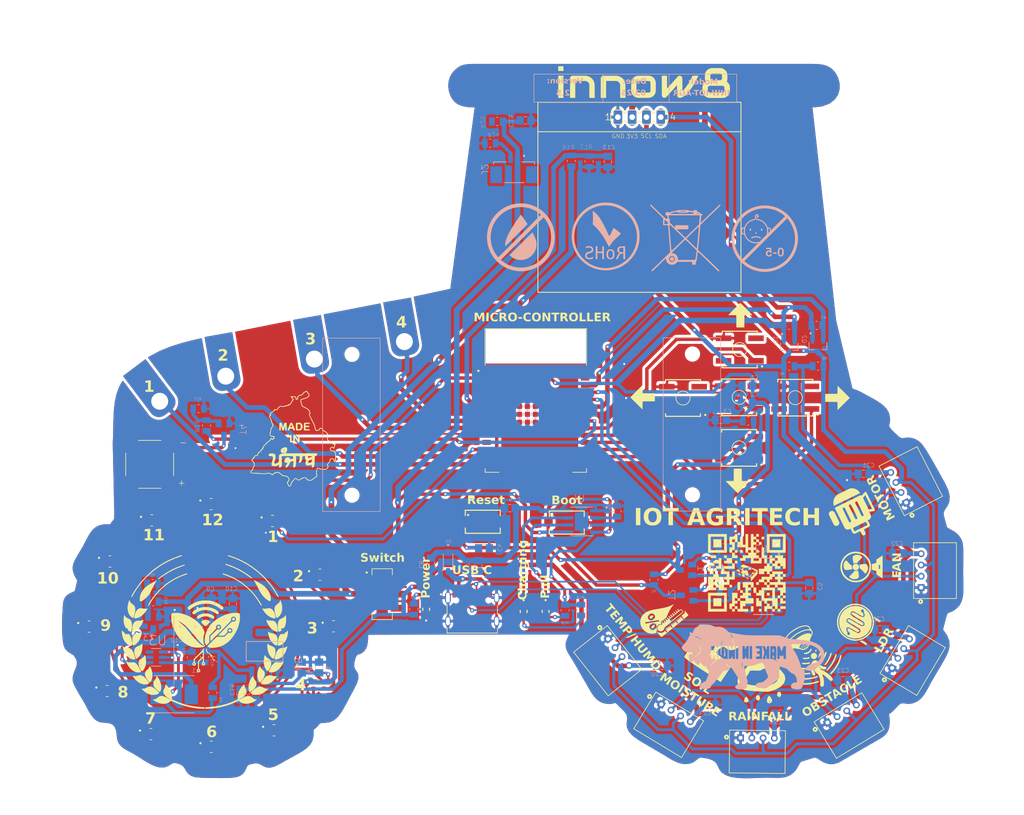
<source format=kicad_pcb>
(kicad_pcb (version 20240108) (generator "pcbnew") (generator_version "8.0")
  (layers (0 "F.Cu" signal) (31 "B.Cu" signal) (34 "B.Paste" user) (35 "F.Paste" user) (36 "B.SilkS" user "B.Silkscreen") (37 "F.SilkS" user "F.Silkscreen") (38 "B.Mask" user) (39 "F.Mask" user) (44 "Edge.Cuts" user))
  (net 0 "")
  (net 1 "BOOT_0")
  (net 2 "RXD")
  (net 3 "TXD")
  (net 4 "BATT_GAUGE")
  (net 5 "TOUCH_PAD_2")
  (net 6 "TOUCH_PAD_1")
  (net 7 "RGB_DIN")
  (net 8 "CONTROLLER_SCL")
  (net 9 "CONTROLLER_SDA")
  (net 10 "BUZZER")
  (net 11 "SW_UP")
  (net 12 "SW_LEFT")
  (net 13 "SW_DOWN")
  (net 14 "TOUCH_PAD_3")
  (net 15 "TOUCH_PAD_4")
  (net 16 "SW_CENTER")
  (net 17 "SW_RIGHT")
  (net 18 "3V3")
  (net 19 "LDR")
  (net 20 "GND")
  (net 21 "ESP_EN")
  (net 22 "N$2")
  (net 23 "N$3")
  (net 24 "N$4")
  (net 25 "N$5")
  (net 26 "N$6")
  (net 27 "DA+")
  (net 28 "DA-")
  (net 29 "SCL")
  (net 30 "5V")
  (net 31 "SDA")
  (net 32 "N$13")
  (net 33 "N$19")
  (net 34 "N$24")
  (net 35 "N$27")
  (net 36 "BAT+")
  (net 37 "N$26")
  (net 38 "N$31")
  (net 39 "N$32")
  (net 40 "N$21")
  (net 41 "N$28")
  (net 42 "N$25")
  (net 43 "B+")
  (net 44 "B-")
  (net 45 "N$35")
  (net 46 "N$36")
  (net 47 "N$37")
  (net 48 "N$38")
  (net 49 "N$39")
  (net 50 "N$40")
  (net 51 "N$41")
  (net 52 "N$42")
  (net 53 "N$43")
  (net 54 "N$44")
  (net 55 "N$45")
  (net 56 "N$34")
  (net 57 "N$47")
  (net 58 "5V_CHG")
  (net 59 "5V_OUT")
  (net 60 "B+_OUT")
  (footprint "untitled:SW_B3SL-1022P" (layer "F.Cu") (at 188.675 109.77)
    (property "Reference" "S11" (hide yes))
    (property "Value" "B3SL-1022P")
  )
  (footprint "untitled:LED_WS2812B2020" (layer "F.Cu") (at 114.27 132.3)
    (property "Reference" "D9" (hide yes))
    (property "Value" "WS2812B2020")
  )
  (footprint "LOGO" (layer "F.Cu") (at 184.24421 146.0516 -34)
    (property "Reference" "G***" (hide yes))
    (property "Value" "LOGO" (hide yes))
  )
  (footprint "untitled:LED_WS2812B2020" (layer "F.Cu") (at 84.260779 160.60887)
    (property "Reference" "D14" (hide yes))
    (property "Value" "WS2812B2020")
  )
  (footprint "untitled:434121025816" (layer "F.Cu") (at 158.084057 123.033692)
    (property "Reference" "S1" (hide yes))
    (property "Value" "Boot1")
  )
  (footprint "LOGO" (layer "F.Cu") (at 192.699219 150.856149 3)
    (property "Reference" "G***" (hide yes))
    (property "Value" "LOGO" (hide yes))
  )
  (footprint "LOGO" (layer "F.Cu") (at 109.64 108.41)
    (property "Reference" "G***" (hide yes))
    (property "Value" "LOGO" (hide yes))
  )
  (footprint "untitled:JST_S4B-PH-K-S(LF)(SN)" (layer "F.Cu") (at 177.437198 156.855298 -31.1)
    (property "Reference" "J7" (hide yes))
    (property "Value" "RAINFALL" (hide yes))
  )
  (footprint "untitled:LED_WS2812B2020" (layer "F.Cu") (at 84.436038 122.64857)
    (property "Reference" "D18" (hide yes))
    (property "Value" "WS2812B2020")
  )
  (footprint "untitled:LED_WS2812B2020" (layer "F.Cu") (at 116.683876 141.452192)
    (property "Reference" "D10" (hide yes))
    (property "Value" "WS2812B2020")
  )
  (footprint "untitled:LED_WS2812B2020" (layer "F.Cu") (at 73.293061 141.510611)
    (property "Reference" "D16" (hide yes))
    (property "Value" "WS2812B2020")
  )
  (footprint "untitled:JST_S4B-PH-K-S(LF)(SN)" (layer "F.Cu") (at 217.372654 146.278311 59.2)
    (property "Reference" "J9" (hide yes))
    (property "Value" "LDR" (hide yes))
  )
  (footprint "untitled:LEDC2012X70N" (layer "F.Cu") (at 133.124698 138.436758 90)
    (property "Reference" "D7" (hide yes))
    (property "Value" "WHITE")
  )
  (footprint "LOGO" (layer "F.Cu") (at 210.385339 130.926226 90)
    (property "Reference" "G***" (hide yes))
    (property "Value" "LOGO" (hide yes))
  )
  (footprint "untitled:MA04-1_162" (layer "F.Cu") (at 170.957563 51.023689)
    (property "Reference" "SV1" (hide yes))
    (property "Value" "")
  )
  (footprint "untitled:SW_B3SL-1022P" (layer "F.Cu") (at 198.645801 100.852079)
    (property "Reference" "S8" (hide yes))
    (property "Value" "B3SL-1022P")
  )
  (footprint "LOGO" (layer "F.Cu") (at 171.485966 100.695648 90)
    (property "Reference" "G***" (hide yes))
    (property "Value" "LOGO" (hide yes))
  )
  (footprint "LOGO" (layer "F.Cu") (at 174.065463 139.237754 -50.822)
    (property "Reference" "G***" (hide yes))
    (property "Value" "LOGO" (hide yes))
  )
  (footprint "" (layer "F.Cu") (at 129.264469 90.892368)
    (property "Reference" "")
    (property "Value" "")
  )
  (footprint "LOGO" (layer "F.Cu") (at 189.971907 131.878903)
    (property "Reference" "G***" (hide yes))
    (property "Value" "LOGO" (hide yes))
  )
  (footprint "LOGO" (layer "F.Cu") (at 188.335648 115.704034 180)
    (property "Reference" "G***" (hide yes))
    (property "Value" "LOGO" (hide yes))
  )
  (footprint "demo.preety:ring_logo" (layer "F.Cu") (at 93.85 142.23)
    (property "Reference" "G***" (hide yes))
    (property "Value" "LOGO" (hide yes))
  )
  (footprint "untitled:LED_WS2812B2020" (layer "F.Cu") (at 106.111357 159.931929)
    (property "Reference" "D12" (hide yes))
    (property "Value" "WS2812B2020")
  )
  (footprint "" (layer "F.Cu") (at 113.274469 93.992368)
    (property "Reference" "")
    (property "Value" "")
  )
  (footprint "LOGO" (layer "F.Cu") (at 188.99 86.14)
    (property "Reference" "G***" (hide yes))
    (property "Value" "LOGO" (hide yes))
  )
  (footprint "untitled:LED_WS2812B2020" (layer "F.Cu") (at 114.03212 151.972873)
    (property "Reference" "D11" (hide yes))
    (property "Value" "WS2812B2020")
  )
  (footprint "LOGO" (layer "F.Cu") (at 208.89 121.23 116)
    (property "Reference" "G***" (hide yes))
    (property "Value" "LOGO" (hide yes))
  )
  (footprint "untitled:JST_S4B-PH-K-S(LF)(SN)" (layer "F.Cu") (at 220.991716 131.566698 90)
    (property "Reference" "J5" (hide yes))
    (property "Value" "FAN")
  )
  (footprint "untitled:LED_WS2812B2020" (layer "F.Cu") (at 76.512802 152.960211)
    (property "Reference" "D15" (hide yes))
    (property "Value" "WS2812B2020")
  )
  (footprint "untitled:JST_S4B-PH-K-S(LF)(SN)" (layer "F.Cu") (at 206.925001 156.991914 31.3)
    (property "Reference" "J6" (hide yes))
    (property "Value" "OBSTACLE" (hide yes))
  )
  (footprint "untitled:LEDC2012X70N" (layer "F.Cu") (at 154.325341 138.811951 -90)
    (property "Reference" "D5" (hide yes))
    (property "Value" "GREEN")
  )
  (footprint "demo.preety:LDR_logo" (layer "F.Cu") (at 209.349196 140.817441 59)
    (property "Reference" "G***" (hide yes))
    (property "Value" "LOGO" (hide yes))
  )
  (footprint "untitled:SW_JS202011SCQN" (layer "F.Cu") (at 125.31962 135.746636 -90)
    (property "Reference" "S3" (hide yes))
    (property "Value" "JS202011SCQN")
  )
  (footprint "LOGO" (layer "F.Cu") (at 171.8 44.9)
    (property "Reference" "G***" (hide yes))
    (property "Value" "LOGO" (hide yes))
  )
  (footprint "untitled:LED_WS2812B2020" (layer "F.Cu") (at 105.848241 122.752711)
    (property "Reference" "D8" (hide yes))
    (property "Value" "WS2812B2020")
  )
  (footprint "untitled:SW_B3SL-1022P" (layer "F.Cu") (at 188.795 92.3)
    (property "Reference" "S9" (hide yes))
    (property "Value" "B3SL-1022P" (hide yes))
  )
  (footprint "LOGO" (layer "F.Cu") (at 93.27 143.06)
    (property "Reference" "G***" (hide yes))
    (property "Value" "LOGO" (hide yes))
  )
  (footprint "untitled:XCVR_ESP32-WROOM-32E_(4MB)" (layer "F.Cu") (at 152.598457 101.35097)
    (property "Reference" "U1" (hide yes))
    (property "Value" "ESP32-WROOM-32E_(4MB)")
  )
  (footprint "untitled:LED_WS2812B2020" (layer "F.Cu") (at 94.971957 119.75297)
    (property "Reference" "D19" (hide yes))
    (property "Value" "WS2812B2020")
  )
  (footprint "untitled:434121025816" (layer "F.Cu") (at 143.174401 122.889033)
    (property "Reference" "S2" (hide yes))
    (property "Value" "Reset1")
  )
  (footprint "untitled:LEDC2012X70N" (layer "F.Cu") (at 150.432141 138.827951 -90)
    (property "Reference" "D6" (hide yes))
    (property "Value" "RED")
  )
  (footprint "untitled:JST_S4B-PH-K-S(LF)(SN)" (layer "F.Cu") (at 191.932982 161.295795 -0.6)
    (property "Reference" "J8" (hide yes))
    (property "Value" "SOIL_MOISTURE" (hide yes))
  )
  (footprint "untitled:SW_B3SL-1022P" (layer "F.Cu") (at 178.715 100.91)
    (property "Reference" "S10" (hide yes))
    (property "Value" "B3SL-1022P")
  )
  (footprint "untitled:JST_S4B-PH-K-S(LF)(SN)" (layer "F.Cu") (at 167.276257 146.055039 -51.7)
    (property "Reference" "J3" (hide yes))
    (property "Value" "TEMP/HUMID" (hide yes))
  )
  (footprint "untitled:LED_WS2812B2020" (layer "F.Cu") (at 76.986223 129.935833)
    (property "Reference" "D17" (hide yes))
    (property "Value" "WS2812B2020")
  )
  (footprint "" (layer "F.Cu") (at 97.544469 97.032368)
    (property "Reference" "")
    (property "Value" "")
  )
  (footprint "untitled:SW_B3SL-1022P" (layer "F.Cu") (at 188.685 100.79)
    (property "Reference" "S12" (hide yes))
    (property "Value" "B3SL-1022P")
  )
  (footprint "untitled:CUI_CMT-8530S-SMT" (layer "F.Cu") (at 84.052989 112.694191)
    (property "Reference" "LS1" (hide yes))
    (property "Value" "CMT-8530S-SMT")
  )
  (footprint "CSP-USC16-TR:VALCON_CSP-USC16-TR" (layer "F.Cu") (at 141.31 135.78)
    (property "Reference" "REF**" (hide yes))
    (property "Value" "VALCON_CSP-USC16-TR")
    (fp_line (start 4 1.14) (end 4 0.09) (stroke (width 0.01)) (layer "Edge.Cuts"))
    (fp_line (start 4.65 0.04) (end 4.65 1.14) (stroke (width 0.01)) (layer "Edge.Cuts"))
    (fp_arc (start 4 0.09) (mid 4.087513 -0.151274) (end 4.32 -0.26) (stroke (width 0.01)) (layer "Edge.Cuts"))
    (fp_arc (start 4.32 -0.26) (mid 4.547132 -0.178345) (end 4.65 0.04) (stroke (width 0.01)) (layer "Edge.Cuts"))
    (fp_arc (start 4.32 1.44) (mid 4.097868 1.356274) (end 4 1.14) (stroke (width 0.01)) (layer "Edge.Cuts"))
    (fp_arc (start 4.65 1.14) (mid 4.547132 1.358345) (end 4.32 1.44) (stroke (width 0.01)) (layer "Edge.Cuts"))
  )
  (footprint "LOGO" (layer "F.Cu") (at 201.3 146.73 33)
    (property "Reference" "G***" (hide yes))
    (property "Value" "LOGO" (hide yes))
  )
  (footprint "" (layer "F.Cu") (at 85.82677 101.488821 27)
    (property "Reference" "")
    (property "Value" "")
  )
  (footprint "LOGO" (layer "F.Cu") (at 206.194035 100.984352 -90)
    (property "Reference" "G***" (hide yes))
    (property "Value" "LOGO" (hide yes))
  )
  (footprint "untitled:LED_WS2812B2020" (layer "F.Cu") (at 94.98466 162.851692)
    (property "Reference" "D13" (hide yes))
    (property "Value" "WS2812B2020")
  )
  (footprint "untitled:JST_S4B-PH-K-S(LF)(SN)" (layer "F.Cu") (at 216.959916 116.801373 117.1)
    (property "Reference" "J4" (hide yes))
    (property "Value" "MOTOR" (hide yes))
  )
  (footprint "untitled:RESC2012X65N" (layer "B.Cu") (at 84.557601 133.868714 180)
    (property "Reference" "R14")
    (property "Value" "10K")
  )
  (footprint "untitled:CAPC2012X135N" (layer "B.Cu") (at 150.75 51.6 180)
    (property "Reference" "C15")
    (property "Value" "100nF")
  )
  (footprint "untitled:CAPC2012X135N" (layer "B.Cu") (at 190.14 98.73 180)
    (property "Reference" "C1")
    (property "Value" "47uF")
  )
  (footprint "LOGO" (layer "B.Cu") (at 193.22 72.61 180)
    (property "Reference" "G***" (hide yes))
    (property "Value" "LOGO" (hide yes))
  )
  (footprint "untitled:CAPC2012X135N" (layer "B.Cu") (at 142.384179 130.732554 -90)
    (property "Reference" "C7")
    (property "Value" "47uF")
  )
  (footprint "untitled:SOD3715X145N" (layer "B.Cu") (at 137.01666 130.034973 -90)
    (property "Reference" "D1")
    (property "Value" "1N5819HW-7-F")
  )
  (footprint "edukit footprint:edukit_mountinghole" (layer "B.Cu") (at 119.96 93.17)
    (property "Reference" "edukit_mountinghole2" (hide yes))
    (property "Value" "~")
  )
  (footprint "untitled:RESC2012X65N" (layer "B.Cu") (at 162.04892 58.895073 90)
    (property "Reference" "R17")
    (property "Value" "47k")
  )
  (footprint "untitled:CAPC2012X135N" (layer "B.Cu") (at 102.925538 153.554692 -90)
    (property "Reference" "C17")
    (property "Value" "100nF")
  )
  (footprint "untitled:RESC2012X65N" (layer "B.Cu") (at 91.46876 146.955633 -90)
    (property "Reference" "R13")
    (property "Value" "2K")
  )
  (footprint "untitled:CAPC2012X135N" (layer "B.Cu") (at 195.934198 156.975217)
    (property "Reference" "C25")
    (property "Value" "100nF")
  )
  (footprint "untitled:RESC2012X65N" (layer "B.Cu") (at 94.14 105.81 -90)
    (property "Reference" "R28")
    (property "Value" "1k")
  )
  (footprint "untitled:RESC2012X65N" (layer "B.Cu") (at 190.29 105.01 180)
    (property "Reference" "R2")
    (property "Value" "1k")
  )
  (footprint "untitled:RESC2012X65N" (layer "B.Cu") (at 81.081638 146.813633 90)
    (property "Reference" "R11")
    (property "Value" "10K")
  )
  (footprint "demo.preety:makeinindia" (layer "B.Cu") (at 191.141069 146.830661 180)
    (property "Reference" "G***" (hide yes))
    (property "Value" "LOGO" (hide yes))
  )
  (footprint "untitled:SOT23" (layer "B.Cu") (at 84.693998 140.876773)
    (property "Reference" "T3")
    (property "Value" "BC847")
  )
  (footprint "untitled:RESC2012X65N" (layer "B.Cu") (at 186.18832 135.448354 180)
    (property "Reference" "R3")
    (property "Value" "10k")
  )
  (footprint "untitled:RESC2012X65N" (layer "B.Cu") (at 167.011098 121.032951 -90)
    (property "Reference" "R20")
    (property "Value" "3k")
  )
  (footprint "untitled:CAPC2012X135N" (layer "B.Cu") (at 186.014201 127.436695 180)
    (property "Reference" "C6")
    (property "Value" "100nF")
  )
  (footprint "untitled:CAPC2012X135N" (layer "B.Cu") (at 213.67466 141.986314 180)
    (property "Reference" "C26")
    (property "Value" "100nF")
  )
  (footprint "untitled:SOT23" (layer "B.Cu") (at 97.23 106.52)
    (property "Reference" "T4")
    (property "Value" "BC847")
  )
  (footprint "LOGO" (layer "B.Cu") (at 165.19 72.2 180)
    (property "Reference" "G***" (hide yes))
    (property "Value" "LOGO" (hide yes))
  )
  (footprint "untitled:RESC2012X65N" (layer "B.Cu") (at 157.783663 138.617758 90)
    (property "Reference" "R18")
    (property "Value" "10k")
  )
  (footprint "untitled:SOT95P240X111-3N" (layer "B.Cu") (at 202.66136 91.675914 -90)
    (property "Reference" "Q2")
    (property "Value" "BSS138")
  )
  (footprint "untitled:RESC2012X65N" (layer "B.Cu") (at 197.53976 88.001714 180)
    (property "Reference" "R5")
    (property "Value" "10k")
  )
  (footprint "untitled:CAPC2012X135N" (layer "B.Cu") (at 147.98 120.48 180)
    (property "Reference" "C14")
    (property "Value" "100nF")
  )
  (footprint "untitled:CAPC2012X135N" (layer "B.Cu") (at 185.4 104.8 180)
    (property "Reference" "C3")
    (property "Value" "100nF")
  )
  (footprint "untitled:CAPC2012X135N" (layer "B.Cu") (at 92.76696 141.560273 90)
    (property "Reference" "C11")
    (property "Value" "100nF")
  )
  (footprint "untitled:CAPC2012X135N" (layer "B.Cu") (at 201.114601 134.667473 90)
    (property "Reference" "C5")
    (property "Value" "100nF")
  )
  (footprint "untitled:CAPC2012X135N" (layer "B.Cu") (at 190.05 101.78 180)
    (property "Reference" "C2")
    (property "Value" "10uF")
  )
  (footprint "untitled:SOT229P700X180-4N" (layer "B.Cu") (at 104.44306 145.906536 90)
    (property "Reference" "U5")
    (property "Value" "AMS1117-3.3")
  )
  (footprint "LOGO" (layer "B.Cu") (at 179.129779 72.37558 180)
    (property "Reference" "G***" (hide yes))
    (property "Value" "LOGO" (hide yes))
  )
  (footprint "untitled:SOP127P600X175-9N" (layer "B.Cu") (at 160.714779 122.836533 180)
    (property "Reference" "U4")
    (property "Value" "TP4056")
  )
  (footprint "untitled:RESC2012X65N" (layer "B.Cu") (at 197.550879 95.267936)
    (property "Reference" "R6")
    (property "Value" "10k")
  )
  (footprint "untitled:CAPC2012X135N" (layer "B.Cu") (at 174.969979 148.443414)
    (property "Reference" "C20")
    (property "Value" "100nF")
  )
  (footprint "untitled:SOIC127P600X180-16N" (layer "B.Cu") (at 193.00326 134.350354 180)
    (property "Reference" "U2")
    (property "Value" "CH340C")
  )
  (footprint "untitled:RESC2012X65N" (layer "B.Cu") (at 186.15712 130.890014 180)
    (property "Reference" "R4")
    (property "Value" "10k")
  )
  (footprint "untitled:RESC2012X65N" (layer "B.Cu") (at 145.75 51.8)
    (property "Reference" "R25")
    (property "Value" "0")
  )
  (footprint "untitled:RESC2012X65N" (layer "B.Cu") (at 158.888779 58.793636 90)
    (property "Reference" "R16")
    (property "Value" "47k")
  )
  (footprint "untitled:SOT23" (layer "B.Cu") (at 179.427101 135.954514 -90)
    (property "Reference" "T2")
    (property "Value" "BC847")
  )
  (footprint "untitled:IND_ASPI-0630LR-5R6M-T15" (layer "B.Cu") (at 88.40242 153.530014 180)
    (property "Reference" "L1")
    (property "Value" "ASPI-0630LR-5R6M-T15")
  )
  (footprint "untitled:CAPC2012X135N" (layer "B.Cu") (at 143.394479 127.620536)
    (property "Reference" "C4")
    (property "Value" "100nF")
  )
  (footprint "untitled:CAPC2012X135N" (layer "B.Cu") (at 165.383038 58.926714 -90)
    (property "Reference" "C13")
    (property "Value" "47uF")
  )
  (footprint "untitled:RESC2012X65N" (layer "B.Cu") (at 160.637601 138.560758 90)
    (property "Reference" "R19")
    (property "Value" "10k")
  )
  (footprint "edukit footprint:edukit_mountinghole" (layer "B.Cu") (at 180.393502 93.1)
    (property "Reference" "edukit_mountinghole2" (hide yes))
    (property "Value" "~")
  )
  (footprint "untitled:RESC2012X65N" (layer "B.Cu") (at 84.664038 137.075936)
    (property "Reference" "R15")
    (property "Value" "1K")
  )
  (footprint "untitled:RESC2012X65N" (layer "B.Cu") (at 92.72 102.8 180)
    (property "Reference" "R27")
    (property "Value" "1k")
  )
  (footprint "untitled:RESC2012X65N" (layer "B.Cu") (at 93.773938 146.892076 90)
    (property "Reference" "R12")
    (property "Value" "15K")
  )
  (footprint "untitled:CAPC2012X135N" (layer "B.Cu") (at 133.990238 130.303554 -90)
    (property "Reference" "C8")
    (property "Value" "100nF")
  )
  (footprint "untitled:CAPC2012X135N" (layer "B.Cu") (at 95.00212 137.406654 90)
    (property "Reference" "C9")
    (property "Value" "100nF")
  )
  (footprint "untitled:SOT95P280X145-6N" (layer "B.Cu") (at 85.196279 146.966654 180)
    (property "Reference" "U3")
    (property "Value" "MT3608")
  )
  (footprint "untitled:RESC2012X65N" (layer "B.Cu") (at 144.5 55.65 180)
    (property "Reference" "R24")
    (property "Value" "0")
  )
  (footprint "untitled:CAPC2012X135N" (layer "B.Cu") (at 98.81852 137.444995 90)
    (property "Reference" "C10")
    (property "Value" "47uF")
  )
  (footprint "untitled:CAPC2012X135N" (layer "B.Cu") (at 100.190479 153.569692 -90)
    (property "Reference" "C16")
    (property "Value" "47uF")
  )
  (footprint "untitled:RESC2012X65N" (layer "B.Cu") (at 95.24 153.25 90)
    (property "Reference" "R9")
    (property "Value" "0")
  )
  (footprint "untitled:CAPC2012X135N" (layer "B.Cu") (at 183.488457 155.380329)
    (property "Reference" "C24")
    (property "Value" "100nF")
  )
  (footprint "untitled:CAPC2012X135N" (layer "B.Cu") (at 216.878441 128.488776 180)
    (property "Reference" "C22")
    (property "Value" "100nF")
  )
  (footprint "untitled:CAPC2012X135N" (layer "B.Cu") (at 210.768782 114.366517 180)
    (property "Reference" "C21")
    (property "Value" "100nF")
  )
  (footprint "untitled:SOT95P240X111-3N" (layer "B.Cu") (at 197.57736 91.805914 -90)
    (property "Reference" "Q1")
    (property "Value" "BSS138")
  )
  (footprint "untitled:CAPC2012X135N" (layer "B.Cu") (at 207.135098 151.038214 180)
    (property "Reference" "C23")
    (property "Value" "100nF")
  )
  (footprint "untitled:RESC2012X65N" (layer "B.Cu") (at 202.68176 95.254895 180)
    (property "Reference" "R8")
    (property "Value" "10k")
  )
  (footprint "untitled:RESC2012X65N" (layer "B.Cu") (at 173.545038 133.168795 90)
    (property "Reference" "R1")
    (property "Value" "1k")
  )
  (footprint "untitled:CAPC2012X135N" (layer "B.Cu") (at 111.034657 148.787076 90)
    (property "Reference" "C18")
    (property "Value" "100nF")
  )
  (footprint "untitled:AMPHENOL_10114828-13102LF" (layer "B.Cu") (at 148.723438 61.256776 180)
    (property "Reference" "J2")
    (property "Value" "10114828-13102LF" (hide yes))
  )
  (footprint "untitled:CAPC2012X135N" (layer "B.Cu") (at 114.111657 148.779014 90)
    (property "Reference" "C19")
    (property "Value" "47uF")
  )
  (footprint "untitled:CAPC2012X135N" (layer "B.Cu") (at 88.794179 141.503714 90)
    (property "Reference" "C12")
    (property "Value" "47uF")
  )
  (footprint "LOGO" (layer "B.Cu") (at 149.94 72.37 180)
    (property "Reference" "G***" (hide yes))
    (property "Value" "LOGO" (hide yes))
  )
  (footprint "untitled:RESC2012X65N" (layer "B.Cu") (at 202.44576 88.016836 180)
    (property "Reference" "R7")
    (property "Value" "10k")
  )
  (footprint "untitled:SOT23" (layer "B.Cu") (at 179.251679 131.445514 -90)
    (property "Reference" "T1")
    (property "Value" "BC847")
  )
  (footprint "untitled:RESC2012X65N" (layer "B.Cu") (at 130.926882 138.421758 -90)
    (property "Reference" "R21")
    (property "Value" "10k")
  )
  (gr_rect (start 152.25 43.39) (end 188.25 48.37) (stroke (width 0.1)) (fill none) (layer "B.SilkS"))
  (gr_line (start 176.25 43.39) (end 176.25 48.37) (stroke (width 0.1)) (layer "B.SilkS"))
  (gr_line (start 164.51 43.39) (end 164.51 48.37) (stroke (width 0.1)) (layer "B.SilkS"))
  (gr_line (start 88.35 151.81) (end 88.35 139.71) (stroke (width 0.1)) (layer "B.SilkS"))
  (gr_line (start 152.96232 82.131354) (end 189.00032 82.131354) (stroke (width 0.1524)) (layer "F.SilkS"))
  (gr_line (start 152.95932 48.384354) (end 152.95932 82.139354) (stroke (width 0.1524)) (layer "F.SilkS"))
  (gr_line (start 189.00032 82.131354) (end 189.00032 48.375354) (stroke (width 0.1524)) (layer "F.SilkS"))
  (gr_line (start 152.92132 53.612354) (end 189.00632 53.612354) (stroke (width 0.1524)) (layer "F.SilkS"))
  (gr_line (start 188.99632 48.384354) (end 152.95932 48.384354) (stroke (width 0.1524)) (layer "F.SilkS"))
  (gr_line (start 189.00632 53.612354) (end 189.00632 53.600354) (stroke (width 0.1524)) (layer "F.SilkS"))
  (gr_line (start 204.733229 48.623904) (end 205.662188 47.904273) (stroke (width 0.001)) (layer "Edge.Cuts"))
  (gr_line (start 73.26073 156.583686) (end 73.552652 157.068395) (stroke (width 0.001)) (layer "Edge.Cuts"))
  (gr_line (start 166.52221 155.106473) (end 166.65487 155.060523) (stroke (width 0.001)) (layer "Edge.Cuts"))
  (gr_line (start 120.705888 149.344154) (end 120.47341 148.970164) (stroke (width 0.001)) (layer "Edge.Cuts"))
  (gr_line (start 137.140179 46.335623) (end 137.316879 46.940573) (stroke (width 0.001)) (layer "Edge.Cuts"))
  (gr_line (start 114.15597 158.854373) (end 114.27347 158.736104) (stroke (width 0.001)) (layer "Edge.Cuts"))
  (gr_line (start 215.638601 106.411854) (end 215.387901 106.059654) (stroke (width 0.001)) (layer "Edge.Cuts"))
  (gr_line (start 214.32841 161.019286) (end 214.723051 160.642473) (stroke (width 0.001)) (layer "Edge.Cuts"))
  (gr_line (start 228.48302 135.448704) (end 228.50992 134.544964) (stroke (width 0.001)) (layer "Edge.Cuts"))
  (gr_line (start 186.28742 167.893673) (end 187.13462 168.193136) (stroke (width 0.001)) (layer "Edge.Cuts"))
  (gr_line (start 224.99116 121.237854) (end 225.191179 120.794836) (stroke (width 0.001)) (layer "Edge.Cuts"))
  (gr_line (start 167.03351 155.350845) (end 167.495129 155.819473) (stroke (width 0.001)) (layer "Edge.Cuts"))
  (gr_line (start 86.645029 166.530836) (end 87.35872 166.274873) (stroke (width 0.001)) (layer "Edge.Cuts"))
  (gr_line (start 225.191179 120.794836) (end 225.49712 120.336336) (stroke (width 0.001)) (layer "Edge.Cuts"))
  (gr_line (start 224.878001 142.026814) (end 225.225851 140.661086) (stroke (width 0.001)) (layer "Edge.Cuts"))
  (gr_line (start 100.987388 167.119554) (end 101.15107 166.776273) (stroke (width 0.001)) (layer "Edge.Cuts"))
  (gr_line (start 169.746538 160.885864) (end 170.921688 161.737164) (stroke (width 0.001)) (layer "Edge.Cuts"))
  (gr_line (start 219.41271 108.027145) (end 219.13107 107.971664) (stroke (width 0.001)) (layer "Edge.Cuts"))
  (gr_line (start 158.24681 146.093845) (end 158.552679 146.610636) (stroke (width 0.001)) (layer "Edge.Cuts"))
  (gr_line (start 120.400938 147.818623) (end 120.56431 147.198514) (stroke (width 0.001)) (layer "Edge.Cuts"))
  (gr_line (start 107.17917 165.896854) (end 108.724888 165.024286) (stroke (width 0.001)) (layer "Edge.Cuts"))
  (gr_line (start 88.70906 165.762664) (end 89.05257 165.858673) (stroke (width 0.001)) (layer "Edge.Cuts"))
  (gr_line (start 181.54306 164.871423) (end 181.75497 164.791264) (stroke (width 0.001)) (layer "Edge.Cuts"))
  (gr_line (start 220.707879 154.517064) (end 221.132851 154.108173) (stroke (width 0.001)) (layer "Edge.Cuts"))
  (gr_line (start 214.862201 102.844473) (end 214.39821 102.334464) (stroke (width 0.001)) (layer "Edge.Cuts"))
  (gr_line (start 203.639988 41.734204) (end 203.030701 41.632704) (stroke (width 0.001)) (layer "Edge.Cuts"))
  (gr_line (start 101.051929 88.772623) (end 98.83726 89.205054) (stroke (width 0.001)) (layer "Edge.Cuts"))
  (gr_line (start 87.654829 166.095573) (end 87.880988 165.944245) (stroke (width 0.001)) (layer "Edge.Cuts"))
  (gr_line (start 201.700401 49.320836) (end 203.42427 49.118145) (stroke (width 0.001)) (layer "Edge.Cuts"))
  (gr_line (start 167.495129 155.819473) (end 168.28197 156.591614) (stroke (width 0.001)) (layer "Edge.Cuts"))
  (gr_line (start 70.889311 134.613773) (end 70.76487 135.091323) (stroke (width 0.001)) (layer "Edge.Cuts"))
  (gr_line (start 133.060051 82.457464) (end 128.57682 83.385964) (stroke (width 0.001)) (layer "Edge.Cuts"))
  (gr_line (start 112.541901 162.502745) (end 112.946751 161.790504) (stroke (width 0.001)) (layer "Edge.Cuts"))
  (gr_line (start 163.42727 154.465554) (end 163.89986 154.821023) (stroke (width 0.001)) (layer "Edge.Cuts"))
  (gr_line (start 162.64447 153.552223) (end 163.01206 154.035104) (stroke (width 0.001)) (layer "Edge.Cuts"))
  (gr_line (start 165.83062 155.250336) (end 166.28332 155.191745) (stroke (width 0.001)) (layer "Edge.Cuts"))
  (gr_line (start 68.67272 137.388223) (end 68.594161 138.299264) (stroke (width 0.001)) (layer "Edge.Cuts"))
  (gr_line (start 226.04432 144.994886) (end 225.98892 144.067454) (stroke (width 0.001)) (layer "Edge.Cuts"))
  (gr_line (start 140.909488 41.585464) (end 140.296001 41.636973) (stroke (width 0.001)) (layer "Edge.Cuts"))
  (gr_line (start 80.174201 96.652386) (end 79.536179 97.428104) (stroke (width 0.001)) (layer "Edge.Cuts"))
  (gr_line (start 137.883579 47.995186) (end 138.241338 48.378086) (stroke (width 0.001)) (layer "Edge.Cuts"))
  (gr_line (start 216.98406 107.712895) (end 216.14601 106.936336) (stroke (width 0.001)) (layer "Edge.Cuts"))
  (gr_line (start 106.208229 166.374773) (end 107.17917 165.896854) (stroke (width 0.001)) (layer "Edge.Cuts"))
  (gr_line (start 228.50992 134.544964) (end 228.49072 133.598645) (stroke (width 0.001)) (layer "Edge.Cuts"))
  (gr_line (start 68.503789 142.343436) (end 68.579911 143.661154) (stroke (width 0.001)) (layer "Edge.Cuts"))
  (gr_line (start 189.178529 168.437736) (end 190.298738 168.442536) (stroke (width 0.001)) (layer "Edge.Cuts"))
  (gr_line (start 215.362751 105.551473) (end 215.44101 105.235554) (stroke (width 0.001)) (layer "Edge.Cuts"))
  (gr_line (start 116.772301 158.148914) (end 117.39767 157.611854) (stroke (width 0.001)) (layer "Edge.Cuts"))
  (gr_line (start 196.921901 168.233373) (end 197.469388 168.044695) (stroke (width 0.001)) (layer "Edge.Cuts"))
  (gr_line (start 114.71406 86.089314) (end 110.085751 86.979404) (stroke (width 0.001)) (layer "Edge.Cuts"))
  (gr_line (start 217.837501 108.027064) (end 217.64311 108.046195) (stroke (width 0.001)) (layer "Edge.Cuts"))
  (gr_line (start 159.294951 147.779386) (end 161.72992 152.017023) (stroke (width 0.001)) (layer "Edge.Cuts"))
  (gr_line (start 122.830429 142.963854) (end 147.31402 142.911804) (stroke (width 0.001)) (layer "Edge.Cuts"))
  (gr_line (start 209.693851 99.549204) (end 208.788751 99.216595) (stroke (width 0.001)) (layer "Edge.Cuts"))
  (gr_line (start 85.138251 166.367086) (end 85.90352 166.546914) (stroke (width 0.001)) (layer "Edge.Cuts"))
  (gr_line (start 210.385451 99.897214) (end 210.177338 99.778114) (stroke (width 0.001)) (layer "Edge.Cuts"))
  (gr_line (start 142.43752 41.566645) (end 141.616551 41.567554) (stroke (width 0.001)) (layer "Edge.Cuts"))
  (gr_line (start 177.324479 165.477904) (end 177.944738 165.725323) (stroke (width 0.001)) (layer "Edge.Cuts"))
  (gr_line (start 78.157488 100.226854) (end 77.89026 101.417554) (stroke (width 0.001)) (layer "Edge.Cuts"))
  (gr_line (start 137.308038 43.969995) (end 137.135451 44.530973) (stroke (width 0.001)) (layer "Edge.Cuts"))
  (gr_line (start 116.050679 158.488995) (end 116.772301 158.148914) (stroke (width 0.001)) (layer "Edge.Cuts"))
  (gr_line (start 70.603861 135.270545) (end 70.233452 135.428204) (stroke (width 0.001)) (layer "Edge.Cuts"))
  (gr_line (start 151.41526 142.935123) (end 152.774888 142.931995) (stroke (width 0.001)) (layer "Edge.Cuts"))
  (gr_line (start 73.552652 157.068395) (end 73.870861 157.515995) (stroke (width 0.001)) (layer "Edge.Cuts"))
  (gr_line (start 113.148679 160.915886) (end 113.156151 159.814104) (stroke (width 0.001)) (layer "Edge.Cuts"))
  (gr_line (start 220.172338 108.326073) (end 219.933988 108.207504) (stroke (width 0.001)) (layer "Edge.Cuts"))
  (gr_line (start 74.617389 158.225414) (end 75.061789 158.449673) (stroke (width 0.001)) (layer "Edge.Cuts"))
  (gr_line (start 213.83822 161.345114) (end 214.32841 161.019286) (stroke (width 0.001)) (layer "Edge.Cuts"))
  (gr_line (start 68.579911 143.661154) (end 68.738261 144.729864) (stroke (width 0.001)) (layer "Edge.Cuts"))
  (gr_line (start 114.27347 158.736104) (end 114.449801 158.657923) (stroke (width 0.001)) (layer "Edge.Cuts"))
  (gr_line (start 169.07262 160.125536) (end 169.746538 160.885864) (stroke (width 0.001)) (layer "Edge.Cuts"))
  (gr_line (start 70.515239 151.585886) (end 70.72212 152.050923) (stroke (width 0.001)) (layer "Edge.Cuts"))
  (gr_line (start 77.82556 159.330236) (end 78.081901 159.968104) (stroke (width 0.001)) (layer "Edge.Cuts"))
  (gr_line (start 199.570301 165.616664) (end 199.65786 165.514854) (stroke (width 0.001)) (layer "Edge.Cuts"))
  (gr_line (start 216.21642 156.304186) (end 216.60207 155.891795) (stroke (width 0.001)) (layer "Edge.Cuts"))
  (gr_line (start 120.86012 146.598364) (end 121.02037 146.494423) (stroke (width 0.001)) (layer "Edge.Cuts"))
  (gr_line (start 121.207751 146.438645) (end 121.43597 146.369073) (stroke (width 0.001)) (layer "Edge.Cuts"))
  (gr_line (start 197.991738 167.746686) (end 198.49512 167.316154) (stroke (width 0.001)) (layer "Edge.Cuts"))
  (gr_line (start 69.00008 136.361423) (end 68.870689 136.613345) (stroke (width 0.001)) (layer "Edge.Cuts"))
  (gr_line (start 221.50447 153.636273) (end 221.838838 153.114304) (stroke (width 0.001)) (layer "Edge.Cuts"))
  (gr_line (start 99.21041 168.294786) (end 99.530288 168.225145) (stroke (width 0.001)) (layer "Edge.Cuts"))
  (gr_line (start 96.56741 89.626973) (end 94.281029 90.067336) (stroke (width 0.001)) (layer "Edge.Cuts"))
  (gr_line (start 70.99797 152.584936) (end 71.315802 153.153695) (stroke (width 0.001)) (layer "Edge.Cuts"))
  (gr_line (start 82.741001 165.092945) (end 83.55291 165.596164) (stroke (width 0.001)) (layer "Edge.Cuts"))
  (gr_line (start 70.46533 130.443654) (end 70.380289 130.921273) (stroke (width 0.001)) (layer "Edge.Cuts"))
  (gr_line (start 122.612188 145.037704) (end 122.708429 144.669814) (stroke (width 0.001)) (layer "Edge.Cuts"))
  (gr_line (start 77.59567 105.190823) (end 77.575701 106.468014) (stroke (width 0.001)) (layer "Edge.Cuts"))
  (gr_line (start 82.41326 94.615173) (end 81.63472 95.240854) (stroke (width 0.001)) (layer "Edge.Cuts"))
  (gr_line (start 158.22167 142.914623) (end 158.385801 142.913864) (stroke (width 0.001)) (layer "Edge.Cuts"))
  (gr_line (start 119.36477 85.197014) (end 114.71406 86.089314) (stroke (width 0.001)) (layer "Edge.Cuts"))
  (gr_line (start 220.958651 108.915864) (end 220.78857 108.757445) (stroke (width 0.001)) (layer "Edge.Cuts"))
  (gr_line (start 227.81741 137.733023) (end 228.16771 137.059873) (stroke (width 0.001)) (layer "Edge.Cuts"))
  (gr_line (start 95.352251 168.398954) (end 96.240888 168.410536) (stroke (width 0.001)) (layer "Edge.Cuts"))
  (gr_line (start 180.930638 165.356436) (end 181.14941 165.171573) (stroke (width 0.001)) (layer "Edge.Cuts"))
  (gr_line (start 70.375952 150.566623) (end 70.404602 151.224004) (stroke (width 0.001)) (layer "Edge.Cuts"))
  (gr_line (start 79.58586 163.237395) (end 80.064929 163.515214) (stroke (width 0.001)) (layer "Edge.Cuts"))
  (gr_line (start 225.80947 119.806673) (end 226.029001 119.149973) (stroke (width 0.001)) (layer "Edge.Cuts"))
  (gr_line (start 121.090479 150.780145) (end 121.10602 150.155754) (stroke (width 0.001)) (layer "Edge.Cuts"))
  (gr_line (start 212.478888 101.035636) (end 211.727629 100.624536) (stroke (width 0.001)) (layer "Edge.Cuts"))
  (gr_line (start 227.723988 125.366904) (end 227.294829 124.935695) (stroke (width 0.001)) (layer "Edge.Cuts"))
  (gr_line (start 162.314751 153.039854) (end 162.64447 153.552223) (stroke (width 0.001)) (layer "Edge.Cuts"))
  (gr_line (start 90.410451 166.971723) (end 90.64256 167.361104) (stroke (width 0.001)) (layer "Edge.Cuts"))
  (gr_line (start 219.13107 107.971664) (end 218.682101 107.931814) (stroke (width 0.001)) (layer "Edge.Cuts"))
  (gr_line (start 70.72212 152.050923) (end 70.99797 152.584936) (stroke (width 0.001)) (layer "Edge.Cuts"))
  (gr_line (start 180.672701 165.540995) (end 180.930638 165.356436) (stroke (width 0.001)) (layer "Edge.Cuts"))
  (gr_line (start 222.781738 151.378236) (end 223.784379 149.645986) (stroke (width 0.001)) (layer "Edge.Cuts"))
  (gr_line (start 225.98892 144.067454) (end 225.612338 143.100323) (stroke (width 0.001)) (layer "Edge.Cuts"))
  (gr_line (start 204.659929 42.111704) (end 204.17987 41.891173) (stroke (width 0.001)) (layer "Edge.Cuts"))
  (gr_line (start 218.682101 107.931814) (end 218.332951 107.944695) (stroke (width 0.001)) (layer "Edge.Cuts"))
  (gr_line (start 93.125379 168.352014) (end 93.74496 168.364354) (stroke (width 0.001)) (layer "Edge.Cuts"))
  (gr_line (start 182.001551 164.780904) (end 183.088551 164.960654) (stroke (width 0.001)) (layer "Edge.Cuts"))
  (gr_line (start 220.213038 154.850214) (end 220.707879 154.517064) (stroke (width 0.001)) (layer "Edge.Cuts"))
  (gr_line (start 93.74496 168.364354) (end 94.503838 168.381736) (stroke (width 0.001)) (layer "Edge.Cuts"))
  (gr_line (start 72.248639 154.727986) (end 72.462152 155.094814) (stroke (width 0.001)) (layer "Edge.Cuts"))
  (gr_line (start 215.562779 156.867686) (end 215.80266 156.686173) (stroke (width 0.001)) (layer "Edge.Cuts"))
  (gr_line (start 210.177338 99.778114) (end 209.693851 99.549204) (stroke (width 0.001)) (layer "Edge.Cuts"))
  (gr_line (start 196.343229 168.335854) (end 196.921901 168.233373) (stroke (width 0.001)) (layer "Edge.Cuts"))
  (gr_line (start 69.21672 145.680454) (end 69.443489 145.897773) (stroke (width 0.001)) (layer "Edge.Cuts"))
  (gr_line (start 70.494511 149.972114) (end 70.375952 150.566623) (stroke (width 0.001)) (layer "Edge.Cuts"))
  (gr_line (start 73.040511 125.623854) (end 72.642439 126.394004) (stroke (width 0.001)) (layer "Edge.Cuts"))
  (gr_line (start 225.75201 139.118564) (end 225.93817 139.033914) (stroke (width 0.001)) (layer "Edge.Cuts"))
  (gr_line (start 164.43951 155.078736) (end 165.056201 155.216204) (stroke (width 0.001)) (layer "Edge.Cuts"))
  (gr_line (start 181.347379 165.004164) (end 181.54306 164.871423) (stroke (width 0.001)) (layer "Edge.Cuts"))
  (gr_line (start 77.041238 123.333964) (end 75.966439 123.334654) (stroke (width 0.001)) (layer "Edge.Cuts"))
  (gr_line (start 225.815029 145.949745) (end 226.04432 144.994886) (stroke (width 0.001)) (layer "Edge.Cuts"))
  (gr_line (start 102.678651 165.825145) (end 103.20847 165.823164) (stroke (width 0.001)) (layer "Edge.Cuts"))
  (gr_line (start 111.089679 163.699395) (end 111.92567 163.117373) (stroke (width 0.001)) (layer "Edge.Cuts"))
  (gr_line (start 202.049238 164.778086) (end 202.35267 164.839273) (stroke (width 0.001)) (layer "Edge.Cuts"))
  (gr_line (start 101.26971 166.513764) (end 101.372729 166.317554) (stroke (width 0.001)) (layer "Edge.Cuts"))
  (gr_line (start 190.298738 168.442536) (end 191.43351 168.409086) (stroke (width 0.001)) (layer "Edge.Cuts"))
  (gr_line (start 99.530288 168.225145) (end 99.821379 168.131723) (stroke (width 0.001)) (layer "Edge.Cuts"))
  (gr_line (start 220.39477 108.459423) (end 220.172338 108.326073) (stroke (width 0.001)) (layer "Edge.Cuts"))
  (gr_line (start 114.04137 159.017136) (end 114.15597 158.854373) (stroke (width 0.001)) (layer "Edge.Cuts"))
  (gr_line (start 87.35872 166.274873) (end 87.654829 166.095573) (stroke (width 0.001)) (layer "Edge.Cuts"))
  (gr_line (start 203.571788 165.576045) (end 204.116779 165.813414) (stroke (width 0.001)) (layer "Edge.Cuts"))
  (gr_line (start 228.37931 136.292695) (end 228.48302 135.448704) (stroke (width 0.001)) (layer "Edge.Cuts"))
  (gr_line (start 101.64881 166.065936) (end 101.880679 165.981886) (stroke (width 0.001)) (layer "Edge.Cuts"))
  (gr_line (start 179.965029 165.839314) (end 180.35701 165.707795) (stroke (width 0.001)) (layer "Edge.Cuts"))
  (gr_line (start 69.48098 135.852636) (end 69.298939 135.994754) (stroke (width 0.001)) (layer "Edge.Cuts"))
  (gr_line (start 215.44101 105.235554) (end 215.48147 104.771645) (stroke (width 0.001)) (layer "Edge.Cuts"))
  (gr_line (start 140.296001 41.636973) (end 139.755438 41.738473) (stroke (width 0.001)) (layer "Edge.Cuts"))
  (gr_line (start 228.49072 133.598645) (end 228.45666 132.627014) (stroke (width 0.001)) (layer "Edge.Cuts"))
  (gr_line (start 152.774888 142.931995) (end 154.13361 142.926514) (stroke (width 0.001)) (layer "Edge.Cuts"))
  (gr_line (start 206.520729 46.052695) (end 206.520351 45.052714) (stroke (width 0.001)) (layer "Edge.Cuts"))
  (gr_line (start 197.469388 168.044695) (end 197.991738 167.746686) (stroke (width 0.001)) (layer "Edge.Cuts"))
  (gr_line (start 219.933988 108.207504) (end 219.680551 108.106773) (stroke (width 0.001)) (layer "Edge.Cuts"))
  (gr_line (start 140.29196 49.215604) (end 140.97471 49.288064) (stroke (width 0.001)) (layer "Edge.Cuts"))
  (gr_line (start 224.996338 121.721045) (end 224.99116 121.237854) (stroke (width 0.001)) (layer "Edge.Cuts"))
  (gr_line (start 75.523639 158.553986) (end 76.023589 158.592923) (stroke (width 0.001)) (layer "Edge.Cuts"))
  (gr_line (start 205.893229 87.096373) (end 201.700401 49.320836) (stroke (width 0.001)) (layer "Edge.Cuts"))
  (gr_line (start 225.49712 120.336336) (end 225.80947 119.806673) (stroke (width 0.001)) (layer "Edge.Cuts"))
  (gr_line (start 162.013151 152.520545) (end 162.314751 153.039854) (stroke (width 0.001)) (layer "Edge.Cuts"))
  (gr_line (start 195.727229 168.375336) (end 196.343229 168.335854) (stroke (width 0.001)) (layer "Edge.Cuts"))
  (gr_line (start 219.13282 155.209195) (end 219.63216 155.094504) (stroke (width 0.001)) (layer "Edge.Cuts"))
  (gr_line (start 68.746411 136.929114) (end 68.67272 137.388223) (stroke (width 0.001)) (layer "Edge.Cuts"))
  (gr_line (start 216.14601 106.936336) (end 215.638601 106.411854) (stroke (width 0.001)) (layer "Edge.Cuts"))
  (gr_line (start 118.48436 156.056536) (end 119.007851 155.093364) (stroke (width 0.001)) (layer "Edge.Cuts"))
  (gr_line (start 104.88472 166.557804) (end 105.46132 166.571445) (stroke (width 0.001)) (layer "Edge.Cuts"))
  (gr_line (start 137.911929 42.976723) (end 137.566901 43.448173) (stroke (width 0.001)) (layer "Edge.Cuts"))
  (gr_line (start 77.725279 122.299173) (end 77.67111 122.469636) (stroke (width 0.001)) (layer "Edge.Cuts"))
  (gr_line (start 176.731788 165.173554) (end 177.324479 165.477904) (stroke (width 0.001)) (layer "Edge.Cuts"))
  (gr_line (start 122.827451 143.418004) (end 122.830429 142.963854) (stroke (width 0.001)) (layer "Edge.Cuts"))
  (gr_line (start 88.451201 165.730354) (end 88.70906 165.762664) (stroke (width 0.001)) (layer "Edge.Cuts"))
  (gr_line (start 89.51327 166.025473) (end 89.91667 166.268786) (stroke (width 0.001)) (layer "Edge.Cuts"))
  (gr_line (start 70.998202 129.270254) (end 70.653702 129.935473) (stroke (width 0.001)) (layer "Edge.Cuts"))
  (gr_line (start 70.694689 149.422864) (end 70.494511 149.972114) (stroke (width 0.001)) (layer "Edge.Cuts"))
  (gr_line (start 121.10602 150.155754) (end 120.947301 149.708236) (stroke (width 0.001)) (layer "Edge.Cuts"))
  (gr_line (start 77.63666 103.913945) (end 77.59567 105.190823) (stroke (width 0.001)) (layer "Edge.Cuts"))
  (gr_line (start 204.748929 165.950414) (end 205.479001 165.929154) (stroke (width 0.001)) (layer "Edge.Cuts"))
  (gr_line (start 103.20847 165.823164) (end 103.64037 165.966495) (stroke (width 0.001)) (layer "Edge.Cuts"))
  (gr_line (start 199.17597 166.296136) (end 199.325238 166.027686) (stroke (width 0.001)) (layer "Edge.Cuts"))
  (gr_line (start 217.64311 108.046195) (end 217.45216 108.017004) (stroke (width 0.001)) (layer "Edge.Cuts"))
  (gr_line (start 215.390638 157.826736) (end 215.288688 157.044014) (stroke (width 0.001)) (layer "Edge.Cuts"))
  (gr_line (start 221.838838 153.114304) (end 222.152329 152.555373) (stroke (width 0.001)) (layer "Edge.Cuts"))
  (gr_line (start 221.37387 109.421754) (end 220.958651 108.915864) (stroke (width 0.001)) (layer "Edge.Cuts"))
  (gr_line (start 104.424851 166.404954) (end 104.88472 166.557804) (stroke (width 0.001)) (layer "Edge.Cuts"))
  (gr_line (start 81.099038 164.071404) (end 81.921688 164.569973) (stroke (width 0.001)) (layer "Edge.Cuts"))
  (gr_line (start 204.116779 165.813414) (end 204.748929 165.950414) (stroke (width 0.001)) (layer "Edge.Cuts"))
  (gr_line (start 69.140589 136.159804) (end 69.00008 136.361423) (stroke (width 0.001)) (layer "Edge.Cuts"))
  (gr_line (start 215.02572 160.209895) (end 215.240151 159.716723) (stroke (width 0.001)) (layer "Edge.Cuts"))
  (gr_line (start 70.766011 132.587086) (end 70.966802 132.957414) (stroke (width 0.001)) (layer "Edge.Cuts"))
  (gr_line (start 163.89986 154.821023) (end 164.43951 155.078736) (stroke (width 0.001)) (layer "Edge.Cuts"))
  (gr_line (start 215.418988 158.529914) (end 215.390638 157.826736) (stroke (width 0.001)) (layer "Edge.Cuts"))
  (gr_line (start 79.153038 162.928473) (end 79.58586 163.237395) (stroke (width 0.001)) (layer "Edge.Cuts"))
  (gr_line (start 77.46262 158.935373) (end 77.82556 159.330236) (stroke (width 0.001)) (layer "Edge.Cuts"))
  (gr_line (start 69.443489 145.897773) (end 69.67102 146.073573) (stroke (width 0.001)) (layer "Edge.Cuts"))
  (gr_line (start 122.708429 144.669814) (end 122.772438 144.274714) (stroke (width 0.001)) (layer "Edge.Cuts"))
  (gr_line (start 70.76487 135.091323) (end 70.72532 135.234123) (stroke (width 0.001)) (layer "Edge.Cuts"))
  (gr_line (start 75.112461 123.515323) (end 74.436111 123.855173) (stroke (width 0.001)) (layer "Edge.Cuts"))
  (gr_line (start 202.342229 41.578914) (end 201.56507 41.564664) (stroke (width 0.001)) (layer "Edge.Cuts"))
  (gr_line (start 101.372729 166.317554) (end 101.48932 166.173073) (stroke (width 0.001)) (layer "Edge.Cuts"))
  (gr_line (start 223.668101 113.223445) (end 223.065201 112.154973) (stroke (width 0.001)) (layer "Edge.Cuts"))
  (gr_line (start 166.78937 155.119964) (end 167.03351 155.350845) (stroke (width 0.001)) (layer "Edge.Cuts"))
  (gr_line (start 150.053029 142.934054) (end 151.41526 142.935123) (stroke (width 0.001)) (layer "Edge.Cuts"))
  (gr_line (start 215.80266 156.686173) (end 216.017538 156.498645) (stroke (width 0.001)) (layer "Edge.Cuts"))
  (gr_line (start 203.030701 41.632704) (end 202.342229 41.578914) (stroke (width 0.001)) (layer "Edge.Cuts"))
  (gr_line (start 168.67547 157.137204) (end 168.79122 157.679064) (stroke (width 0.001)) (layer "Edge.Cuts"))
  (gr_line (start 105.46132 166.571445) (end 106.208229 166.374773) (stroke (width 0.001)) (layer "Edge.Cuts"))
  (gr_line (start 88.24797 165.754504) (end 88.451201 165.730354) (stroke (width 0.001)) (layer "Edge.Cuts"))
  (gr_line (start 78.489951 162.123045) (end 78.78256 162.564773) (stroke (width 0.001)) (layer "Edge.Cuts"))
  (gr_line (start 225.13601 115.861186) (end 224.73627 115.150854) (stroke (width 0.001)) (layer "Edge.Cuts"))
  (gr_line (start 170.921688 161.737164) (end 175.126179 164.203686) (stroke (width 0.001)) (layer "Edge.Cuts"))
  (gr_line (start 137.051251 45.724954) (end 137.140179 46.335623) (stroke (width 0.001)) (layer "Edge.Cuts"))
  (gr_line (start 89.91667 166.268786) (end 90.191979 166.595836) (stroke (width 0.001)) (layer "Edge.Cuts"))
  (gr_line (start 98.654679 168.358795) (end 99.21041 168.294786) (stroke (width 0.001)) (layer "Edge.Cuts"))
  (gr_line (start 217.797879 155.129023) (end 218.06511 155.162786) (stroke (width 0.001)) (layer "Edge.Cuts"))
  (gr_line (start 77.54941 107.731023) (end 77.48967 108.965545) (stroke (width 0.001)) (layer "Edge.Cuts"))
  (gr_line (start 70.966802 132.957414) (end 71.178561 133.315404) (stroke (width 0.001)) (layer "Edge.Cuts"))
  (gr_line (start 80.57471 163.785423) (end 81.099038 164.071404) (stroke (width 0.001)) (layer "Edge.Cuts"))
  (gr_line (start 175.126179 164.203686) (end 175.63207 164.507873) (stroke (width 0.001)) (layer "Edge.Cuts"))
  (gr_line (start 120.947301 149.708236) (end 120.705888 149.344154) (stroke (width 0.001)) (layer "Edge.Cuts"))
  (gr_line (start 193.59417 168.346523) (end 194.35876 168.357504) (stroke (width 0.001)) (layer "Edge.Cuts"))
  (gr_line (start 139.267301 41.906723) (end 138.81101 42.158104) (stroke (width 0.001)) (layer "Edge.Cuts"))
  (gr_line (start 78.78256 162.564773) (end 79.153038 162.928473) (stroke (width 0.001)) (layer "Edge.Cuts"))
  (gr_line (start 73.870861 157.515995) (end 74.223061 157.907964) (stroke (width 0.001)) (layer "Edge.Cuts"))
  (gr_line (start 198.49512 167.316154) (end 198.66977 167.109873) (stroke (width 0.001)) (layer "Edge.Cuts"))
  (gr_line (start 215.288688 157.044014) (end 215.562779 156.867686) (stroke (width 0.001)) (layer "Edge.Cuts"))
  (gr_line (start 74.223061 157.907964) (end 74.617389 158.225414) (stroke (width 0.001)) (layer "Edge.Cuts"))
  (gr_line (start 184.33267 165.500004) (end 184.64356 165.839923) (stroke (width 0.001)) (layer "Edge.Cuts"))
  (gr_line (start 226.839079 124.597136) (end 226.011779 124.136736) (stroke (width 0.001)) (layer "Edge.Cuts"))
  (gr_line (start 69.89383 146.219573) (end 70.10643 146.347586) (stroke (width 0.001)) (layer "Edge.Cuts"))
  (gr_line (start 70.303402 146.469586) (end 70.479352 146.597523) (stroke (width 0.001)) (layer "Edge.Cuts"))
  (gr_line (start 83.55291 165.596164) (end 84.35331 166.035536) (stroke (width 0.001)) (layer "Edge.Cuts"))
  (gr_line (start 77.67111 122.469636) (end 77.582788 122.596045) (stroke (width 0.001)) (layer "Edge.Cuts"))
  (gr_line (start 185.254688 167.021404) (end 185.60757 167.436314) (stroke (width 0.001)) (layer "Edge.Cuts"))
  (gr_line (start 87.71007 91.785495) (end 85.745029 92.586654) (stroke (width 0.001)) (layer "Edge.Cuts"))
  (gr_line (start 184.64356 165.839923) (end 184.84961 166.213386) (stroke (width 0.001)) (layer "Edge.Cuts"))
  (gr_line (start 225.225851 140.661086) (end 225.450788 139.805436) (stroke (width 0.001)) (layer "Edge.Cuts"))
  (gr_line (start 77.48967 108.965545) (end 77.75622 120.900064) (stroke (width 0.001)) (layer "Edge.Cuts"))
  (gr_line (start 184.84961 166.213386) (end 185.027688 166.610536) (stroke (width 0.001)) (layer "Edge.Cuts"))
  (gr_line (start 215.387901 106.059654) (end 215.320538 105.799514) (stroke (width 0.001)) (layer "Edge.Cuts"))
  (gr_line (start 215.320538 105.799514) (end 215.362751 105.551473) (stroke (width 0.001)) (layer "Edge.Cuts"))
  (gr_line (start 78.554488 99.093523) (end 78.157488 100.226854) (stroke (width 0.001)) (layer "Edge.Cuts"))
  (gr_line (start 70.91102 148.901354) (end 70.694689 149.422864) (stroke (width 0.001)) (layer "Edge.Cuts"))
  (gr_line (start 225.450788 139.805436) (end 225.60792 139.333604) (stroke (width 0.001)) (layer "Edge.Cuts"))
  (gr_line (start 139.680229 49.095586) (end 140.29196 49.215604) (stroke (width 0.001)) (layer "Edge.Cuts"))
  (gr_line (start 72.642439 126.394004) (end 72.20597 127.220095) (stroke (width 0.001)) (layer "Edge.Cuts"))
  (gr_line (start 228.33801 126.568886) (end 228.085329 125.906173) (stroke (width 0.001)) (layer "Edge.Cuts"))
  (gr_line (start 214.723051 160.642473) (end 215.02572 160.209895) (stroke (width 0.001)) (layer "Edge.Cuts"))
  (gr_line (start 122.772438 144.274714) (end 122.81016 143.856223) (stroke (width 0.001)) (layer "Edge.Cuts"))
  (gr_line (start 70.628702 146.743214) (end 71.002461 147.328514) (stroke (width 0.001)) (layer "Edge.Cuts"))
  (gr_line (start 103.64037 165.966495) (end 104.02792 166.184204) (stroke (width 0.001)) (layer "Edge.Cuts"))
  (gr_line (start 225.337488 146.998645) (end 225.815029 145.949745) (stroke (width 0.001)) (layer "Edge.Cuts"))
  (gr_line (start 194.35876 168.357504) (end 195.06772 168.374795) (stroke (width 0.001)) (layer "Edge.Cuts"))
  (gr_line (start 137.316879 46.940573) (end 137.58191 47.528454) (stroke (width 0.001)) (layer "Edge.Cuts"))
  (gr_line (start 158.38367 143.141164) (end 158.04946 143.867654) (stroke (width 0.001)) (layer "Edge.Cuts"))
  (gr_line (start 220.60036 108.604204) (end 220.39477 108.459423) (stroke (width 0.001)) (layer "Edge.Cuts"))
  (gr_line (start 183.088551 164.960654) (end 183.840029 165.203586) (stroke (width 0.001)) (layer "Edge.Cuts"))
  (gr_line (start 68.52832 139.522423) (end 68.49228 140.917114) (stroke (width 0.001)) (layer "Edge.Cuts"))
  (gr_line (start 77.75622 120.900064) (end 77.760638 121.576645) (stroke (width 0.001)) (layer "Edge.Cuts"))
  (gr_line (start 158.01806 145.587114) (end 158.24681 146.093845) (stroke (width 0.001)) (layer "Edge.Cuts"))
  (gr_line (start 205.47847 42.775323) (end 205.089551 42.403773) (stroke (width 0.001)) (layer "Edge.Cuts"))
  (gr_line (start 139.755438 41.738473) (end 139.267301 41.906723) (stroke (width 0.001)) (layer "Edge.Cuts"))
  (gr_line (start 117.95797 156.905173) (end 118.48436 156.056536) (stroke (width 0.001)) (layer "Edge.Cuts"))
  (gr_line (start 206.317738 165.691873) (end 213.83822 161.345114) (stroke (width 0.001)) (layer "Edge.Cuts"))
  (gr_line (start 100.084038 168.015514) (end 100.318738 167.877136) (stroke (width 0.001)) (layer "Edge.Cuts"))
  (gr_line (start 166.28332 155.191745) (end 166.52221 155.106473) (stroke (width 0.001)) (layer "Edge.Cuts"))
  (gr_line (start 68.49228 140.917114) (end 68.503789 142.343436) (stroke (width 0.001)) (layer "Edge.Cuts"))
  (gr_line (start 128.57682 83.385964) (end 123.998651 84.297545) (stroke (width 0.001)) (layer "Edge.Cuts"))
  (gr_line (start 228.468088 129.770886) (end 228.475629 129.016273) (stroke (width 0.001)) (layer "Edge.Cuts"))
  (gr_line (start 83.19461 94.049773) (end 82.41326 94.615173) (stroke (width 0.001)) (layer "Edge.Cuts"))
  (gr_line (start 222.46116 151.972445) (end 222.781738 151.378236) (stroke (width 0.001)) (layer "Edge.Cuts"))
  (gr_line (start 228.085329 125.906173) (end 227.723988 125.366904) (stroke (width 0.001)) (layer "Edge.Cuts"))
  (gr_line (start 102.21421 165.906454) (end 102.678651 165.825145) (stroke (width 0.001)) (layer "Edge.Cuts"))
  (gr_line (start 168.76981 159.440504) (end 169.07262 160.125536) (stroke (width 0.001)) (layer "Edge.Cuts"))
  (gr_line (start 98.83726 89.205054) (end 96.56741 89.626973) (stroke (width 0.001)) (layer "Edge.Cuts"))
  (gr_line (start 101.880679 165.981886) (end 102.21421 165.906454) (stroke (width 0.001)) (layer "Edge.Cuts"))
  (gr_line (start 92.01682 90.554636) (end 89.813651 91.117754) (stroke (width 0.001)) (layer "Edge.Cuts"))
  (gr_line (start 88.06837 165.828273) (end 88.24797 165.754504) (stroke (width 0.001)) (layer "Edge.Cuts"))
  (gr_line (start 210.95306 100.196754) (end 210.64277 100.029723) (stroke (width 0.001)) (layer "Edge.Cuts"))
  (gr_line (start 176.167451 164.840645) (end 176.731788 165.173554) (stroke (width 0.001)) (layer "Edge.Cuts"))
  (gr_line (start 156.855329 142.915995) (end 158.22167 142.914623) (stroke (width 0.001)) (layer "Edge.Cuts"))
  (gr_line (start 226.029001 119.149973) (end 226.056201 118.310636) (stroke (width 0.001)) (layer "Edge.Cuts"))
  (gr_line (start 70.233452 135.428204) (end 69.941911 135.582964) (stroke (width 0.001)) (layer "Edge.Cuts"))
  (gr_line (start 101.48932 166.173073) (end 101.64881 166.065936) (stroke (width 0.001)) (layer "Edge.Cuts"))
  (gr_line (start 90.191979 166.595836) (end 90.410451 166.971723) (stroke (width 0.001)) (layer "Edge.Cuts"))
  (gr_line (start 141.731451 49.320523) (end 137.40947 81.507254) (stroke (width 0.001)) (layer "Edge.Cuts"))
  (gr_line (start 87.880988 165.944245) (end 88.06837 165.828273) (stroke (width 0.001)) (layer "Edge.Cuts"))
  (gr_line (start 100.52592 167.717495) (end 100.70606 167.537436) (stroke (width 0.001)) (layer "Edge.Cuts"))
  (gr_line (start 215.37007 159.158404) (end 215.418988 158.529914) (stroke (width 0.001)) (layer "Edge.Cuts"))
  (gr_line (start 77.022029 158.722014) (end 77.46262 158.935373) (stroke (width 0.001)) (layer "Edge.Cuts"))
  (gr_line (start 206.24626 47.025236) (end 206.520729 46.052695) (stroke (width 0.001)) (layer "Edge.Cuts"))
  (gr_line (start 228.443629 131.132123) (end 228.45551 130.491354) (stroke (width 0.001)) (layer "Edge.Cuts"))
  (gr_line (start 155.493251 142.920564) (end 156.855329 142.915995) (stroke (width 0.001)) (layer "Edge.Cuts"))
  (gr_line (start 161.72992 152.017023) (end 162.013151 152.520545) (stroke (width 0.001)) (layer "Edge.Cuts"))
  (gr_line (start 219.680551 108.106773) (end 219.41271 108.027145) (stroke (width 0.001)) (layer "Edge.Cuts"))
  (gr_line (start 199.65786 165.514854) (end 202.049238 164.778086) (stroke (width 0.001)) (layer "Edge.Cuts"))
  (gr_line (start 78.202601 160.910773) (end 78.291451 161.579514) (stroke (width 0.001)) (layer "Edge.Cuts"))
  (gr_line (start 223.065201 112.154973) (end 222.459938 111.115604) (stroke (width 0.001)) (layer "Edge.Cuts"))
  (gr_line (start 228.451929 127.586914) (end 228.409179 127.003686) (stroke (width 0.001)) (layer "Edge.Cuts"))
  (gr_line (start 203.42427 49.118145) (end 204.733229 48.623904) (stroke (width 0.001)) (layer "Edge.Cuts"))
  (gr_line (start 122.07117 145.940454) (end 122.29946 145.676795) (stroke (width 0.001)) (layer "Edge.Cuts"))
  (gr_line (start 206.520351 45.052714) (end 206.280551 44.091304) (stroke (width 0.001)) (layer "Edge.Cuts"))
  (gr_line (start 228.45666 132.627014) (end 228.43837 131.647236) (stroke (width 0.001)) (layer "Edge.Cuts"))
  (gr_line (start 203.103238 165.296086) (end 203.571788 165.576045) (stroke (width 0.001)) (layer "Edge.Cuts"))
  (gr_line (start 114.740651 158.615486) (end 115.20197 158.604664) (stroke (width 0.001)) (layer "Edge.Cuts"))
  (gr_line (start 199.325238 166.027686) (end 199.457979 165.794364) (stroke (width 0.001)) (layer "Edge.Cuts"))
  (gr_line (start 100.318738 167.877136) (end 100.52592 167.717495) (stroke (width 0.001)) (layer "Edge.Cuts"))
  (gr_line (start 121.719051 146.223614) (end 122.07117 145.940454) (stroke (width 0.001)) (layer "Edge.Cuts"))
  (gr_line (start 101.15107 166.776273) (end 101.26971 166.513764) (stroke (width 0.001)) (layer "Edge.Cuts"))
  (gr_line (start 185.60757 167.436314) (end 186.28742 167.893673) (stroke (width 0.001)) (layer "Edge.Cuts"))
  (gr_line (start 141.616551 41.567554) (end 140.909488 41.585464) (stroke (width 0.001)) (layer "Edge.Cuts"))
  (gr_line (start 111.92567 163.117373) (end 112.541901 162.502745) (stroke (width 0.001)) (layer "Edge.Cuts"))
  (gr_line (start 218.06511 155.162786) (end 218.36572 155.209804) (stroke (width 0.001)) (layer "Edge.Cuts"))
  (gr_line (start 226.011779 124.136736) (end 225.570279 123.862495) (stroke (width 0.001)) (layer "Edge.Cuts"))
  (gr_line (start 228.409179 127.003686) (end 228.33801 126.568886) (stroke (width 0.001)) (layer "Edge.Cuts"))
  (gr_line (start 217.54756 155.142054) (end 217.797879 155.129023) (stroke (width 0.001)) (layer "Edge.Cuts"))
  (gr_line (start 191.43351 168.409086) (end 192.544738 168.367023) (stroke (width 0.001)) (layer "Edge.Cuts"))
  (gr_line (start 205.83631 43.234436) (end 205.47847 42.775323) (stroke (width 0.001)) (layer "Edge.Cuts"))
  (gr_line (start 104.02792 166.184204) (end 104.424851 166.404954) (stroke (width 0.001)) (layer "Edge.Cuts"))
  (gr_line (start 84.35331 166.035536) (end 85.138251 166.367086) (stroke (width 0.001)) (layer "Edge.Cuts"))
  (gr_line (start 71.399389 128.581714) (end 70.998202 129.270254) (stroke (width 0.001)) (layer "Edge.Cuts"))
  (gr_line (start 94.503838 168.381736) (end 95.352251 168.398954) (stroke (width 0.001)) (layer "Edge.Cuts"))
  (gr_line (start 225.570279 123.862495) (end 224.996338 121.721045) (stroke (width 0.001)) (layer "Edge.Cuts"))
  (gr_line (start 70.653702 129.935473) (end 70.46533 130.443654) (stroke (width 0.001)) (layer "Edge.Cuts"))
  (gr_line (start 115.20197 158.604664) (end 116.050679 158.488995) (stroke (width 0.001)) (layer "Edge.Cuts"))
  (gr_line (start 114.449801 158.657923) (end 114.740651 158.615486) (stroke (width 0.001)) (layer "Edge.Cuts"))
  (gr_line (start 226.655901 138.748614) (end 227.297429 138.294773) (stroke (width 0.001)) (layer "Edge.Cuts"))
  (gr_line (start 195.06772 168.374795) (end 195.727229 168.375336) (stroke (width 0.001)) (layer "Edge.Cuts"))
  (gr_line (start 166.65487 155.060523) (end 166.78937 155.119964) (stroke (width 0.001)) (layer "Edge.Cuts"))
  (gr_line (start 138.81101 42.158104) (end 138.36601 42.509164) (stroke (width 0.001)) (layer "Edge.Cuts"))
  (gr_line (start 224.73627 115.150854) (end 224.23617 114.246895) (stroke (width 0.001)) (layer "Edge.Cuts"))
  (gr_line (start 68.738261 144.729864) (end 68.99612 145.409414) (stroke (width 0.001)) (layer "Edge.Cuts"))
  (gr_line (start 198.66977 167.109873) (end 198.844188 166.857504) (stroke (width 0.001)) (layer "Edge.Cuts"))
  (gr_line (start 80.064929 163.515214) (end 80.57471 163.785423) (stroke (width 0.001)) (layer "Edge.Cuts"))
  (gr_line (start 81.921688 164.569973) (end 82.741001 165.092945) (stroke (width 0.001)) (layer "Edge.Cuts"))
  (gr_line (start 137.58191 47.528454) (end 137.883579 47.995186) (stroke (width 0.001)) (layer "Edge.Cuts"))
  (gr_line (start 89.05257 165.858673) (end 89.51327 166.025473) (stroke (width 0.001)) (layer "Edge.Cuts"))
  (gr_line (start 157.89401 144.500114) (end 157.892029 145.064536) (stroke (width 0.001)) (layer "Edge.Cuts"))
  (gr_line (start 181.75497 164.791264) (end 182.001551 164.780904) (stroke (width 0.001)) (layer "Edge.Cuts"))
  (gr_line (start 216.60207 155.891795) (end 217.03191 155.442664) (stroke (width 0.001)) (layer "Edge.Cuts"))
  (gr_line (start 218.716238 155.236395) (end 219.13282 155.209195) (stroke (width 0.001)) (layer "Edge.Cuts"))
  (gr_line (start 120.56431 147.198514) (end 120.712679 146.812404) (stroke (width 0.001)) (layer "Edge.Cuts"))
  (gr_line (start 77.453251 122.740595) (end 77.27517 122.965923) (stroke (width 0.001)) (layer "Edge.Cuts"))
  (gr_line (start 199.01427 166.579523) (end 199.17597 166.296136) (stroke (width 0.001)) (layer "Edge.Cuts"))
  (gr_line (start 71.64818 153.723295) (end 71.968302 154.259436) (stroke (width 0.001)) (layer "Edge.Cuts"))
  (gr_line (start 137.049801 45.119623) (end 137.051251 45.724954) (stroke (width 0.001)) (layer "Edge.Cuts"))
  (gr_line (start 76.023589 158.592923) (end 76.532752 158.628436) (stroke (width 0.001)) (layer "Edge.Cuts"))
  (gr_line (start 213.83342 101.873995) (end 213.187238 101.446504) (stroke (width 0.001)) (layer "Edge.Cuts"))
  (gr_line (start 219.63216 155.094504) (end 220.213038 154.850214) (stroke (width 0.001)) (layer "Edge.Cuts"))
  (gr_line (start 201.56507 41.564664) (end 142.43752 41.566645) (stroke (width 0.001)) (layer "Edge.Cuts"))
  (gr_line (start 71.81582 127.891186) (end 71.399389 128.581714) (stroke (width 0.001)) (layer "Edge.Cuts"))
  (gr_line (start 72.723439 155.578154) (end 72.986939 156.080695) (stroke (width 0.001)) (layer "Edge.Cuts"))
  (gr_line (start 77.760638 121.576645) (end 77.75272 122.022264) (stroke (width 0.001)) (layer "Edge.Cuts"))
  (gr_line (start 158.91067 147.163914) (end 159.294951 147.779386) (stroke (width 0.001)) (layer "Edge.Cuts"))
  (gr_line (start 168.708538 158.814973) (end 168.76981 159.440504) (stroke (width 0.001)) (layer "Edge.Cuts"))
  (gr_line (start 121.02037 146.494423) (end 121.207751 146.438645) (stroke (width 0.001)) (layer "Edge.Cuts"))
  (gr_line (start 71.130402 147.871664) (end 71.07813 148.390054) (stroke (width 0.001)) (layer "Edge.Cuts"))
  (gr_line (start 227.294829 124.935695) (end 226.839079 124.597136) (stroke (width 0.001)) (layer "Edge.Cuts"))
  (gr_line (start 222.459938 111.115604) (end 221.88532 110.179795) (stroke (width 0.001)) (layer "Edge.Cuts"))
  (gr_line (start 71.315802 153.153695) (end 71.64818 153.723295) (stroke (width 0.001)) (layer "Edge.Cuts"))
  (gr_line (start 225.791638 117.233014) (end 225.13601 115.861186) (stroke (width 0.001)) (layer "Edge.Cuts"))
  (gr_line (start 112.946751 161.790504) (end 113.148679 160.915886) (stroke (width 0.001)) (layer "Edge.Cuts"))
  (gr_line (start 137.40947 81.507254) (end 133.060051 82.457464) (stroke (width 0.001)) (layer "Edge.Cuts"))
  (gr_line (start 122.81016 143.856223) (end 122.827451 143.418004) (stroke (width 0.001)) (layer "Edge.Cuts"))
  (gr_line (start 76.532752 158.628436) (end 77.022029 158.722014) (stroke (width 0.001)) (layer "Edge.Cuts"))
  (gr_line (start 228.45551 130.491354) (end 228.468088 129.770886) (stroke (width 0.001)) (layer "Edge.Cuts"))
  (gr_line (start 140.97471 49.288064) (end 141.731451 49.320523) (stroke (width 0.001)) (layer "Edge.Cuts"))
  (gr_line (start 70.458852 131.797045) (end 70.591439 132.201286) (stroke (width 0.001)) (layer "Edge.Cuts"))
  (gr_line (start 204.17987 41.891173) (end 203.639988 41.734204) (stroke (width 0.001)) (layer "Edge.Cuts"))
  (gr_line (start 70.10643 146.347586) (end 70.303402 146.469586) (stroke (width 0.001)) (layer "Edge.Cuts"))
  (gr_line (start 206.280551 44.091304) (end 205.83631 43.234436) (stroke (width 0.001)) (layer "Edge.Cuts"))
  (gr_line (start 218.36572 155.209804) (end 218.716238 155.236395) (stroke (width 0.001)) (layer "Edge.Cuts"))
  (gr_line (start 220.78857 108.757445) (end 220.60036 108.604204) (stroke (width 0.001)) (layer "Edge.Cuts"))
  (gr_line (start 122.29946 145.676795) (end 122.47777 145.374586) (stroke (width 0.001)) (layer "Edge.Cuts"))
  (gr_line (start 210.64277 100.029723) (end 210.385451 99.897214) (stroke (width 0.001)) (layer "Edge.Cuts"))
  (gr_line (start 72.986939 156.080695) (end 73.26073 156.583686) (stroke (width 0.001)) (layer "Edge.Cuts"))
  (gr_line (start 94.281029 90.067336) (end 92.01682 90.554636) (stroke (width 0.001)) (layer "Edge.Cuts"))
  (gr_line (start 70.479352 146.597523) (end 70.628702 146.743214) (stroke (width 0.001)) (layer "Edge.Cuts"))
  (gr_line (start 225.93817 139.033914) (end 226.221101 138.952836) (stroke (width 0.001)) (layer "Edge.Cuts"))
  (gr_line (start 205.089551 42.403773) (end 204.659929 42.111704) (stroke (width 0.001)) (layer "Edge.Cuts"))
  (gr_line (start 158.451788 143.008586) (end 158.38367 143.141164) (stroke (width 0.001)) (layer "Edge.Cuts"))
  (gr_line (start 77.575701 106.468014) (end 77.54941 107.731023) (stroke (width 0.001)) (layer "Edge.Cuts"))
  (gr_line (start 224.23617 114.246895) (end 223.668101 113.223445) (stroke (width 0.001)) (layer "Edge.Cuts"))
  (gr_line (start 138.241338 48.378086) (end 138.657929 48.684186) (stroke (width 0.001)) (layer "Edge.Cuts"))
  (gr_line (start 202.35267 164.839273) (end 202.700451 165.031145) (stroke (width 0.001)) (layer "Edge.Cuts"))
  (gr_line (start 221.88532 110.179795) (end 221.37387 109.421754) (stroke (width 0.001)) (layer "Edge.Cuts"))
  (gr_line (start 221.132851 154.108173) (end 221.50447 153.636273) (stroke (width 0.001)) (layer "Edge.Cuts"))
  (gr_line (start 218.05947 107.984695) (end 217.837501 108.027064) (stroke (width 0.001)) (layer "Edge.Cuts"))
  (gr_line (start 215.240151 159.716723) (end 215.37007 159.158404) (stroke (width 0.001)) (layer "Edge.Cuts"))
  (gr_line (start 110.025551 164.313414) (end 111.089679 163.699395) (stroke (width 0.001)) (layer "Edge.Cuts"))
  (gr_line (start 117.39767 157.611854) (end 117.95797 156.905173) (stroke (width 0.001)) (layer "Edge.Cuts"))
  (gr_line (start 158.552679 146.610636) (end 158.91067 147.163914) (stroke (width 0.001)) (layer "Edge.Cuts"))
  (gr_line (start 85.90352 166.546914) (end 86.645029 166.530836) (stroke (width 0.001)) (layer "Edge.Cuts"))
  (gr_line (start 73.894102 124.333786) (end 73.44338 124.930136) (stroke (width 0.001)) (layer "Edge.Cuts"))
  (gr_line (start 113.597351 159.492623) (end 113.873729 159.228354) (stroke (width 0.001)) (layer "Edge.Cuts"))
  (gr_line (start 180.35701 165.707795) (end 180.672701 165.540995) (stroke (width 0.001)) (layer "Edge.Cuts"))
  (gr_line (start 157.892029 145.064536) (end 158.01806 145.587114) (stroke (width 0.001)) (layer "Edge.Cuts"))
  (gr_line (start 100.70606 167.537436) (end 100.85976 167.337864) (stroke (width 0.001)) (layer "Edge.Cuts"))
  (gr_line (start 163.01206 154.035104) (end 163.42727 154.465554) (stroke (width 0.001)) (layer "Edge.Cuts"))
  (gr_line (start 168.28197 156.591614) (end 168.67547 157.137204) (stroke (width 0.001)) (layer "Edge.Cuts"))
  (gr_line (start 154.13361 142.926514) (end 155.493251 142.920564) (stroke (width 0.001)) (layer "Edge.Cuts"))
  (gr_line (start 216.017538 156.498645) (end 216.21642 156.304186) (stroke (width 0.001)) (layer "Edge.Cuts"))
  (gr_line (start 90.959238 167.729004) (end 91.431379 168.040204) (stroke (width 0.001)) (layer "Edge.Cuts"))
  (gr_line (start 213.187238 101.446504) (end 212.478888 101.035636) (stroke (width 0.001)) (layer "Edge.Cuts"))
  (gr_line (start 90.64256 167.361104) (end 90.959238 167.729004) (stroke (width 0.001)) (layer "Edge.Cuts"))
  (gr_line (start 99.821379 168.131723) (end 100.084038 168.015514) (stroke (width 0.001)) (layer "Edge.Cuts"))
  (gr_line (start 177.944738 165.725323) (end 178.59206 165.887023) (stroke (width 0.001)) (layer "Edge.Cuts"))
  (gr_line (start 71.968302 154.259436) (end 72.248639 154.727986) (stroke (width 0.001)) (layer "Edge.Cuts"))
  (gr_line (start 70.72532 135.234123) (end 70.603861 135.270545) (stroke (width 0.001)) (layer "Edge.Cuts"))
  (gr_line (start 217.24047 107.914364) (end 216.98406 107.712895) (stroke (width 0.001)) (layer "Edge.Cuts"))
  (gr_line (start 113.156151 159.814104) (end 113.597351 159.492623) (stroke (width 0.001)) (layer "Edge.Cuts"))
  (gr_line (start 215.48147 104.771645) (end 215.410451 104.079754) (stroke (width 0.001)) (layer "Edge.Cuts"))
  (gr_line (start 165.056201 155.216204) (end 165.83062 155.250336) (stroke (width 0.001)) (layer "Edge.Cuts"))
  (gr_line (start 70.404602 151.224004) (end 70.515239 151.585886) (stroke (width 0.001)) (layer "Edge.Cuts"))
  (gr_line (start 198.844188 166.857504) (end 199.01427 166.579523) (stroke (width 0.001)) (layer "Edge.Cuts"))
  (gr_line (start 192.544738 168.367023) (end 193.59417 168.346523) (stroke (width 0.001)) (layer "Edge.Cuts"))
  (gr_line (start 202.700451 165.031145) (end 203.103238 165.296086) (stroke (width 0.001)) (layer "Edge.Cuts"))
  (gr_line (start 83.957001 93.549673) (end 83.19461 94.049773) (stroke (width 0.001)) (layer "Edge.Cuts"))
  (gr_line (start 69.298939 135.994754) (end 69.140589 136.159804) (stroke (width 0.001)) (layer "Edge.Cuts"))
  (gr_line (start 100.85976 167.337864) (end 100.987388 167.119554) (stroke (width 0.001)) (layer "Edge.Cuts"))
  (gr_line (start 113.873729 159.228354) (end 114.04137 159.017136) (stroke (width 0.001)) (layer "Edge.Cuts"))
  (gr_line (start 175.63207 164.507873) (end 176.167451 164.840645) (stroke (width 0.001)) (layer "Edge.Cuts"))
  (gr_line (start 139.13662 48.921014) (end 139.680229 49.095586) (stroke (width 0.001)) (layer "Edge.Cuts"))
  (gr_line (start 185.027688 166.610536) (end 185.254688 167.021404) (stroke (width 0.001)) (layer "Edge.Cuts"))
  (gr_line (start 225.612338 143.100323) (end 224.878001 142.026814) (stroke (width 0.001)) (layer "Edge.Cuts"))
  (gr_line (start 74.436111 123.855173) (end 73.894102 124.333786) (stroke (width 0.001)) (layer "Edge.Cuts"))
  (gr_line (start 85.745029 92.586654) (end 83.957001 93.549673) (stroke (width 0.001)) (layer "Edge.Cuts"))
  (gr_line (start 71.07813 148.390054) (end 70.91102 148.901354) (stroke (width 0.001)) (layer "Edge.Cuts"))
  (gr_line (start 108.724888 165.024286) (end 110.025551 164.313414) (stroke (width 0.001)) (layer "Edge.Cuts"))
  (gr_line (start 77.89026 101.417554) (end 77.725738 102.651386) (stroke (width 0.001)) (layer "Edge.Cuts"))
  (gr_line (start 147.31402 142.911804) (end 148.68646 142.926895) (stroke (width 0.001)) (layer "Edge.Cuts"))
  (gr_line (start 96.240888 168.410536) (end 97.120551 168.411373) (stroke (width 0.001)) (layer "Edge.Cuts"))
  (gr_line (start 228.43837 131.647236) (end 228.443629 131.132123) (stroke (width 0.001)) (layer "Edge.Cuts"))
  (gr_line (start 69.941911 135.582964) (end 69.693189 135.719973) (stroke (width 0.001)) (layer "Edge.Cuts"))
  (gr_line (start 70.591439 132.201286) (end 70.766011 132.587086) (stroke (width 0.001)) (layer "Edge.Cuts"))
  (gr_line (start 179.26567 165.934564) (end 179.965029 165.839314) (stroke (width 0.001)) (layer "Edge.Cuts"))
  (gr_line (start 80.881029 95.921704) (end 80.174201 96.652386) (stroke (width 0.001)) (layer "Edge.Cuts"))
  (gr_line (start 217.45216 108.017004) (end 217.24047 107.914364) (stroke (width 0.001)) (layer "Edge.Cuts"))
  (gr_line (start 120.712679 146.812404) (end 120.86012 146.598364) (stroke (width 0.001)) (layer "Edge.Cuts"))
  (gr_line (start 215.206088 103.420773) (end 214.862201 102.844473) (stroke (width 0.001)) (layer "Edge.Cuts"))
  (gr_line (start 78.291451 161.579514) (end 78.489951 162.123045) (stroke (width 0.001)) (layer "Edge.Cuts"))
  (gr_line (start 217.297701 155.235323) (end 217.54756 155.142054) (stroke (width 0.001)) (layer "Edge.Cuts"))
  (gr_line (start 68.99612 145.409414) (end 69.21672 145.680454) (stroke (width 0.001)) (layer "Edge.Cuts"))
  (gr_line (start 214.39821 102.334464) (end 213.83342 101.873995) (stroke (width 0.001)) (layer "Edge.Cuts"))
  (gr_line (start 228.475629 129.016273) (end 228.472201 128.273104) (stroke (width 0.001)) (layer "Edge.Cuts"))
  (gr_line (start 78.988979 98.243445) (end 78.554488 99.093523) (stroke (width 0.001)) (layer "Edge.Cuts"))
  (gr_line (start 138.36601 42.509164) (end 137.911929 42.976723) (stroke (width 0.001)) (layer "Edge.Cuts"))
  (gr_line (start 78.081901 159.968104) (end 78.202601 160.910773) (stroke (width 0.001)) (layer "Edge.Cuts"))
  (gr_line (start 75.061789 158.449673) (end 75.523639 158.553986) (stroke (width 0.001)) (layer "Edge.Cuts"))
  (gr_line (start 97.94152 168.395823) (end 98.654679 168.358795) (stroke (width 0.001)) (layer "Edge.Cuts"))
  (gr_line (start 89.813651 91.117754) (end 87.71007 91.785495) (stroke (width 0.001)) (layer "Edge.Cuts"))
  (gr_line (start 77.27517 122.965923) (end 77.041238 123.333964) (stroke (width 0.001)) (layer "Edge.Cuts"))
  (gr_line (start 69.67102 146.073573) (end 69.89383 146.219573) (stroke (width 0.001)) (layer "Edge.Cuts"))
  (gr_line (start 91.431379 168.040204) (end 92.129829 168.259586) (stroke (width 0.001)) (layer "Edge.Cuts"))
  (gr_line (start 158.04946 143.867654) (end 157.89401 144.500114) (stroke (width 0.001)) (layer "Edge.Cuts"))
  (gr_line (start 205.662188 47.904273) (end 206.24626 47.025236) (stroke (width 0.001)) (layer "Edge.Cuts"))
  (gr_line (start 168.79122 157.679064) (end 168.758988 158.233036) (stroke (width 0.001)) (layer "Edge.Cuts"))
  (gr_line (start 215.410451 104.079754) (end 215.206088 103.420773) (stroke (width 0.001)) (layer "Edge.Cuts"))
  (gr_line (start 158.45751 142.939004) (end 158.451788 143.008586) (stroke (width 0.001)) (layer "Edge.Cuts"))
  (gr_line (start 122.47777 145.374586) (end 122.612188 145.037704) (stroke (width 0.001)) (layer "Edge.Cuts"))
  (gr_line (start 188.111038 168.364586) (end 189.178529 168.437736) (stroke (width 0.001)) (layer "Edge.Cuts"))
  (gr_line (start 225.60792 139.333604) (end 225.75201 139.118564) (stroke (width 0.001)) (layer "Edge.Cuts"))
  (gr_line (start 72.462152 155.094814) (end 72.723439 155.578154) (stroke (width 0.001)) (layer "Edge.Cuts"))
  (gr_line (start 217.03191 155.442664) (end 217.297701 155.235323) (stroke (width 0.001)) (layer "Edge.Cuts"))
  (gr_line (start 226.056201 118.310636) (end 225.791638 117.233014) (stroke (width 0.001)) (layer "Edge.Cuts"))
  (gr_line (start 121.43597 146.369073) (end 121.719051 146.223614) (stroke (width 0.001)) (layer "Edge.Cuts"))
  (gr_line (start 181.14941 165.171573) (end 181.347379 165.004164) (stroke (width 0.001)) (layer "Edge.Cuts"))
  (gr_line (start 226.221101 138.952836) (end 226.655901 138.748614) (stroke (width 0.001)) (layer "Edge.Cuts"))
  (gr_line (start 70.380289 130.921273) (end 70.383261 131.371464) (stroke (width 0.001)) (layer "Edge.Cuts"))
  (gr_line (start 158.385801 142.913864) (end 158.45751 142.939004) (stroke (width 0.001)) (layer "Edge.Cuts"))
  (gr_line (start 178.59206 165.887023) (end 179.26567 165.934564) (stroke (width 0.001)) (layer "Edge.Cuts"))
  (gr_line (start 119.55977 154.043104) (end 120.17082 152.933323) (stroke (width 0.001)) (layer "Edge.Cuts"))
  (gr_line (start 71.178561 133.315404) (end 70.889311 134.613773) (stroke (width 0.001)) (layer "Edge.Cuts"))
  (gr_line (start 224.648488 148.208395) (end 225.337488 146.998645) (stroke (width 0.001)) (layer "Edge.Cuts"))
  (gr_line (start 183.840029 165.203586) (end 184.33267 165.500004) (stroke (width 0.001)) (layer "Edge.Cuts"))
  (gr_line (start 73.44338 124.930136) (end 73.040511 125.623854) (stroke (width 0.001)) (layer "Edge.Cuts"))
  (gr_line (start 75.966439 123.334654) (end 75.112461 123.515323) (stroke (width 0.001)) (layer "Edge.Cuts"))
  (gr_line (start 72.20597 127.220095) (end 71.81582 127.891186) (stroke (width 0.001)) (layer "Edge.Cuts"))
  (gr_line (start 68.594161 138.299264) (end 68.52832 139.522423) (stroke (width 0.001)) (layer "Edge.Cuts"))
  (gr_line (start 227.297429 138.294773) (end 227.81741 137.733023) (stroke (width 0.001)) (layer "Edge.Cuts"))
  (gr_line (start 77.582788 122.596045) (end 77.453251 122.740595) (stroke (width 0.001)) (layer "Edge.Cuts"))
  (gr_line (start 187.13462 168.193136) (end 188.111038 168.364586) (stroke (width 0.001)) (layer "Edge.Cuts"))
  (gr_line (start 68.870689 136.613345) (end 68.746411 136.929114) (stroke (width 0.001)) (layer "Edge.Cuts"))
  (gr_line (start 77.75272 122.022264) (end 77.725279 122.299173) (stroke (width 0.001)) (layer "Edge.Cuts"))
  (gr_line (start 137.135451 44.530973) (end 137.049801 45.119623) (stroke (width 0.001)) (layer "Edge.Cuts"))
  (gr_line (start 81.63472 95.240854) (end 80.881029 95.921704) (stroke (width 0.001)) (layer "Edge.Cuts"))
  (gr_line (start 110.085751 86.979404) (end 105.51862 87.872245) (stroke (width 0.001)) (layer "Edge.Cuts"))
  (gr_line (start 70.383261 131.371464) (end 70.458852 131.797045) (stroke (width 0.001)) (layer "Edge.Cuts"))
  (gr_line (start 77.725738 102.651386) (end 77.63666 103.913945) (stroke (width 0.001)) (layer "Edge.Cuts"))
  (gr_line (start 168.758988 158.233036) (end 168.708538 158.814973) (stroke (width 0.001)) (layer "Edge.Cuts"))
  (gr_line (start 120.341201 148.492845) (end 120.400938 147.818623) (stroke (width 0.001)) (layer "Edge.Cuts"))
  (gr_line (start 228.16771 137.059873) (end 228.37931 136.292695) (stroke (width 0.001)) (layer "Edge.Cuts"))
  (gr_line (start 120.47341 148.970164) (end 120.341201 148.492845) (stroke (width 0.001)) (layer "Edge.Cuts"))
  (gr_line (start 205.479001 165.929154) (end 206.317738 165.691873) (stroke (width 0.001)) (layer "Edge.Cuts"))
  (gr_line (start 208.788751 99.216595) (end 205.893229 87.096373) (stroke (width 0.001)) (layer "Edge.Cuts"))
  (gr_line (start 211.727629 100.624536) (end 210.95306 100.196754) (stroke (width 0.001)) (layer "Edge.Cuts"))
  (gr_line (start 92.129829 168.259586) (end 93.125379 168.352014) (stroke (width 0.001)) (layer "Edge.Cuts"))
  (gr_line (start 123.998651 84.297545) (end 119.36477 85.197014) (stroke (width 0.001)) (layer "Edge.Cuts"))
  (gr_line (start 69.693189 135.719973) (end 69.48098 135.852636) (stroke (width 0.001)) (layer "Edge.Cuts"))
  (gr_line (start 137.566901 43.448173) (end 137.308038 43.969995) (stroke (width 0.001)) (layer "Edge.Cuts"))
  (gr_line (start 71.002461 147.328514) (end 71.130402 147.871664) (stroke (width 0.001)) (layer "Edge.Cuts"))
  (gr_line (start 105.51862 87.872245) (end 101.051929 88.772623) (stroke (width 0.001)) (layer "Edge.Cuts"))
  (gr_line (start 120.17082 152.933323) (end 120.80922 151.674886) (stroke (width 0.001)) (layer "Edge.Cuts"))
  (gr_line (start 218.332951 107.944695) (end 218.05947 107.984695) (stroke (width 0.001)) (layer "Edge.Cuts"))
  (gr_line (start 228.472201 128.273104) (end 228.451929 127.586914) (stroke (width 0.001)) (layer "Edge.Cuts"))
  (gr_line (start 199.457979 165.794364) (end 199.570301 165.616664) (stroke (width 0.001)) (layer "Edge.Cuts"))
  (gr_line (start 79.536179 97.428104) (end 78.988979 98.243445) (stroke (width 0.001)) (layer "Edge.Cuts"))
  (gr_line (start 97.120551 168.411373) (end 97.94152 168.395823) (stroke (width 0.001)) (layer "Edge.Cuts"))
  (gr_line (start 222.152329 152.555373) (end 222.46116 151.972445) (stroke (width 0.001)) (layer "Edge.Cuts"))
  (gr_line (start 119.007851 155.093364) (end 119.55977 154.043104) (stroke (width 0.001)) (layer "Edge.Cuts"))
  (gr_line (start 148.68646 142.926895) (end 150.053029 142.934054) (stroke (width 0.001)) (layer "Edge.Cuts"))
  (gr_line (start 120.80922 151.674886) (end 121.090479 150.780145) (stroke (width 0.001)) (layer "Edge.Cuts"))
  (gr_line (start 223.784379 149.645986) (end 224.648488 148.208395) (stroke (width 0.001)) (layer "Edge.Cuts"))
  (gr_line (start 138.657929 48.684186) (end 139.13662 48.921014) (stroke (width 0.001)) (layer "Edge.Cuts"))
  (gr_text "Model:" (at 184.91 45.38 0) (layer "B.SilkS") (effects (font (size 1 1) (thickness 0.25) (bold yes)) (justify left bottom mirror)))
  (gr_text " 03/25" (at 172.62 47.33 0) (layer "B.SilkS") (effects (font (size 1 1) (thickness 0.1)) (justify left bottom mirror)))
  (gr_text "2.5" (at 158.65 47.37 0) (layer "B.SilkS") (effects (font (size 1 1) (thickness 0.1)) (justify left bottom mirror)))
  (gr_text "Date:" (at 172.25 45.27 0) (layer "B.SilkS") (effects (font (size 1 1) (thickness 0.25) (bold yes)) (justify left bottom mirror)))
  (gr_text "Version:" (at 161.01 45.21 0) (layer "B.SilkS") (effects (font (size 1 1) (thickness 0.25) (bold yes)) (justify left bottom mirror)))
  (gr_text "INW-IOT-AGR" (at 187.03 47.37 0) (layer "B.SilkS") (effects (font (size 1 1) (thickness 0.1)) (justify left bottom mirror)))
  (gr_text "1" (at 82.96 100.16 0) (layer "F.SilkS") (effects (font (size 2 2) (thickness 0.2) (bold yes)) (justify left bottom)))
  (gr_text "6" (at 94.08 161.48 0) (layer "F.SilkS") (effects (font (size 2 2) (thickness 0.4) (bold yes)) (justify left bottom)))
  (gr_text "5" (at 105.01 158.44 0) (layer "F.SilkS") (effects (font (size 2 2) (thickness 0.4) (bold yes)) (justify left bottom)))
  (gr_text "7" (at 83.24 159.1 0) (layer "F.SilkS") (effects (font (size 2 2) (thickness 0.4) (bold yes)) (justify left bottom)))
  (gr_text "Switch\n" (at 121.42 130.24 0) (layer "F.SilkS") (effects (font (size 1.5 1.5) (thickness 0.25) (bold yes)) (justify left bottom)))
  (gr_text "MICRO-CONTROLLER" (at 141.54 87.54 0) (layer "F.SilkS") (effects (font (size 1.5 1.5) (thickness 0.375) (bold yes)) (justify left bottom)))
  (gr_text "2" (at 96.1 94.62 0) (layer "F.SilkS") (effects (font (size 2 2) (thickness 0.2) (bold yes)) (justify left bottom)))
  (gr_text "10" (at 74.67 134.21 0) (layer "F.SilkS") (effects (font (size 2 2) (thickness 0.4) (bold yes)) (justify left bottom)))
  (gr_text "8" (at 78.34 154.44 0) (layer "F.SilkS") (effects (font (size 2 2) (thickness 0.4) (bold yes)) (justify left bottom)))
  (gr_text "Power" (at 133.12 132.83 90) (layer "F.SilkS") (effects (font (size 1.5 1.5) (thickness 0.2) (bold yes))))
  (gr_text "11" (at 82.85 126.53 0) (layer "F.SilkS") (effects (font (size 2 2) (thickness 0.4) (bold yes)) (justify left bottom)))
  (gr_text "TEMP/HUMD" (at 169.75 143.48 309.178) (layer "F.SilkS") (effects (font (size 1.5 1.5) (thickness 0.2) (bold yes))))
  (gr_text "FAN\n" (at 217.64 132.91 90) (layer "F.SilkS") (effects (font (size 1.5 1.5) (thickness 0.25) (bold yes)) (justify left bottom)))
  (gr_text "MOTOR\n" (at 213.88 118.61 117) (layer "F.SilkS") (effects (font (size 1.5 1.5) (thickness 0.25) (bold yes))))
  (gr_text "SDA" (at 173.67 54.84 0) (layer "F.SilkS") (effects (font (size 0.747776 0.747776) (thickness 0.065024)) (justify left bottom)))
  (gr_text "RAINFALL\n" (at 186.74 158.42 0) (layer "F.SilkS") (effects (font (size 1.5 1.5) (thickness 0.25) (bold yes)) (justify left bottom)))
  (gr_text "9" (at 75.25 142.59 0) (layer "F.SilkS") (effects (font (size 2 2) (thickness 0.4) (bold yes)) (justify left bottom)))
  (gr_text "3" (at 111.63 91.72 0) (layer "F.SilkS") (effects (font (size 2 2) (thickness 0.2) (bold yes)) (justify left bottom)))
  (gr_text "SCL" (at 171.15 54.8 0) (layer "F.SilkS") (effects (font (size 0.747776 0.747776) (thickness 0.065024)) (justify left bottom)))
  (gr_text "GND" (at 166.01 54.83 0) (layer "F.SilkS") (effects (font (size 0.747776 0.747776) (thickness 0.065024)) (justify left bottom)))
  (gr_text "Reset" (at 140.37 119.98 0) (layer "F.SilkS") (effects (font (size 1.5 1.5) (thickness 0.375) (bold yes)) (justify left bottom)))
  (gr_text "USB C" (at 137.71 132.43 0) (layer "F.SilkS") (effects (font (size 1.5 1.5) (thickness 0.3) (bold yes)) (justify left bottom)))
  (gr_text "4" (at 109.9 153.16 0) (layer "F.SilkS") (effects (font (size 2 2) (thickness 0.4) (bold yes)) (justify left bottom)))
  (gr_text "4" (at 127.78 88.72 0) (layer "F.SilkS") (effects (font (size 2 2) (thickness 0.2) (bold yes)) (justify left bottom)))
  (gr_text "12" (at 93.27 123.85 0) (layer "F.SilkS") (effects (font (size 2 2) (thickness 0.4) (bold yes)) (justify left bottom)))
  (gr_text "Charging" (at 150.32 131.46 90) (layer "F.SilkS") (effects (font (size 1.5 1.5) (thickness 0.2) (bold yes))))
  (gr_text "Boot" (at 155.35 120.02 0) (layer "F.SilkS") (effects (font (size 1.5 1.5) (thickness 0.375) (bold yes)) (justify left bottom)))
  (gr_text "3" (at 111.94 143.08 0) (layer "F.SilkS") (effects (font (size 2 2) (thickness 0.4) (bold yes)) (justify left bottom)))
  (gr_text "1" (at 104.95 126.84 0) (layer "F.SilkS") (effects (font (size 2 2) (thickness 0.4) (bold yes)) (justify left bottom)))
  (gr_text "SOIL\nMOISTURE\n" (at 180.62 152.65 327) (layer "F.SilkS") (effects (font (size 1.5 1.5) (thickness 0.25) (bold yes))))
  (gr_text "3V3" (at 168.59 54.86 0) (layer "F.SilkS") (effects (font (size 0.747776 0.747776) (thickness 0.065024)) (justify left bottom)))
  (gr_text "Full" (at 154.33 134.42 90) (layer "F.SilkS") (effects (font (size 1.5 1.5) (thickness 0.2) (bold yes))))
  (gr_text "IOT AGRITECH" (at 169.97 124.02 0) (layer "F.SilkS") (effects (font (size 3 3) (thickness 0.75) (bold yes)) (justify left bottom)))
  (gr_text "LDR\n" (at 214.07 146.43 60) (layer "F.SilkS") (effects (font (size 1.5 1.5) (thickness 0.25) (bold yes)) (justify left bottom)))
  (gr_text "OBSTACLE" (at 200.52 157.88 32) (layer "F.SilkS") (effects (font (size 1.5 1.5) (thickness 0.25) (bold yes)) (justify left bottom)))
  (gr_text "2" (at 109.46 133.82 0) (layer "F.SilkS") (effects (font (size 2 2) (thickness 0.4) (bold yes)) (justify left bottom)))
  (segment (start 154.79132 125.554354) (end 154.79132 123.076429) (width 0.6096) (layer "F.Cu") (net 1))
  (segment (start 154.79132 123.076429) (end 154.834057 123.033692) (width 0.6096) (layer "F.Cu") (net 1))
  (segment (start 154.834057 123.033692) (end 154.877057 122.990692) (width 0.6096) (layer "F.Cu") (net 1))
  (segment (start 161.340779 113.90297) (end 154.877057 120.366692) (width 0.6096) (layer "F.Cu") (net 1))
  (segment (start 161.348457 112.60097) (end 161.340779 112.608648) (width 0.6096) (layer "F.Cu") (net 1))
  (segment (start 154.877057 120.366692) (end 154.877057 122.990692) (width 0.6096) (layer "F.Cu") (net 1))
  (segment (start 163.37232 134.135354) (end 154.79132 125.554354) (width 0.6096) (layer "F.Cu") (net 1))
  (segment (start 171.29332 134.135354) (end 163.37232 134.135354) (width 0.6096) (layer "F.Cu") (net 1))
  (segment (start 161.340779 112.608648) (end 161.340779 113.90297) (width 0.6096) (layer "F.Cu") (net 1))
  (via (at 171.29332 134.135354) (size 0.7564) (drill 0.35) (layers "F.Cu" "B.Cu") (net 1))
  (segment (start 175.372757 135.954514) (end 173.545038 134.126795) (width 0.6096) (layer "B.Cu") (net 1))
  (segment (start 173.536479 134.135354) (end 171.29332 134.135354) (width 0.6096) (layer "B.Cu") (net 1))
  (segment (start 178.327101 135.954514) (end 175.372757 135.954514) (width 0.6096) (layer "B.Cu") (net 1))
  (segment (start 173.545038 134.126795) (end 173.536479 134.135354) (width 0.6096) (layer "B.Cu") (net 1))
  (segment (start 161.348457 101.17097) (end 163.439935 101.17097) (width 0.6096) (layer "F.Cu") (net 2))
  (segment (start 163.439935 101.17097) (end 163.48932 101.220354) (width 0.6096) (layer "F.Cu") (net 2))
  (via (at 163.48932 101.220354) (size 0.7564) (drill 0.35) (layers "F.Cu" "B.Cu") (net 2))
  (segment (start 178.86 123.14) (end 164.31832 108.59832) (width 0.6096) (layer "B.Cu") (net 2))
  (segment (start 194.97432 131.175354) (end 193.49132 129.692354) (width 0.6096) (layer "B.Cu") (net 2))
  (segment (start 164.31832 101.447354) (end 164.09132 101.220354) (width 0.6096) (layer "B.Cu") (net 2))
  (segment (start 193.49132 124.045354) (end 192.585966 123.14) (width 0.6096) (layer "B.Cu") (net 2))
  (segment (start 164.09132 101.220354) (end 163.48932 101.220354) (width 0.6096) (layer "B.Cu") (net 2))
  (segment (start 195.75326 131.175354) (end 194.97432 131.175354) (width 0.6096) (layer "B.Cu") (net 2))
  (segment (start 164.31832 108.59832) (end 164.31832 101.447354) (width 0.6096) (layer "B.Cu") (net 2))
  (segment (start 192.585966 123.14) (end 178.86 123.14) (width 0.6096) (layer "B.Cu") (net 2))
  (segment (start 193.49132 129.692354) (end 193.49132 124.045354) (width 0.6096) (layer "B.Cu") (net 2))
  (segment (start 161.348457 99.90097) (end 163.629704 99.90097) (width 0.6096) (layer "F.Cu") (net 3))
  (segment (start 163.629704 99.90097) (end 163.67632 99.854354) (width 0.6096) (layer "F.Cu") (net 3))
  (via (at 163.67632 99.854354) (size 0.7564) (drill 0.35) (layers "F.Cu" "B.Cu") (net 3))
  (segment (start 163.67632 99.854354) (end 164.83232 99.854354) (width 0.6096) (layer "B.Cu") (net 3))
  (segment (start 179.55 121.8) (end 193.312965 121.8) (width 0.6096) (layer "B.Cu") (net 3))
  (segment (start 165.40232 100.424354) (end 165.40232 107.65232) (width 0.6096) (layer "B.Cu") (net 3))
  (segment (start 165.40232 107.65232) (end 179.55 121.8) (width 0.6096) (layer "B.Cu") (net 3))
  (segment (start 164.83232 99.854354) (end 165.40232 100.424354) (width 0.6096) (layer "B.Cu") (net 3))
  (segment (start 197.626401 132.038354) (end 197.219401 132.445354) (width 0.6096) (layer "B.Cu") (net 3))
  (segment (start 193.312965 121.8) (end 197.626401 126.113436) (width 0.6096) (layer "B.Cu") (net 3))
  (segment (start 197.219401 132.445354) (end 195.75326 132.445354) (width 0.6096) (layer "B.Cu") (net 3))
  (segment (start 197.626401 126.113436) (end 197.626401 132.038354) (width 0.6096) (layer "B.Cu") (net 3))
  (segment (start 140.34032 100.976354) (end 141.804935 102.44097) (width 0.8128) (layer "F.Cu") (net 4))
  (segment (start 141.804935 102.44097) (end 143.848457 102.44097) (width 0.8128) (layer "F.Cu") (net 4))
  (via (at 140.34032 100.976354) (size 0.7564) (drill 0.35) (layers "F.Cu" "B.Cu") (net 4))
  (segment (start 157.587576 58.057839) (end 157.638316 58.057839) (width 0.8128) (layer "B.Cu") (net 4))
  (segment (start 155.74232 59.953836) (end 155.74232 74.640354) (width 0.8128) (layer "B.Cu") (net 4))
  (segment (start 161.947482 57.835636) (end 162.04892 57.937073) (width 0.8128) (layer "B.Cu") (net 4))
  (segment (start 155.74232 74.640354) (end 140.34032 90.042354) (width 0.8128) (layer "B.Cu") (net 4))
  (segment (start 162.04892 57.937073) (end 165.343398 57.937073) (width 0.8128) (layer "B.Cu") (net 4))
  (segment (start 158.888779 57.835636) (end 161.947482 57.835636) (width 0.8128) (layer "B.Cu") (net 4))
  (segment (start 165.343398 57.937073) (end 165.383038 57.976714) (width 0.8128) (layer "B.Cu") (net 4))
  (segment (start 140.34032 90.042354) (end 140.34032 100.976354) (width 0.8128) (layer "B.Cu") (net 4))
  (segment (start 157.809779 57.835636) (end 157.587576 58.057839) (width 0.8128) (layer "B.Cu") (net 4))
  (segment (start 157.638316 58.057839) (end 155.74232 59.953836) (width 0.8128) (layer "B.Cu") (net 4))
  (segment (start 158.888779 57.835636) (end 157.809779 57.835636) (width 0.8128) (layer "B.Cu") (net 4))
  (segment (start 143.852935 106.255448) (end 143.848457 106.25097) (width 0.8128) (layer "F.Cu") (net 5))
  (segment (start 143.80932 106.233354) (end 123.27732 106.233354) (width 0.8128) (layer "F.Cu") (net 5))
  (segment (start 143.80932 106.233354) (end 143.852935 106.27697) (width 0.8128) (layer "F.Cu") (net 5))
  (segment (start 121.79432 104.750354) (end 123.27732 106.233354) (width 0.8128) (layer "F.Cu") (net 5))
  (segment (start 143.852935 106.255448) (end 143.852935 106.27697) (width 0.8128) (layer "F.Cu") (net 5))
  (via (at 121.79432 104.750354) (size 0.7564) (drill 0.35) (layers "F.Cu" "B.Cu") (net 5))
  (segment (start 113.82 90.173286) (end 113.82 96.776034) (width 0.8128) (layer "B.Cu") (net 5))
  (segment (start 113.82 96.776034) (end 121.79432 104.750354) (width 0.8128) (layer "B.Cu") (net 5))
  (segment (start 114.197207 89.796079) (end 113.82 90.173286) (width 0.8128) (layer "B.Cu") (net 5))
  (segment (start 134.403935 104.98097) (end 143.848457 104.98097) (width 0.8128) (layer "F.Cu") (net 6))
  (segment (start 134.403935 104.98097) (end 128.72332 99.300354) (width 0.8128) (layer "F.Cu") (net 6))
  (segment (start 128.72332 97.266354) (end 128.72332 99.300354) (width 0.8128) (layer "F.Cu") (net 6))
  (segment (start 128.64532 97.188354) (end 128.72332 97.266354) (width 0.8128) (layer "F.Cu") (net 6))
  (via (at 128.64532 97.188354) (size 0.7564) (drill 0.35) (layers "F.Cu" "B.Cu") (net 6))
  (segment (start 129.735678 87.95755) (end 129.735678 96.097996) (width 0.8128) (layer "B.Cu") (net 6))
  (segment (start 128.583207 86.805079) (end 129.735678 87.95755) (width 0.8128) (layer "B.Cu") (net 6))
  (segment (start 129.735678 96.097996) (end 128.64532 97.188354) (width 0.8128) (layer "B.Cu") (net 6))
  (segment (start 141.38232 110.072354) (end 143.837073 110.072354) (width 0.6096) (layer "F.Cu") (net 7))
  (segment (start 143.837073 110.072354) (end 143.848457 110.06097) (width 0.6096) (layer "F.Cu") (net 7))
  (segment (start 106.763241 123.302711) (end 106.763241 124.056276) (width 0.508) (layer "F.Cu") (net 7))
  (segment (start 106.763241 124.056276) (end 107.51432 124.807354) (width 0.508) (layer "F.Cu") (net 7))
  (via (at 107.51432 124.807354) (size 0.7564) (drill 0.35) (layers "F.Cu" "B.Cu") (net 7))
  (via (at 141.38232 110.072354) (size 0.7564) (drill 0.35) (layers "F.Cu" "B.Cu") (net 7))
  (segment (start 125.514674 125.94) (end 141.38232 110.072354) (width 0.508) (layer "B.Cu") (net 7))
  (segment (start 108.646966 125.94) (end 125.514674 125.94) (width 0.508) (layer "B.Cu") (net 7))
  (segment (start 107.51432 124.807354) (end 108.646966 125.94) (width 0.508) (layer "B.Cu") (net 7))
  (segment (start 198.45532 86.497354) (end 195.037354 86.497354) (width 0.8128) (layer "F.Cu") (net 8))
  (segment (start 163.74532 96.629354) (end 163.74532 97.998354) (width 0.8128) (layer "F.Cu") (net 8))
  (segment (start 161.348457 98.63097) (end 163.112704 98.63097) (width 0.8128) (layer "F.Cu") (net 8))
  (segment (start 163.74532 96.629354) (end 163.91032 96.464354) (width 0.8128) (layer "F.Cu") (net 8))
  (segment (start 163.74532 97.998354) (end 163.112704 98.63097) (width 0.8128) (layer "F.Cu") (net 8))
  (segment (start 195.037354 86.497354) (end 194.41 85.87) (width 0.8128) (layer "F.Cu") (net 8))
  (via (at 198.45532 86.497354) (size 0.7564) (drill 0.35) (layers "F.Cu" "B.Cu") (net 8))
  (via (at 194.41 85.87) (size 0.7564) (drill 0.35) (layers "F.Cu" "B.Cu") (net 8))
  (via (at 163.91032 96.464354) (size 0.7564) (drill 0.35) (layers "F.Cu" "B.Cu") (net 8))
  (segment (start 198.52736 88.031314) (end 198.52736 90.745914) (width 0.8128) (layer "B.Cu") (net 8))
  (segment (start 175.174674 85.2) (end 163.91032 96.464354) (width 0.8128) (layer "B.Cu") (net 8))
  (segment (start 194.41 85.87) (end 193.74 85.2) (width 0.8128) (layer "B.Cu") (net 8))
  (segment (start 198.49776 88.001714) (end 198.52736 88.031314) (width 0.8128) (layer "B.Cu") (net 8))
  (segment (start 193.74 85.2) (end 175.174674 85.2) (width 0.8128) (layer "B.Cu") (net 8))
  (segment (start 198.49776 86.539795) (end 198.45532 86.497354) (width 0.8128) (layer "B.Cu") (net 8))
  (segment (start 198.49776 88.001714) (end 198.49776 86.539795) (width 0.8128) (layer "B.Cu") (net 8))
  (segment (start 161.348457 102.44097) (end 164.399704 102.44097) (width 0.8128) (layer "F.Cu") (net 9))
  (segment (start 164.399704 102.44097) (end 165.30332 101.537354) (width 0.8128) (layer "F.Cu") (net 9))
  (segment (start 165.33732 93.940354) (end 165.30332 93.974354) (width 0.8128) (layer "F.Cu") (net 9))
  (segment (start 165.33732 93.940354) (end 165.33732 91.799354) (width 0.8128) (layer "F.Cu") (net 9))
  (segment (start 165.30332 101.537354) (end 165.30332 93.974354) (width 0.8128) (layer "F.Cu") (net 9))
  (via (at 165.33732 91.799354) (size 0.7564) (drill 0.35) (layers "F.Cu" "B.Cu") (net 9))
  (segment (start 177.46132 83.341354) (end 177.46032 83.342354) (width 0.8128) (layer "B.Cu") (net 9))
  (segment (start 203.40376 88.016836) (end 203.61136 88.224436) (width 0.8128) (layer "B.Cu") (net 9))
  (segment (start 203.61136 88.224436) (end 203.61136 90.615914) (width 0.8128) (layer "B.Cu") (net 9))
  (segment (start 201.45432 83.343354) (end 203.61136 85.500395) (width 0.8128) (layer "B.Cu") (net 9))
  (segment (start 203.61136 85.500395) (end 203.61136 88.224436) (width 0.8128) (layer "B.Cu") (net 9))
  (segment (start 179.43632 83.341354) (end 177.46132 83.341354) (width 0.8128) (layer "B.Cu") (net 9))
  (segment (start 177.46032 83.342354) (end 174.06732 83.342354) (width 0.8128) (layer "B.Cu") (net 9))
  (segment (start 179.43432 83.343354) (end 201.45432 83.343354) (width 0.8128) (layer "B.Cu") (net 9))
  (segment (start 165.33732 91.799354) (end 165.61032 91.799354) (width 0.8128) (layer "B.Cu") (net 9))
  (segment (start 174.06732 83.342354) (end 165.61032 91.799354) (width 0.8128) (layer "B.Cu") (net 9))
  (segment (start 179.43632 83.341354) (end 179.43432 83.343354) (width 0.8128) (layer "B.Cu") (net 9))
  (segment (start 161.348457 104.98097) (end 163 104.98097) (width 0.6) (layer "F.Cu") (net 10))
  (segment (start 138.42 108.21) (end 138.98 108.77) (width 0.6) (layer "F.Cu") (net 10))
  (segment (start 95.37 108.21) (end 138.42 108.21) (width 0.6) (layer "F.Cu") (net 10))
  (via (at 95.37 108.21) (size 0.6) (drill 0.3) (layers "F.Cu" "B.Cu") (net 10))
  (via (at 138.98 108.77) (size 0.6) (drill 0.3) (layers "F.Cu" "B.Cu") (net 10))
  (via (at 163 104.98097) (size 0.6) (drill 0.3) (layers "F.Cu" "B.Cu") (net 10))
  (segment (start 94.14 106.98) (end 95.37 108.21) (width 0.6) (layer "B.Cu") (net 10))
  (segment (start 94.14 106.768) (end 94.14 106.98) (width 0.2) (layer "B.Cu") (net 10))
  (segment (start 160.68 108.77) (end 138.98 108.77) (width 0.6) (layer "B.Cu") (net 10))
  (segment (start 163 104.98097) (end 163 106.45) (width 0.6) (layer "B.Cu") (net 10))
  (segment (start 163 106.45) (end 160.68 108.77) (width 0.6) (layer "B.Cu") (net 10))
  (segment (start 165.372704 106.25097) (end 161.348457 106.25097) (width 0.6096) (layer "F.Cu") (net 11))
  (segment (start 177.577674 90.48) (end 172.29732 95.760354) (width 0.6096) (layer "F.Cu") (net 11))
  (segment (start 172.29732 99.326354) (end 165.372704 106.25097) (width 0.6096) (layer "F.Cu") (net 11))
  (segment (start 182.4 90.48) (end 177.577674 90.48) (width 0.6096) (layer "F.Cu") (net 11))
  (segment (start 191.26 94.3) (end 189.164802 92.204802) (width 0.6096) (layer "F.Cu") (net 11))
  (segment (start 172.29732 95.760354) (end 172.29732 99.326354) (width 0.6096) (layer "F.Cu") (net 11))
  (segment (start 184.124802 92.204802) (end 182.4 90.48) (width 0.6096) (layer "F.Cu") (net 11))
  (segment (start 189.164802 92.204802) (end 184.124802 92.204802) (width 0.6096) (layer "F.Cu") (net 11))
  (segment (start 191.67 94.3) (end 191.26 94.3) (width 0.6096) (layer "F.Cu") (net 11))
  (segment (start 181.59 102.91) (end 181.59 104) (width 0.6096) (layer "F.Cu") (net 12))
  (segment (start 181.59 104) (end 176.79903 108.79097) (width 0.6096) (layer "F.Cu") (net 12))
  (segment (start 176.79903 108.79097) (end 161.348457 108.79097) (width 0.6096) (layer "F.Cu") (net 12))
  (segment (start 189.114835 110.06097) (end 174.023935 110.06097) (width 0.6096) (layer "F.Cu") (net 13))
  (segment (start 190.83626 111.782395) (end 189.114835 110.06097) (width 0.6096) (layer "F.Cu") (net 13))
  (segment (start 174.023935 110.06097) (end 161.348457 110.06097) (width 0.6096) (layer "F.Cu") (net 13))
  (segment (start 143.812254 111.294767) (end 143.848457 111.33097) (width 0.8128) (layer "F.Cu") (net 14))
  (segment (start 143.812254 111.294767) (end 118.316732 111.294767) (width 0.8128) (layer "F.Cu") (net 14))
  (segment (start 117.79532 110.773354) (end 118.316732 111.294767) (width 0.8128) (layer "F.Cu") (net 14))
  (via (at 117.79532 110.773354) (size 0.7564) (drill 0.35) (layers "F.Cu" "B.Cu") (net 14))
  (segment (start 97.697018 98.957018) (end 101.33 102.59) (width 0.8128) (layer "B.Cu") (net 14))
  (segment (start 97.697018 94.558268) (end 97.697018 98.957018) (width 0.8128) (layer "B.Cu") (net 14))
  (segment (start 101.33 102.59) (end 104.47 102.59) (width 0.8128) (layer "B.Cu") (net 14))
  (segment (start 112.653354 110.773354) (end 117.79532 110.773354) (width 0.8128) (layer "B.Cu") (net 14))
  (segment (start 104.47 102.59) (end 112.653354 110.773354) (width 0.8128) (layer "B.Cu") (net 14))
  (segment (start 143.846841 112.599354) (end 143.848457 112.60097) (width 0.8128) (layer "F.Cu") (net 15))
  (segment (start 143.756073 112.693354) (end 143.848457 112.60097) (width 0.8128) (layer "F.Cu") (net 15))
  (segment (start 84.181541 98.110589) (end 84.245788 98.180839) (width 0.1524) (layer "F.Cu") (net 15))
  (segment (start 117.82132 112.693354) (end 143.756073 112.693354) (width 0.8128) (layer "F.Cu") (net 15))
  (segment (start 84.181541 98.110589) (end 84.181541 98.471589) (width 0.8128) (layer "F.Cu") (net 15))
  (segment (start 84.181541 98.110589) (end 83.80232 97.674354) (width 0.1524) (layer "F.Cu") (net 15))
  (via (at 117.82132 112.693354) (size 0.7564) (drill 0.35) (layers "F.Cu" "B.Cu") (net 15))
  (segment (start 84.165463 99.495463) (end 97.396354 112.726354) (width 0.8128) (layer "B.Cu") (net 15))
  (segment (start 84.165463 98.090154) (end 84.165463 99.495463) (width 0.8128) (layer "B.Cu") (net 15))
  (segment (start 97.396354 112.726354) (end 117.78832 112.726354) (width 0.8128) (layer "B.Cu") (net 15))
  (segment (start 117.78832 112.726354) (end 117.82132 112.693354) (width 0.8128) (layer "B.Cu") (net 15))
  (segment (start 188.802623 100.911354) (end 190.802082 102.910814) (width 0.6096) (layer "F.Cu") (net 16))
  (segment (start 166.409704 107.52097) (end 173.01932 100.911354) (width 0.6096) (layer "F.Cu") (net 16))
  (segment (start 173.01932 100.911354) (end 188.802623 100.911354) (width 0.6096) (layer "F.Cu") (net 16))
  (segment (start 161.348457 107.52097) (end 166.409704 107.52097) (width 0.6096) (layer "F.Cu") (net 16))
  (segment (start 201.520801 102.852079) (end 201.520801 108.845873) (width 0.6096) (layer "F.Cu") (net 17))
  (segment (start 183.40432 116.140354) (end 178.594935 111.33097) (width 0.6096) (layer "F.Cu") (net 17))
  (segment (start 194.22632 116.140354) (end 183.40432 116.140354) (width 0.6096) (layer "F.Cu") (net 17))
  (segment (start 201.520801 108.845873) (end 194.22632 116.140354) (width 0.6096) (layer "F.Cu") (net 17))
  (segment (start 178.594935 111.33097) (end 161.348457 111.33097) (width 0.6096) (layer "F.Cu") (net 17))
  (segment (start 106.763241 122.202711) (end 106.763241 121.052276) (width 0.508) (layer "F.Cu") (net 18))
  (segment (start 94.87632 124.138354) (end 94.87632 124.833354) (width 0.6096) (layer "F.Cu") (net 18))
  (segment (start 189.42332 78.835354) (end 195.40632 84.818354) (width 0.8128) (layer "F.Cu") (net 18))
  (segment (start 94.87632 125.147354) (end 97.022548 125.548611) (width 0.508) (layer "F.Cu") (net 18))
  (segment (start 95.89966 162.301692) (end 92.787323 159.189354) (width 0.3048) (layer "F.Cu") (net 18))
  (segment (start 93.656838 160.05887) (end 95.89966 162.301692) (width 0.3048) (layer "F.Cu") (net 18))
  (segment (start 182.02632 47.775354) (end 182.6 48.349034) (width 1.016) (layer "F.Cu") (net 18))
  (segment (start 182.6 65.268034) (end 189.42332 72.091354) (width 1.016) (layer "F.Cu") (net 18))
  (segment (start 175.59532 132.164354) (end 182.69232 125.067354) (width 0.6096) (layer "F.Cu") (net 18))
  (segment (start 74.50732 140.661351) (end 75.799317 140.661351) (width 0.508) (layer "F.Cu") (net 18))
  (segment (start 135.49232 98.260354) (end 135.49232 98.325354) (width 0.6096) (layer "F.Cu") (net 18))
  (segment (start 95.886957 117.96597) (end 95.886957 119.20297) (width 0.6096) (layer "F.Cu") (net 18))
  (segment (start 195.40632 84.818354) (end 197.47132 84.818354) (width 0.8128) (layer "F.Cu") (net 18))
  (segment (start 104.913935 119.20297) (end 95.886957 119.20297) (width 0.508) (layer "F.Cu") (net 18))
  (segment (start 96.33232 122.556354) (end 96.33232 122.682354) (width 0.6096) (layer "F.Cu") (net 18))
  (segment (start 93.464191 116.194191) (end 94.481464 117.211464) (width 0.8) (layer "F.Cu") (net 18))
  (segment (start 110.788026 141.985154) (end 110.76532 143.879354) (width 0.508) (layer "F.Cu") (net 18))
  (segment (start 182.69232 125.067354) (end 188.63232 125.067354) (width 0.6096) (layer "F.Cu") (net 18))
  (segment (start 123.27732 114.55) (end 123.27732 114.82268) (width 0.6096) (layer "F.Cu") (net 18))
  (segment (start 107.026357 159.381929) (end 104.949782 157.305354) (width 0.508) (layer "F.Cu") (net 18))
  (segment (start 189.42332 72.091354) (end 189.42332 78.835354) (width 0.8128) (layer "F.Cu") (net 18))
  (segment (start 75.799317 140.661351) (end 76.73332 141.595354) (width 0.508) (layer "F.Cu") (net 18))
  (segment (start 78.453657 151.384354) (end 78.98532 151.384354) (width 0.4064) (layer "F.Cu") (net 18))
  (segment (start 171.09032 47.775354) (end 182.02632 47.775354) (width 1.016) (layer "F.Cu") (net 18))
  (segment (start 96.33232 122.682354) (end 94.87632 124.138354) (width 0.6096) (layer "F.Cu") (net 18))
  (segment (start 116.54632 139.510354) (end 117.598876 140.562911) (width 0.508) (layer "F.Cu") (net 18))
  (segment (start 115.185 131.255) (end 115.185 131.75) (width 0.508) (layer "F.Cu") (net 18))
  (segment (start 96.446935 119.20297) (end 95.886957 119.20297) (width 0.508) (layer "F.Cu") (net 18))
  (segment (start 114.94712 151.422873) (end 112.585601 149.061354) (width 0.508) (layer "F.Cu") (net 18))
  (segment (start 115.72932 150.904354) (end 115.210801 151.422873) (width 0.4064) (layer "F.Cu") (net 18))
  (segment (start 92.787323 159.189354) (end 92.21432 159.189354) (width 0.508) (layer "F.Cu") (net 18))
  (segment (start 143.848457 97.36097) (end 136.391704 97.36097) (width 0.6096) (layer "F.Cu") (net 18))
  (segment (start 112.585601 149.061354) (end 109.44732 149.061354) (width 0.508) (layer "F.Cu") (net 18))
  (segment (start 94.87632 125.147354) (end 92.87332 125.270354) (width 0.508) (layer "F.Cu") (net 18))
  (segment (start 96.33232 122.556354) (end 96.88032 122.008354) (width 0.508) (layer "F.Cu") (net 18))
  (segment (start 188.63232 119.18232) (end 188.63232 125.067354) (width 0.8128) (layer "F.Cu") (net 18))
  (segment (start 85.175779 160.05887) (end 83.26832 158.151411) (width 0.508) (layer "F.Cu") (net 18))
  (segment (start 94.481464 117.211464) (end 96.641464 117.211464) (width 0.8) (layer "F.Cu") (net 18))
  (segment (start 80.459798 129.385833) (end 81.47932 130.405354) (width 0.508) (layer "F.Cu") (net 18))
  (segment (start 98.344826 115.508101) (end 96.641464 117.211464) (width 0.6096) (layer "F.Cu") (net 18))
  (segment (start 110.79132 141.710354) (end 112.99132 139.510354) (width 0.508) (layer "F.Cu") (net 18))
  (segment (start 169.687563 51.023689) (end 169.687563 49.178111) (width 1.016) (layer "F.Cu") (net 18))
  (segment (start 182.6 60.694772) (end 182.6 65.268034) (width 1.016) (layer "F.Cu") (net 18))
  (segment (start 112.99132 139.510354) (end 116.54632 139.510354) (width 0.508) (layer "F.Cu") (net 18))
  (segment (start 94.87632 124.833354) (end 94.87632 125.147354) (width 0.6096) (layer "F.Cu") (net 18))
  (segment (start 96.641464 117.211464) (end 95.886957 117.96597) (width 0.6096) (layer "F.Cu") (net 18))
  (segment (start 117.598876 140.562911) (end 117.598876 140.902192) (width 0.508) (layer "F.Cu") (net 18))
  (segment (start 83.26832 158.151411) (end 83.26832 155.667354) (width 0.508) (layer "F.Cu") (net 18))
  (segment (start 114.429816 130.499816) (end 115.185 131.255) (width 0.508) (layer "F.Cu") (net 18))
  (segment (start 83.26832 155.667354) (end 78.98532 151.384354) (width 0.4064) (layer "F.Cu") (net 18))
  (segment (start 77.901223 129.385833) (end 80.459798 129.385833) (width 0.508) (layer "F.Cu") (net 18))
  (segment (start 76.73332 141.595354) (end 76.86432 139.969354) (width 0.508) (layer "F.Cu") (net 18))
  (segment (start 96.446935 119.20297) (end 96.88032 119.636354) (width 0.508) (layer "F.Cu") (net 18))
  (segment (start 85.460288 121.98932) (end 90.770285 121.98932) (width 0.508) (layer "F.Cu") (net 18))
  (segment (start 115.72932 150.904354) (end 115.72932 149.961354) (width 0.4064) (layer "F.Cu") (net 18))
  (segment (start 94.67432 159.296354) (end 92.21432 159.189354) (width 0.508) (layer "F.Cu") (net 18))
  (segment (start 106.140184 130.499816) (end 114.429816 130.499816) (width 0.508) (layer "F.Cu") (net 18))
  (segment (start 110.79132 141.710354) (end 110.788026 141.985154) (width 0.508) (layer "F.Cu") (net 18))
  (segment (start 77.427801 152.410211) (end 78.453657 151.384354) (width 0.4064) (layer "F.Cu") (net 18))
  (segment (start 123.27732 114.82268) (end 122.591899 115.508101) (width 0.6096) (layer "F.Cu") (net 18))
  (segment (start 169.687563 49.178111) (end 171.09032 47.775354) (width 1.016) (layer "F.Cu") (net 18))
  (segment (start 96.88032 122.008354) (end 96.88032 119.636354) (width 0.508) (layer "F.Cu") (net 18))
  (segment (start 91.53132 122.750354) (end 96.13832 122.750354) (width 0.508) (layer "F.Cu") (net 18))
  (segment (start 136.391704 97.36097) (end 135.49232 98.260354) (width 0.6096) (layer "F.Cu") (net 18))
  (segment (start 188.62 119.17) (end 188.63232 119.18232) (width 0.8128) (layer "F.Cu") (net 18))
  (segment (start 87.552989 116.194191) (end 93.464191 116.194191) (width 0.8) (layer "F.Cu") (net 18))
  (segment (start 85.351038 122.09857) (end 85.460288 121.98932) (width 0.508) (layer "F.Cu") (net 18))
  (segment (start 143.848457 97.36097) (end 155.197935 97.36097) (width 0.6096) (layer "F.Cu") (net 18))
  (segment (start 90.770285 121.98932) (end 91.53132 122.750354) (width 0.508) (layer "F.Cu") (net 18))
  (segment (start 114.94712 151.422873) (end 115.210801 151.422873) (width 0.4064) (layer "F.Cu") (net 18))
  (segment (start 104.949782 157.305354) (end 101.72532 157.305354) (width 0.508) (layer "F.Cu") (net 18))
  (segment (start 106.763241 121.052276) (end 104.913935 119.20297) (width 0.508) (layer "F.Cu") (net 18))
  (segment (start 96.13832 122.750354) (end 96.33232 122.556354) (width 0.508) (layer "F.Cu") (net 18))
  (segment (start 122.591899 115.508101) (end 98.344826 115.508101) (width 0.6096) (layer "F.Cu") (net 18))
  (segment (start 155.197935 97.36097) (end 156.03732 98.200354) (width 0.6096) (layer "F.Cu") (net 18))
  (segment (start 74.208061 140.960611) (end 74.50732 140.661351) (width 0.508) (layer "F.Cu") (net 18))
  (segment (start 182.6 48.349034) (end 182.6 60.694772) (width 1.016) (layer "F.Cu") (net 18))
  (via (at 197.47132 84.818354) (size 0.7564) (drill 0.35) (layers "F.Cu" "B.Cu") (net 18))
  (via (at 115.72932 149.961354) (size 0.7564) (drill 0.35) (layers "F.Cu" "B.Cu") (net 18))
  (via (at 175.59532 132.164354) (size 0.7564) (drill 0.35) (layers "F.Cu" "B.Cu") (net 18))
  (via (at 135.49232 98.325354) (size 0.7564) (drill 0.35) (layers "F.Cu" "B.Cu") (net 18))
  (via (at 188.62 119.17) (size 0.7564) (drill 0.35) (layers "F.Cu" "B.Cu") (net 18))
  (via (at 123.27732 114.55) (size 0.7564) (drill 0.35) (layers "F.Cu" "B.Cu") (net 18))
  (via (at 156.03732 98.200354) (size 0.7564) (drill 0.35) (layers "F.Cu" "B.Cu") (net 18))
  (via (at 188.63232 125.067354) (size 0.7564) (drill 0.35) (layers "F.Cu" "B.Cu") (net 18))
  (arc (start 92.87332 125.270354) (mid 86.706347 126.795037) (end 81.47932 130.405354) (width 0.508) (layer "F.Cu") (net 18))
  (arc (start 92.21432 159.189354) (mid 87.444762 158.173775) (end 83.26832 155.656354) (width 0.508) (layer "F.Cu") (net 18))
  (arc (start 101.72532 157.305354) (mid 98.338228 158.791016) (end 94.67432 159.296354) (width 0.508) (layer "F.Cu") (net 18))
  (arc (start 78.08832 135.635354) (mid 79.646243 132.931152) (end 81.47932 130.405354) (width 0.508) (layer "F.Cu") (net 18))
  (arc (start 109.44732 149.061354) (mid 106.139017 153.701055) (end 101.72532 157.305354) (width 0.508) (layer "F.Cu") (net 18))
  (arc (start 76.73332 141.595354) (mid 78.476738 149.334187) (end 83.26832 155.656354) (width 0.508) (layer "F.Cu") (net 18))
  (arc (start 76.86432 139.969354) (mid 77.264522 137.742538) (end 78.08832 135.635354) (width 0.508) (layer "F.Cu") (net 18))
  (arc (start 110.788026 141.985154) (mid 106.853068 131.298139) (end 97.022548 125.548611) (width 0.508) (layer "F.Cu") (net 18))
  (arc (start 110.76532 143.879354) (mid 110.414897 146.548838) (end 109.44732 149.061354) (width 0.508) (layer "F.Cu") (net 18))
  (segment (start 109.57032 151.597354) (end 111.034657 150.133017) (width 0.6096) (layer "B.Cu") (net 18))
  (segment (start 104.44306 151.011095) (end 105.02932 151.597354) (width 0.6096) (layer "B.Cu") (net 18))
  (segment (start 191.09 98.73) (end 191.09 101.69) (width 0.6096) (layer "B.Cu") (net 18))
  (segment (start 167.07332 98.206354) (end 167.07332 98.317354) (width 1.016) (layer "B.Cu") (net 18))
  (segment (start 191.09 97.32) (end 191.09 98.73) (width 0.6096) (layer "B.Cu") (net 18))
  (segment (start 193.73 113.297674) (end 193.73 102.54) (width 0.8128) (layer "B.Cu") (net 18))
  (segment (start 188.129601 127.436695) (end 186.964201 127.436695) (width 0.6096) (layer "B.Cu") (net 18))
  (segment (start 190.25326 129.905354) (end 190.25326 129.560354) (width 0.6096) (layer "B.Cu") (net 18))
  (segment (start 200.35232 84.818354) (end 197.43732 84.818354) (width 0.8128) (layer "B.Cu") (net 18))
  (segment (start 156.154316 98.317354) (end 167.07332 98.317354) (width 0.6096) (layer "B.Cu") (net 18))
  (segment (start 190.25326 129.560354) (end 188.129601 127.436695) (width 0.6096) (layer "B.Cu") (net 18))
  (segment (start 167.07332 98.317354) (end 168.58432 99.828354) (width 0.6096) (layer "B.Cu") (net 18))
  (segment (start 187.835979 127.322695) (end 187.078201 127.322695) (width 0.8128) (layer "B.Cu") (net 18))
  (segment (start 189.332 104.188) (end 189.332 105.01) (width 0.6096) (layer "B.Cu") (net 18))
  (segment (start 191 102.52) (end 189.332 104.188) (width 0.6096) (layer "B.Cu") (net 18))
  (segment (start 193.292282 87.14) (end 178.139674 87.14) (width 1.016) (layer "B.Cu") (net 18))
  (segment (start 188.63232 125.067354) (end 188.63232 126.526354) (width 0.8128) (layer "B.Cu") (net 18))
  (segment (start 201.48776 88.016836) (end 201.71136 88.240436) (width 0.8128) (layer "B.Cu") (net 18))
  (segment (start 175.548879 132.210795) (end 175.59532 132.164354) (width 0.6096) (layer "B.Cu") (net 18))
  (segment (start 156.03732 98.200354) (end 156.154316 98.317354) (width 0.6096) (layer "B.Cu") (net 18))
  (segment (start 197.43732 84.818354) (end 196.58176 85.673914) (width 0.8128) (layer "B.Cu") (net 18))
  (segment (start 192.97 101.78) (end 191 101.78) (width 0.8128) (layer "B.Cu") (net 18))
  (segment (start 187.09 96.76) (end 190.53 96.76) (width 0.6096) (layer "B.Cu") (net 18))
  (segment (start 133.88032 99.935354) (end 133.88232 99.935354) (width 0.6096) (layer "B.Cu") (net 18))
  (segment (start 188.63232 126.526354) (end 187.835979 127.322695) (width 0.8128) (layer "B.Cu") (net 18))
  (segment (start 133.88232 99.935354) (end 135.49232 98.325354) (width 0.6096) (layer "B.Cu") (net 18))
  (segment (start 189.332 105.01) (end 186.56 105.01) (width 0.6096) (layer "B.Cu") (net 18))
  (segment (start 201.71136 88.240436) (end 201.71136 90.615914) (width 0.8128) (layer "B.Cu") (net 18))
  (segment (start 115.51632 149.748354) (end 114.130998 149.748354) (width 0.4064) (layer "B.Cu") (net 18))
  (segment (start 191.09 101.69) (end 191 101.78) (width 0.6096) (layer "B.Cu") (net 18))
  (segment (start 188.62 119.17) (end 188.62 118.407674) (width 0.8128) (layer "B.Cu") (net 18))
  (segment (start 173.545038 132.210795) (end 175.548879 132.210795) (width 0.6096) (layer "B.Cu") (net 18))
  (segment (start 168.58432 99.828354) (end 184.021646 99.828354) (width 0.6096) (layer "B.Cu") (net 18))
  (segment (start 188.62 118.407674) (end 193.73 113.297674) (width 0.8128) (layer "B.Cu") (net 18))
  (segment (start 111.034657 150.133017) (end 111.034657 149.737076) (width 0.6096) (layer "B.Cu") (net 18))
  (segment (start 193.73 102.54) (end 192.97 101.78) (width 0.8128) (layer "B.Cu") (net 18))
  (segment (start 196.58176 90.700314) (end 196.62736 90.745914) (width 0.8128) (layer "B.Cu") (net 18))
  (segment (start 105.02932 151.597354) (end 109.57032 151.597354) (width 0.6096) (layer "B.Cu") (net 18))
  (segment (start 191 101.78) (end 191 102.52) (width 0.6096) (layer "B.Cu") (net 18))
  (segment (start 123.27732 114.55) (end 123.27732 110.538354) (width 0.6096) (layer "B.Cu") (net 18))
  (segment (start 197.47132 84.818354) (end 197.43732 84.818354) (width 0.4064) (layer "B.Cu") (net 18))
  (segment (start 114.130998 149.748354) (end 114.111657 149.729014) (width 0.4064) (layer "B.Cu") (net 18))
  (segment (start 178.139674 87.14) (end 167.07332 98.206354) (width 1.016) (layer "B.Cu") (net 18))
  (segment (start 196.58176 85.673914) (end 196.58176 88.001714) (width 0.8128) (layer "B.Cu") (net 18))
  (segment (start 186.56 105.01) (end 186.35 104.8) (width 0.6096) (layer "B.Cu") (net 18))
  (segment (start 111.034657 149.737076) (end 111.04272 149.729014) (width 0.6096) (layer "B.Cu") (net 18))
  (segment (start 190.53 96.76) (end 191.09 97.32) (width 0.6096) (layer "B.Cu") (net 18))
  (segment (start 201.48776 88.016836) (end 201.48776 85.953795) (width 0.8128) (layer "B.Cu") (net 18))
  (segment (start 123.27732 110.538354) (end 133.88032 99.935354) (width 0.6096) (layer "B.Cu") (net 18))
  (segment (start 184.021646 99.828354) (end 187.09 96.76) (width 0.6096) (layer "B.Cu") (net 18))
  (segment (start 194.153996 88.001714) (end 193.292282 87.14) (width 1.016) (layer "B.Cu") (net 18))
  (segment (start 114.111657 149.729014) (end 111.04272 149.729014) (width 0.6096) (layer "B.Cu") (net 18))
  (segment (start 115.72932 149.961354) (end 115.51632 149.748354) (width 0.4064) (layer "B.Cu") (net 18))
  (segment (start 196.58176 88.001714) (end 196.58176 90.700314) (width 0.8128) (layer "B.Cu") (net 18))
  (segment (start 201.48776 85.953795) (end 200.35232 84.818354) (width 0.8128) (layer "B.Cu") (net 18))
  (segment (start 196.58176 88.001714) (end 194.153996 88.001714) (width 1.016) (layer "B.Cu") (net 18))
  (segment (start 186.964201 127.436695) (end 187.078201 127.322695) (width 0.8128) (layer "B.Cu") (net 18))
  (segment (start 104.44306 149.251536) (end 104.44306 151.011095) (width 0.6096) (layer "B.Cu") (net 18))
  (segment (start 144.651838 135.776417) (end 144.971407 135.776417) (width 0.1524) (layer "F.Cu") (net 20))
  (segment (start 137.561326 135.781929) (end 136.976838 136.366417) (width 0.1524) (layer "F.Cu") (net 20))
  (segment (start 145.13711 135.876689) (end 144.971407 135.776417) (width 0.1524) (layer "F.Cu") (net 20))
  (segment (start 145.114735 135.854314) (end 144.946398 135.776417) (width 0.1524) (layer "F.Cu") (net 20))
  (segment (start 137.573235 135.776417) (end 137.561326 135.781929) (width 0.1524) (layer "F.Cu") (net 20))
  (segment (start 144.351838 135.776417) (end 144.946398 135.776417) (width 0.1524) (layer "F.Cu") (net 20))
  (segment (start 138.251838 135.776417) (end 137.573235 135.776417) (width 0.1524) (layer "F.Cu") (net 20))
  (segment (start 137.951838 135.776417) (end 137.566838 135.776417) (width 0.1524) (layer "F.Cu") (net 20))
  (segment (start 145.13711 135.876689) (end 145.626838 136.366417) (width 0.1524) (layer "F.Cu") (net 20))
  (segment (start 145.114735 135.854314) (end 145.626838 136.366417) (width 0.1524) (layer "F.Cu") (net 20))
  (segment (start 137.566838 135.776417) (end 136.976838 136.366417) (width 0.1524) (layer "F.Cu") (net 20))
  (via (at 89.00532 144.782354) (size 0.7564) (drill 0.35) (layers "F.Cu" "B.Cu") (net 20))
  (via (at 168.61232 100.930354) (size 0.7564) (drill 0.35) (layers "F.Cu" "B.Cu") (net 20))
  (via (at 195.43232 126.952354) (size 0.7564) (drill 0.35) (layers "F.Cu" "B.Cu") (net 20))
  (via (at 104.66 124.84) (size 0.6) (drill 0.3) (layers "F.Cu" "B.Cu") (net 20))
  (via (at 207.83832 115.483354) (size 0.7564) (drill 0.35) (layers "F.Cu" "B.Cu") (net 20))
  (via (at 168.28 94.86) (size 0.7564) (drill 0.35) (layers "F.Cu" "B.Cu") (net 20))
  (via (at 99.27 109.81) (size 0.6) (drill 0.3) (layers "F.Cu" "B.Cu") (net 20))
  (via (at 88.48032 138.552354) (size 0.7564) (drill 0.35) (layers "F.Cu" "B.Cu") (net 20))
  (via (at 88.04432 147.015354) (size 0.7564) (drill 0.35) (layers "F.Cu" "B.Cu") (net 20))
  (via (at 92.54332 138.192354) (size 0.7564) (drill 0.35) (layers "F.Cu" "B.Cu") (net 20))
  (segment (start 133.98 94.4) (end 133.94 94.44) (width 0.5) (layer "B.Cu") (net 20))
  (segment (start 140.30532 127.495354) (end 154.70832 127.495354) (width 0.6096) (layer "F.Cu") (net 21))
  (segment (start 177.78132 112.736354) (end 176 114.517674) (width 0.8128) (layer "F.Cu") (net 21))
  (segment (start 145.65132 99.064354) (end 145.217935 98.63097) (width 0.6096) (layer "F.Cu") (net 21))
  (segment (start 145.65132 113.245354) (end 145.65132 99.064354) (width 0.6096) (layer "F.Cu") (net 21))
  (segment (start 139.924401 122.889033) (end 139.924401 118.972273) (width 0.6096) (layer "F.Cu") (net 21))
  (segment (start 157.02732 129.694354) (end 156.96732 129.754354) (width 0.6096) (layer "F.Cu") (net 21))
  (segment (start 145.217935 98.63097) (end 143.848457 98.63097) (width 0.6096) (layer "F.Cu") (net 21))
  (segment (start 139.805401 123.008033) (end 139.805401 126.995436) (width 0.6096) (layer "F.Cu") (net 21))
  (segment (start 140.30532 127.495354) (end 139.805401 126.995436) (width 0.6096) (layer "F.Cu") (net 21))
  (segment (start 156.96732 129.754354) (end 154.70832 127.495354) (width 0.6096) (layer "F.Cu") (net 21))
  (segment (start 176 114.517674) (end 176 125.469034) (width 0.8128) (layer "F.Cu") (net 21))
  (segment (start 176 125.469034) (end 177.82032 127.289354) (width 0.8128) (layer "F.Cu") (net 21))
  (segment (start 139.805401 123.008033) (end 139.924401 122.889033) (width 0.6096) (layer "F.Cu") (net 21))
  (segment (start 139.924401 118.972273) (end 145.65132 113.245354) (width 0.6096) (layer "F.Cu") (net 21))
  (via (at 177.82032 127.289354) (size 0.7564) (drill 0.35) (layers "F.Cu" "B.Cu") (net 21))
  (via (at 140.30532 127.495354) (size 0.7564) (drill 0.35) (layers "F.Cu" "B.Cu") (net 21))
  (via (at 177.78132 112.736354) (size 0.7564) (drill 0.35) (layers "F.Cu" "B.Cu") (net 21))
  (via (at 157.02732 129.694354) (size 0.7564) (drill 0.35) (layers "F.Cu" "B.Cu") (net 21))
  (segment (start 191.248 107.292) (end 185.803646 112.736354) (width 0.8128) (layer "B.Cu") (net 21))
  (segment (start 142.444479 127.495354) (end 140.30532 127.495354) (width 0.6096) (layer "B.Cu") (net 21))
  (segment (start 177.82032 127.289354) (end 177.82032 131.114154) (width 0.8128) (layer "B.Cu") (net 21))
  (segment (start 142.444479 127.620536) (end 142.444479 127.495354) (width 0.6096) (layer "B.Cu") (net 21))
  (segment (start 178.151679 131.445514) (end 178.019679 131.445514) (width 0.6096) (layer "B.Cu") (net 21))
  (segment (start 176.20952 129.635354) (end 157.08632 129.635354) (width 0.6096) (layer "B.Cu") (net 21))
  (segment (start 177.82032 131.114154) (end 178.151679 131.445514) (width 0.8128) (layer "B.Cu") (net 21))
  (segment (start 157.08632 129.635354) (end 157.02732 129.694354) (width 0.6096) (layer "B.Cu") (net 21))
  (segment (start 191.248 105.01) (end 191.248 107.292) (width 0.8128) (layer "B.Cu") (net 21))
  (segment (start 185.803646 112.736354) (end 177.78132 112.736354) (width 0.8128) (layer "B.Cu") (net 21))
  (segment (start 178.019679 131.445514) (end 176.20952 129.635354) (width 0.6096) (layer "B.Cu") (net 21))
  (segment (start 180.527101 136.904514) (end 186.85316 136.904514) (width 0.508) (layer "B.Cu") (net 22))
  (segment (start 187.14632 136.611354) (end 187.14632 135.448354) (width 0.508) (layer "B.Cu") (net 22))
  (segment (start 188.87932 133.715354) (end 190.25326 133.715354) (width 0.508) (layer "B.Cu") (net 22))
  (segment (start 187.14632 135.448354) (end 188.87932 133.715354) (width 0.508) (layer "B.Cu") (net 22))
  (segment (start 186.85316 136.904514) (end 187.14632 136.611354) (width 0.508) (layer "B.Cu") (net 22))
  (segment (start 188.67046 132.445354) (end 190.25326 132.445354) (width 0.508) (layer "B.Cu") (net 23))
  (segment (start 188.66862 132.443514) (end 188.67046 132.445354) (width 0.508) (layer "B.Cu") (net 23))
  (segment (start 188.66862 132.443514) (end 180.399679 132.443514) (width 0.508) (layer "B.Cu") (net 23))
  (segment (start 180.351679 132.395514) (end 180.399679 132.443514) (width 0.508) (layer "B.Cu") (net 23))
  (segment (start 187.11512 130.890014) (end 188.66862 132.443514) (width 0.508) (layer "B.Cu") (net 23))
  (segment (start 185.16632 130.997354) (end 185.16632 133.713354) (width 0.508) (layer "F.Cu") (net 24))
  (segment (start 185.16632 133.713354) (end 185.19032 133.737354) (width 0.508) (layer "F.Cu") (net 24))
  (segment (start 183.50832 129.339354) (end 185.16632 130.997354) (width 0.508) (layer "F.Cu") (net 24))
  (segment (start 182.85932 129.339354) (end 183.50832 129.339354) (width 0.508) (layer "F.Cu") (net 24))
  (via (at 185.19032 133.737354) (size 0.7564) (drill 0.35) (layers "F.Cu" "B.Cu") (net 24))
  (via (at 182.85932 129.339354) (size 0.7564) (drill 0.35) (layers "F.Cu" "B.Cu") (net 24))
  (segment (start 185.23032 133.945354) (end 185.23032 135.448354) (width 0.508) (layer "B.Cu") (net 24))
  (segment (start 185.23032 133.945354) (end 185.19032 133.905354) (width 0.508) (layer "B.Cu") (net 24))
  (segment (start 180.351679 130.495514) (end 181.507838 129.339354) (width 0.508) (layer "B.Cu") (net 24))
  (segment (start 185.19032 133.737354) (end 185.19032 133.905354) (width 0.508) (layer "B.Cu") (net 24))
  (segment (start 181.507838 129.339354) (end 182.85932 129.339354) (width 0.508) (layer "B.Cu") (net 24))
  (segment (start 183.19632 133.857354) (end 183.19632 131.286354) (width 0.508) (layer "F.Cu") (net 25))
  (segment (start 182.57132 134.482354) (end 183.19632 133.857354) (width 0.508) (layer "F.Cu") (net 25))
  (via (at 182.57132 134.482354) (size 0.7564) (drill 0.35) (layers "F.Cu" "B.Cu") (net 25))
  (via (at 183.19632 131.286354) (size 0.7564) (drill 0.35) (layers "F.Cu" "B.Cu") (net 25))
  (segment (start 182.04916 135.004514) (end 182.57132 134.482354) (width 0.508) (layer "B.Cu") (net 25))
  (segment (start 180.527101 135.004514) (end 182.04916 135.004514) (width 0.508) (layer "B.Cu") (net 25))
  (segment (start 183.19632 131.286354) (end 183.59266 130.890014) (width 0.508) (layer "B.Cu") (net 25))
  (segment (start 183.59266 130.890014) (end 185.19912 130.890014) (width 0.508) (layer "B.Cu") (net 25))
  (segment (start 201.114585 133.715354) (end 201.114601 133.717473) (width 0.508) (layer "B.Cu") (net 26))
  (segment (start 195.75326 133.715354) (end 201.114585 133.715354) (width 0.508) (layer "B.Cu") (net 26))
  (segment (start 142.051838 135.776417) (end 142.067838 135.760417) (width 0.3048) (layer "F.Cu") (net 27))
  (segment (start 141.051838 134.248836) (end 141.051838 135.776417) (width 0.3048) (layer "F.Cu") (net 27))
  (segment (start 141.96532 133.967354) (end 141.94332 133.945354) (width 0.3048) (layer "F.Cu") (net 27))
  (segment (start 141.94332 133.945354) (end 141.35532 133.945354) (width 0.3048) (layer "F.Cu") (net 27))
  (segment (start 142.067838 134.070873) (end 142.067838 135.760417) (width 0.3048) (layer "F.Cu") (net 27))
  (segment (start 141.96532 133.967354) (end 141.96532 133.968354) (width 0.3048) (layer "F.Cu") (net 27))
  (segment (start 142.067838 134.070873) (end 141.96532 133.968354) (width 0.3048) (layer "F.Cu") (net 27))
  (segment (start 141.35532 133.945354) (end 141.051838 134.248836) (width 0.3048) (layer "F.Cu") (net 27))
  (via (at 141.96532 133.967354) (size 0.7564) (drill 0.35) (layers "F.Cu" "B.Cu") (net 27))
  (segment (start 195.75326 134.985354) (end 193.63032 134.985354) (width 0.3048) (layer "B.Cu") (net 27))
  (segment (start 192.63032 139.765354) (end 192.06132 140.334354) (width 0.3048) (layer "B.Cu") (net 27))
  (segment (start 142.41532 133.534354) (end 141.98232 133.967354) (width 0.3048) (layer "B.Cu") (net 27))
  (segment (start 192.63032 135.985354) (end 192.63032 139.765354) (width 0.3048) (layer "B.Cu") (net 27))
  (segment (start 193.63032 134.985354) (end 192.63032 135.985354) (width 0.3048) (layer "B.Cu") (net 27))
  (segment (start 173.48932 140.334354) (end 166.68932 133.534354) (width 0.3048) (layer "B.Cu") (net 27))
  (segment (start 166.68932 133.534354) (end 142.41532 133.534354) (width 0.3048) (layer "B.Cu") (net 27))
  (segment (start 192.06132 140.334354) (end 173.48932 140.334354) (width 0.3048) (layer "B.Cu") (net 27))
  (segment (start 141.98232 133.967354) (end 141.96532 133.967354) (width 0.3048) (layer "B.Cu") (net 27))
  (segment (start 141.551838 136.731836) (end 141.26232 137.021354) (width 0.3048) (layer "F.Cu") (net 28))
  (segment (start 141.551838 135.776417) (end 141.551838 136.731836) (width 0.3048) (layer "F.Cu") (net 28))
  (segment (start 140.551838 135.776417) (end 140.551838 136.789873) (width 0.3048) (layer "F.Cu") (net 28))
  (segment (start 140.78332 137.021354) (end 141.26232 137.021354) (width 0.3048) (layer "F.Cu") (net 28))
  (segment (start 140.78332 137.021354) (end 140.551838 136.789873) (width 0.3048) (layer "F.Cu") (net 28))
  (segment (start 140.551838 136.789873) (end 140.551838 137.906873) (width 0.3048) (layer "F.Cu") (net 28))
  (segment (start 140.551838 137.906873) (end 141.27032 138.625354) (width 0.3048) (layer "F.Cu") (net 28))
  (via (at 141.27032 138.625354) (size 0.7564) (drill 0.35) (layers "F.Cu" "B.Cu") (net 28))
  (segment (start 194.167607 136.255354) (end 193.650463 136.772498) (width 0.3048) (layer "B.Cu") (net 28))
  (segment (start 166.89732 134.894354) (end 173.03632 141.033354) (width 0.3048) (layer "B.Cu") (net 28))
  (segment (start 173.03632 141.033354) (end 192.48832 141.033354) (width 0.3048) (layer "B.Cu") (net 28))
  (segment (start 194.167607 136.255354) (end 195.75326 136.255354) (width 0.3048) (layer "B.Cu") (net 28))
  (segment (start 146.14032 138.587354) (end 149.83332 134.894354) (width 0.3048) (layer "B.Cu") (net 28))
  (segment (start 149.83332 134.894354) (end 166.89732 134.894354) (width 0.3048) (layer "B.Cu") (net 28))
  (segment (start 141.27032 138.625354) (end 141.30832 138.587354) (width 0.3048) (layer "B.Cu") (net 28))
  (segment (start 193.650463 139.871211) (end 193.650463 136.772498) (width 0.3048) (layer "B.Cu") (net 28))
  (segment (start 141.30832 138.587354) (end 146.14032 138.587354) (width 0.3048) (layer "B.Cu") (net 28))
  (segment (start 192.48832 141.033354) (end 193.650463 139.871211) (width 0.3048) (layer "B.Cu") (net 28))
  (segment (start 172.227563 80.318598) (end 172.227563 51.023689) (width 0.8128) (layer "F.Cu") (net 29))
  (segment (start 180.759482 88.850517) (end 172.227563 80.318598) (width 0.8128) (layer "F.Cu") (net 29))
  (segment (start 180.759482 88.850518) (end 180.759482 88.850517) (width 0.8128) (layer "F.Cu") (net 29))
  (via (at 180.759482 88.850518) (size 0.7564) (drill 0.35) (layers "F.Cu" "B.Cu") (net 29))
  (segment (start 180.759482 88.850518) (end 180.759483 88.850518) (width 0.8128) (layer "B.Cu") (net 29))
  (segment (start 211.88232 145.363354) (end 207.67732 145.363354) (width 0.508) (layer "B.Cu") (net 29))
  (segment (start 188.576341 152.886376) (end 190.933035 155.24307) (width 0.508) (layer "B.Cu") (net 29))
  (segment (start 190.933035 155.24307) (end 190.933035 154.864639) (width 0.508) (layer "B.Cu") (net 29))
  (segment (start 209.54232 142.961354) (end 209.54232 135.928354) (width 0.508) (layer "B.Cu") (net 29))
  (segment (start 213.03332 132.566698) (end 220.991716 132.566698) (width 0.508) (layer "B.Cu") (net 29))
  (segment (start 206.070541 157.511436) (end 202.382891 153.823786) (width 0.6096) (layer "B.Cu") (net 29))
  (segment (start 202.29832 150.742354) (end 202.29832 153.739214) (width 0.508) (layer "B.Cu") (net 29))
  (segment (start 187.176901 95.267936) (end 196.592879 95.267936) (width 0.8128) (layer "B.Cu") (net 29))
  (segment (start 216.86061 147.137273) (end 215.055691 145.332354) (width 0.508) (layer "B.Cu") (net 29))
  (segment (start 190.933035 161.285326) (end 190.933035 155.24307) (width 0.508) (layer "B.Cu") (net 29))
  (segment (start 215.213085 117.691589) (end 217.41546 117.691589) (width 0.508) (layer "B.Cu") (net 29))
  (segment (start 176.71432 142.765354) (end 179.78732 145.838354) (width 0.508) (layer "B.Cu") (net 29))
  (segment (start 212.903976 132.566698) (end 213.03332 132.566698) (width 0.508) (layer "B.Cu") (net 29))
  (segment (start 193.06032 152.737354) (end 201.29646 152.737354) (width 0.508) (layer "B.Cu") (net 29))
  (segment (start 211.91332 145.332354) (end 211.88232 145.363354) (width 0.508) (layer "B.Cu") (net 29))
  (segment (start 179.78732 145.838354) (end 179.78732 153.132376) (width 0.508) (layer "B.Cu") (net 29))
  (segment (start 207.67732 145.363354) (end 202.29832 150.742354) (width 0.508) (layer "B.Cu") (net 29))
  (segment (start 202.29832 153.739214) (end 202.382891 153.823786) (width 0.508) (layer "B.Cu") (net 29))
  (segment (start 202.29832 153.739214) (end 202.219391 153.660286) (width 0.508) (layer "B.Cu") (net 29))
  (segment (start 209.54232 142.961354) (end 211.91332 145.332354) (width 0.508) (layer "B.Cu") (net 29))
  (segment (start 166.656476 145.270264) (end 169.161385 142.765354) (width 0.508) (layer "B.Cu") (net 29))
  (segment (start 180.03332 152.886376) (end 188.576341 152.886376) (width 0.508) (layer "B.Cu") (net 29))
  (segment (start 209.54232 135.928354) (end 212.903976 132.566698) (width 0.508) (layer "B.Cu") (net 29))
  (segment (start 180.759483 88.850518) (end 187.176901 95.267936) (width 0.8128) (layer "B.Cu") (net 29))
  (segment (start 196.592879 107.602914) (end 210.94732 121.957354) (width 0.8128) (layer "B.Cu") (net 29))
  (segment (start 179.78732 153.132376) (end 180.03332 152.886376) (width 0.508) (layer "B.Cu") (net 29))
  (segment (start 190.933035 154.864639) (end 193.06032 152.737354) (width 0.508) (layer "B.Cu") (net 29))
  (segment (start 169.161385 142.765354) (end 176.71432 142.765354) (width 0.508) (layer "B.Cu") (net 29))
  (segment (start 215.055691 145.332354) (end 211.91332 145.332354) (width 0.508) (layer "B.Cu") (net 29))
  (segment (start 213.03332 132.566698) (end 210.94732 130.480698) (width 0.508) (layer "B.Cu") (net 29))
  (segment (start 196.592879 95.267936) (end 196.592879 107.602914) (width 0.8128) (layer "B.Cu") (net 29))
  (segment (start 210.94732 121.957354) (end 215.213085 117.691589) (width 0.508) (layer "B.Cu") (net 29))
  (segment (start 196.592879 93.850395) (end 197.57736 92.865914) (width 0.8128) (layer "B.Cu") (net 29))
  (segment (start 201.29646 152.737354) (end 202.219391 153.660286) (width 0.508) (layer "B.Cu") (net 29))
  (segment (start 210.94732 130.480698) (end 210.94732 121.957354) (width 0.508) (layer "B.Cu") (net 29))
  (segment (start 176.580929 156.338767) (end 179.78732 153.132376) (width 0.508) (layer "B.Cu") (net 29))
  (segment (start 202.382891 153.823786) (end 202.219391 153.660286) (width 0.6096) (layer "B.Cu") (net 29))
  (segment (start 196.592879 95.267936) (end 196.592879 93.850395) (width 0.8128) (layer "B.Cu") (net 29))
  (segment (start 217.83232 142.148354) (end 217.83232 129.773354) (width 0.8128) (layer "F.Cu") (net 30))
  (segment (start 181.148998 155.336033) (end 174.222335 148.40937) (width 0.8128) (layer "F.Cu") (net 30))
  (segment (start 218.559704 143.352354) (end 218.908782 143.701433) (width 0.8128) (layer "F.Cu") (net 30))
  (segment (start 192.346863 157.024898) (end 194.898816 159.576851) (width 0.8128) (layer "F.Cu") (net 30))
  (segment (start 216.62832 143.352354) (end 218.559704 143.352354) (width 0.8128) (layer "F.Cu") (net 30))
  (segment (start 131.97932 134.448354) (end 130.59232 134.448354) (width 0.8128) (layer "F.Cu") (net 30))
  (segment (start 135.87732 130.550354) (end 131.97932 134.448354) (width 0.8128) (layer "F.Cu") (net 30))
  (segment (start 208.442373 154.387354) (end 208.442373 154.047354) (width 0.8128) (layer "F.Cu") (net 30))
  (segment (start 214.30132 123.360354) (end 214.30132 114.922354) (width 0.8128) (layer "F.Cu") (net 30))
  (segment (start 167.170404 148.500873) (end 160.68832 142.018789) (width 0.8128) (layer "F.Cu") (net 30))
  (segment (start 200.428313 154.047354) (end 202.39632 154.047354) (width 0.8128) (layer "F.Cu") (net 30))
  (segment (start 160.68832 135.685354) (end 155.55332 130.550354) (width 0.8128) (layer "F.Cu") (net 30))
  (segment (start 220.991716 128.566698) (end 219.507663 128.566698) (width 0.8128) (layer "F.Cu") (net 30))
  (segment (start 194.898816 159.576851) (end 194.932816 159.610851) (width 0.8128) (layer "F.Cu") (net 30))
  (segment (start 169.135591 148.40937) (end 169.044088 148.500873) (width 0.8128) (layer "F.Cu") (net 30))
  (segment (start 209.488376 155.433358) (end 208.442373 154.387354) (width 0.8128) (layer "F.Cu") (net 30))
  (segment (start 216.62832 143.352354) (end 217.83232 142.148354) (width 0.8128) (layer "F.Cu") (net 30))
  (segment (start 208.442373 151.538301) (end 216.62832 143.352354) (width 0.8128) (layer "F.Cu") (net 30))
  (segment (start 192.346863 157.024898) (end 181.385998 157.024898) (width 0.8128) (layer "F.Cu") (net 30))
  (segment (start 169.044088 148.500873) (end 167.170404 148.500873) (width 0.8128) (layer "F.Cu") (net 30))
  (segment (start 160.68832 142.018789) (end 160.68832 135.685354) (width 0.8128) (layer "F.Cu") (net 30))
  (segment (start 208.442373 154.047354) (end 202.39632 154.047354) (width 0.8128) (layer "F.Cu") (net 30))
  (segment (start 169.135591 148.40937) (end 174.222335 148.40937) (width 0.8128) (layer "F.Cu") (net 30))
  (segment (start 181.148998 157.261898) (end 180.005998 158.404898) (width 0.8128) (layer "F.Cu") (net 30))
  (segment (start 194.898816 159.576851) (end 200.428313 154.047354) (width 0.8128) (layer "F.Cu") (net 30))
  (segment (start 214.30132 114.922354) (end 215.092938 114.130736) (width 0.8128) (layer "F.Cu") (net 30))
  (segment (start 215.092938 114.130736) (end 215.593279 114.130736) (width 0.8128) (layer "F.Cu") (net 30))
  (segment (start 208.442373 154.047354) (end 208.442373 151.538301) (width 0.8128) (layer "F.Cu") (net 30))
  (segment (start 219.038976 128.566698) (end 220.991716 128.566698) (width 0.8128) (layer "F.Cu") (net 30))
  (segment (start 181.148998 155.336033) (end 181.148998 157.261898) (width 0.8128) (layer "F.Cu") (net 30))
  (segment (start 180.005998 158.404898) (end 181.385998 157.024898) (width 0.8128) (layer "F.Cu") (net 30))
  (segment (start 217.83232 129.773354) (end 219.038976 128.566698) (width 0.8128) (layer "F.Cu") (net 30))
  (segment (start 194.932816 161.327211) (end 194.932816 159.610851) (width 0.8128) (layer "F.Cu") (net 30))
  (segment (start 155.55332 130.550354) (end 135.87732 130.550354) (width 0.8128) (layer "F.Cu") (net 30))
  (segment (start 219.507663 128.566698) (end 214.30132 123.360354) (width 0.8128) (layer "F.Cu") (net 30))
  (via (at 130.59232 134.448354) (size 0.7564) (drill 0.35) (layers "F.Cu" "B.Cu") (net 30))
  (segment (start 95.00212 138.356654) (end 95.00212 144.705895) (width 0.8128) (layer "B.Cu") (net 30))
  (segment (start 95.00212 144.705895) (end 93.773938 145.934076) (width 0.8128) (layer "B.Cu") (net 30))
  (segment (start 200.01832 95.267936) (end 200.01832 106.415354) (width 0.6096) (layer "B.Cu") (net 30))
  (segment (start 95.073301 152.125301) (end 95.24 152.292) (width 0.6096) (layer "B.Cu") (net 30))
  (segment (start 95.00212 138.356654) (end 98.780179 138.356654) (width 0.8128) (layer "B.Cu") (net 30))
  (segment (start 206.47232 112.869354) (end 211.16732 112.869354) (width 0.6096) (layer "B.Cu") (net 30))
  (segment (start 102.15306 149.251536) (end 102.15306 151.832214) (width 0.8128) (layer "B.Cu") (net 30))
  (segment (start 212.826632 114.130736) (end 211.718782 114.366517) (width 0.8128) (layer "B.Cu") (net 30))
  (segment (start 212.826632 114.130736) (end 215.593279 114.130736) (width 0.8128) (layer "B.Cu") (net 30))
  (segment (start 99.602501 149.251536) (end 102.15306 149.251536) (width 0.6096) (layer "B.Cu") (net 30))
  (segment (start 93.773938 145.934076) (end 96.285041 145.934076) (width 0.6096) (layer "B.Cu") (net 30))
  (segment (start 209.488376 155.433358) (end 208.085098 151.038214) (width 0.8128) (layer "B.Cu") (net 30))
  (segment (start 129.13032 139.379758) (end 130.926882 139.379758) (width 0.6096) (layer "B.Cu") (net 30))
  (segment (start 95.073301 151.693454) (end 96.342041 150.424714) (width 0.6096) (layer "B.Cu") (net 30))
  (segment (start 118.16332 145.569354) (end 124.352916 139.379758) (width 0.6096) (layer "B.Cu") (net 30))
  (segment (start 169.135591 148.40937) (end 174.000463 148.40937) (width 0.8128) (layer "B.Cu") (net 30))
  (segment (start 100.205479 152.604692) (end 100.190479 152.619692) (width 0.8128) (layer "B.Cu") (net 30))
  (segment (start 102.925538 152.604692) (end 100.205479 152.604692) (width 0.8128) (layer "B.Cu") (net 30))
  (segment (start 96.342041 150.424714) (end 96.342041 145.991076) (width 0.6096) (layer "B.Cu") (net 30))
  (segment (start 200.01832 95.267936) (end 201.71072 95.267936) (width 0.8128) (layer "B.Cu") (net 30))
  (segment (start 217.828441 128.488776) (end 220.991716 128.566698) (width 0.8128) (layer "B.Cu") (net 30))
  (segment (start 211.718782 113.420817) (end 211.718782 114.366517) (width 0.6096) (layer "B.Cu") (net 30))
  (segment (start 116.548982 152.604692) (end 118.16332 150.990354) (width 0.6096) (layer "B.Cu") (net 30))
  (segment (start 102.925538 152.604692) (end 116.548982 152.604692) (width 0.6096) (layer "B.Cu") (net 30))
  (segment (start 96.342041 145.991076) (end 99.602501 149.251536) (width 0.6096) (layer "B.Cu") (net 30))
  (segment (start 182.538457 155.380329) (end 180.005998 158.404898) (width 0.8128) (layer "B.Cu") (net 30))
  (segment (start 214.62466 141.986314) (end 218.908782 143.701433) (width 0.8128) (layer "B.Cu") (net 30))
  (segment (start 129.13032 135.910354) (end 129.13032 139.379758) (width 0.8128) (layer "B.Cu") (net 30))
  (segment (start 98.780179 138.356654) (end 98.81852 138.394995) (width 0.8128) (layer "B.Cu") (net 30))
  (segment (start 211.16732 112.869354) (end 211.718782 113.420817) (width 0.6096) (layer "B.Cu") (net 30))
  (segment (start 201.71072 95.267936) (end 201.72376 95.254895) (width 0.8128) (layer "B.Cu") (net 30))
  (segment (start 200.01832 106.415354) (end 206.47232 112.869354) (width 0.6096) (layer "B.Cu") (net 30))
  (segment (start 95.073301 151.693454) (end 95.073301 152.125301) (width 0.6096) (layer "B.Cu") (net 30))
  (segment (start 118.16332 150.990354) (end 118.16332 145.569354) (width 0.6096) (layer "B.Cu") (net 30))
  (segment (start 96.285041 145.934076) (end 96.342041 145.991076) (width 0.6096) (layer "B.Cu") (net 30))
  (segment (start 198.508879 95.267936) (end 200.01832 95.267936) (width 0.8128) (layer "B.Cu") (net 30))
  (segment (start 130.59232 134.448354) (end 129.13032 135.910354) (width 0.8128) (layer "B.Cu") (net 30))
  (segment (start 194.984198 156.975217) (end 194.932816 161.327211) (width 0.8128) (layer "B.Cu") (net 30))
  (segment (start 174.019979 148.443414) (end 174.000463 148.40937) (width 0.8128) (layer "B.Cu") (net 30))
  (segment (start 124.352916 139.379758) (end 129.13032 139.379758) (width 0.6096) (layer "B.Cu") (net 30))
  (segment (start 102.15306 151.832214) (end 102.925538 152.604692) (width 0.8128) (layer "B.Cu") (net 30))
  (segment (start 187.25232 82.327354) (end 197.43932 92.514354) (width 0.8128) (layer "F.Cu") (net 31))
  (segment (start 187.25232 77.659354) (end 187.24432 77.651354) (width 0.8128) (layer "F.Cu") (net 31))
  (segment (start 187.25232 77.659354) (end 187.25232 82.327354) (width 0.8128) (layer "F.Cu") (net 31))
  (segment (start 187.24432 73.151354) (end 187.24432 77.651354) (width 0.8128) (layer "F.Cu") (net 31))
  (segment (start 197.43932 92.514354) (end 200.12432 92.514354) (width 0.8128) (layer "F.Cu") (net 31))
  (via (at 187.24432 73.151354) (size 0.7564) (drill 0.35) (layers "F.Cu" "B.Cu") (net 31))
  (via (at 200.12432 92.514354) (size 0.7564) (drill 0.35) (layers "F.Cu" "B.Cu") (net 31))
  (segment (start 187.24432 55.299445) (end 187.24432 73.151354) (width 0.8128) (layer "B.Cu") (net 31))
  (segment (start 203.63976 95.254895) (end 203.63976 106.528795) (width 0.8128) (layer "B.Cu") (net 31))
  (segment (start 209.271416 157.964354) (end 209.72932 157.964354) (width 0.508) (layer "B.Cu") (net 31))
  (segment (start 176.97632 158.688976) (end 176.97632 159.817354) (width 0.508) (layer "B.Cu") (net 31))
  (segment (start 192.932926 163.499961) (end 193.45632 164.023354) (width 0.508) (layer "B.Cu") (net 31))
  (segment (start 220.26132 147.432354) (end 220.26132 145.807354) (width 0.508) (layer "B.Cu") (net 31))
  (segment (start 216.50437 115.911161) (end 216.74832 115.911161) (width 0.508) (layer "B.Cu") (net 31))
  (segment (start 193.45632 164.023354) (end 197.21832 164.023354) (width 0.508) (layer "B.Cu") (net 31))
  (segment (start 176.97632 159.817354) (end 180.39732 163.238354) (width 0.508) (layer "B.Cu") (net 31))
  (segment (start 216.74832 115.911161) (end 219.154126 115.911161) (width 0.508) (layer "B.Cu") (net 31))
  (segment (start 203.63976 95.254895) (end 203.63976 93.714314) (width 0.8128) (layer "B.Cu") (net 31))
  (segment (start 217.54332 113.454354) (end 217.54332 115.116161) (width 0.8128) (layer "B.Cu") (net 31))
  (segment (start 207.55432 110.443354) (end 214.53232 110.443354) (width 0.8128) (layer "B.Cu") (net 31))
  (segment (start 188.07032 164.023354) (end 193.45632 164.023354) (width 0.508) (layer "B.Cu") (net 31))
  (segment (start 223.19132 129.809354) (end 223.19132 142.877354) (width 0.508) (layer "B.Cu") (net 31))
  (segment (start 203.63976 93.714314) (end 202.66136 92.735914) (width 0.8128) (layer "B.Cu") (net 31))
  (segment (start 223.19132 142.877354) (end 220.26132 145.807354) (width 0.508) (layer "B.Cu") (net 31))
  (segment (start 218.272698 145.807354) (end 217.884695 145.419351) (width 0.508) (layer "B.Cu") (net 31))
  (segment (start 200.12432 92.514354) (end 202.439801 92.514354) (width 0.8128) (layer "B.Cu") (net 31))
  (segment (start 217.54332 115.116161) (end 216.74832 115.911161) (width 0.8128) (layer "B.Cu") (net 31))
  (segment (start 197.21832 164.023354) (end 198.92132 162.320354) (width 0.508) (layer "B.Cu") (net 31))
  (segment (start 223.19132 119.948354) (end 223.19132 129.809354) (width 0.508) (layer "B.Cu") (net 31))
  (segment (start 219.154126 115.911161) (end 223.19132 119.948354) (width 0.508) (layer "B.Cu") (net 31))
  (segment (start 205.37332 162.320354) (end 209.72932 157.964354) (width 0.508) (layer "B.Cu") (net 31))
  (segment (start 174.27032 159.817354) (end 176.97632 159.817354) (width 0.508) (layer "B.Cu") (net 31))
  (segment (start 202.439801 92.514354) (end 202.66136 92.735914) (width 0.8128) (layer "B.Cu") (net 31))
  (segment (start 192.932926 161.306267) (end 192.932926 163.499961) (width 0.508) (layer "B.Cu") (net 31))
  (segment (start 203.63976 106.528795) (end 207.55432 110.443354) (width 0.8128) (layer "B.Cu") (net 31))
  (segment (start 209.72932 157.964354) (end 220.26132 147.432354) (width 0.508) (layer "B.Cu") (net 31))
  (segment (start 222.433976 130.566698) (end 223.19132 129.809354) (width 0.508) (layer "B.Cu") (net 31))
  (segment (start 198.92132 162.320354) (end 205.37332 162.320354) (width 0.508) (layer "B.Cu") (net 31))
  (segment (start 187.28532 163.238354) (end 188.07032 164.023354) (width 0.508) (layer "B.Cu") (net 31))
  (segment (start 220.26132 145.807354) (end 218.272698 145.807354) (width 0.508) (layer "B.Cu") (net 31))
  (segment (start 174.767563 51.023689) (end 182.968563 51.023689) (width 0.8128) (layer "B.Cu") (net 31))
  (segment (start 207.779457 156.472395) (end 209.271416 157.964354) (width 0.508) (layer "B.Cu") (net 31))
  (segment (start 167.896035 146.839817) (end 166.42832 148.307533) (width 0.508) (layer "B.Cu") (net 31))
  (segment (start 166.42832 148.307533) (end 166.42832 151.975354) (width 0.508) (layer "B.Cu") (net 31))
  (segment (start 214.53232 110.443354) (end 217.54332 113.454354) (width 0.8128) (layer "B.Cu") (net 31))
  (segment (start 187.24432 55.299445) (end 182.968563 51.023689) (width 0.8128) (layer "B.Cu") (net 31))
  (segment (start 178.293463 157.371833) (end 176.97632 158.688976) (width 0.508) (layer "B.Cu") (net 31))
  (segment (start 222.433976 130.566698) (end 220.991716 130.566698) (width 0.508) (layer "B.Cu") (net 31))
  (segment (start 180.39732 163.238354) (end 187.28532 163.238354) (width 0.508) (layer "B.Cu") (net 31))
  (segment (start 166.42832 151.975354) (end 174.27032 159.817354) (width 0.508) (layer "B.Cu") (net 31))
  (segment (start 79.17832 145.268354) (end 81.75132 142.695354) (width 0.508) (layer "F.Cu") (net 32))
  (segment (start 79.17832 147.321354) (end 79.17832 145.268354) (width 0.508) (layer "F.Cu") (net 32))
  (via (at 79.17832 147.321354) (size 0.7564) (drill 0.35) (layers "F.Cu" "B.Cu") (net 32))
  (via (at 81.75132 142.695354) (size 0.7564) (drill 0.35) (layers "F.Cu" "B.Cu") (net 32))
  (segment (start 84.026279 147.916654) (end 84.000301 147.942633) (width 0.6096) (layer "B.Cu") (net 32))
  (segment (start 79.628598 147.771633) (end 79.17832 147.321354) (width 0.508) (layer "B.Cu") (net 32))
  (segment (start 83.975416 142.695354) (end 84.693998 141.976773) (width 0.508) (layer "B.Cu") (net 32))
  (segment (start 84.000301 147.942633) (end 81.252638 147.942633) (width 0.6096) (layer "B.Cu") (net 32))
  (segment (start 81.081638 147.771633) (end 79.628598 147.771633) (width 0.508) (layer "B.Cu") (net 32))
  (segment (start 81.081638 147.771633) (end 81.252638 147.942633) (width 0.6096) (layer "B.Cu") (net 32))
  (segment (start 81.75132 142.695354) (end 83.975416 142.695354) (width 0.508) (layer "B.Cu") (net 32))
  (segment (start 91.46876 147.913633) (end 93.710382 147.913633) (width 0.508) (layer "B.Cu") (net 33))
  (segment (start 93.710382 147.913633) (end 93.773938 147.850076) (width 0.508) (layer "B.Cu") (net 33))
  (segment (start 86.366279 147.916654) (end 91.465738 147.916654) (width 0.508) (layer "B.Cu") (net 33))
  (segment (start 91.465738 147.916654) (end 91.46876 147.913633) (width 0.508) (layer "B.Cu") (net 33))
  (segment (start 89.15232 152.006354) (end 88.13432 153.024354) (width 0.508) (layer "F.Cu") (net 34))
  (segment (start 89.15232 146.644354) (end 89.15232 152.006354) (width 0.508) (layer "F.Cu") (net 34))
  (via (at 89.15232 146.644354) (size 0.7564) (drill 0.35) (layers "F.Cu" "B.Cu") (net 34))
  (via (at 88.13432 153.024354) (size 0.7564) (drill 0.35) (layers "F.Cu" "B.Cu") (net 34))
  (segment (start 95.073301 156.270373) (end 95.073301 154.374699) (width 0.6096) (layer "B.Cu") (net 34))
  (segment (start 87.784041 153.374633) (end 85.222038 153.374633) (width 0.508) (layer "B.Cu") (net 34))
  (segment (start 94.56332 156.780354) (end 95.073301 156.270373) (width 0.6096) (layer "B.Cu") (net 34))
  (segment (start 88.62776 156.780354) (end 94.56332 156.780354) (width 0.6096) (layer "B.Cu") (net 34))
  (segment (start 85.37742 153.530014) (end 88.62776 156.780354) (width 0.6096) (layer "B.Cu") (net 34))
  (segment (start 88.13432 153.024354) (end 87.784041 153.374633) (width 0.508) (layer "B.Cu") (net 34))
  (segment (start 95.073301 154.374699) (end 95.24 154.208) (width 0.6096) (layer "B.Cu") (net 34))
  (segment (start 88.52462 146.016654) (end 89.15232 146.644354) (width 0.508) (layer "B.Cu") (net 34))
  (segment (start 86.366279 146.016654) (end 88.52462 146.016654) (width 0.508) (layer "B.Cu") (net 34))
  (segment (start 85.222038 153.374633) (end 85.37742 153.530014) (width 0.6096) (layer "B.Cu") (net 34))
  (segment (start 83.706038 137.075936) (end 83.706038 133.975151) (width 1.016) (layer "B.Cu") (net 35))
  (segment (start 83.743998 139.776773) (end 83.743998 137.113895) (width 1.016) (layer "B.Cu") (net 35))
  (segment (start 83.743998 137.113895) (end 83.706038 137.075936) (width 1.016) (layer "B.Cu") (net 35))
  (segment (start 83.706038 133.975151) (end 83.599601 133.868714) (width 1.016) (layer "B.Cu") (net 35))
  (segment (start 166.800516 122.201533) (end 167.011098 121.990951) (width 0.508) (layer "B.Cu") (net 37))
  (segment (start 163.189779 122.201533) (end 166.800516 122.201533) (width 0.508) (layer "B.Cu") (net 37))
  (segment (start 150.432141 137.927951) (end 150.432141 132.004176) (width 0.508) (layer "F.Cu") (net 38))
  (segment (start 150.432141 132.004176) (end 150.41732 131.989354) (width 0.4064) (layer "F.Cu") (net 38))
  (via (at 150.41732 131.989354) (size 0.7564) (drill 0.35) (layers "F.Cu" "B.Cu") (net 38))
  (segment (start 151.893141 122.201533) (end 150.41732 123.677354) (width 0.508) (layer "B.Cu") (net 38))
  (segment (start 158.239779 122.201533) (end 151.893141 122.201533) (width 0.508) (layer "B.Cu") (net 38))
  (segment (start 150.41732 123.677354) (end 150.41732 131.989354) (width 0.508) (layer "B.Cu") (net 38))
  (segment (start 154.325341 133.529376) (end 154.325341 137.911951) (width 0.508) (layer "F.Cu") (net 39))
  (segment (start 152.66932 131.873354) (end 154.325341 133.529376) (width 0.508) (layer "F.Cu") (net 39))
  (via (at 152.66932 131.873354) (size 0.7564) (drill 0.35) (layers "F.Cu" "B.Cu") (net 39))
  (segment (start 151.85332 131.057354) (end 152.66932 131.873354) (width 0.508) (layer "B.Cu") (net 39))
  (segment (start 158.239779 123.471533) (end 152.574141 123.471533) (width 0.508) (layer "B.Cu") (net 39))
  (segment (start 151.85332 124.192354) (end 151.85332 131.057354) (width 0.508) (layer "B.Cu") (net 39))
  (segment (start 152.574141 123.471533) (end 151.85332 124.192354) (width 0.508) (layer "B.Cu") (net 39))
  (segment (start 154.433745 139.820354) (end 155.99732 139.820354) (width 0.4064) (layer "F.Cu") (net 40))
  (segment (start 154.325341 139.711951) (end 154.433745 139.820354) (width 0.4064) (layer "F.Cu") (net 40))
  (via (at 155.99732 139.820354) (size 0.7564) (drill 0.35) (layers "F.Cu" "B.Cu") (net 40))
  (segment (start 155.99732 139.820354) (end 157.539066 139.820354) (width 0.4064) (layer "B.Cu") (net 40))
  (segment (start 157.539066 139.820354) (end 157.783663 139.575758) (width 0.4064) (layer "B.Cu") (net 40))
  (segment (start 150.432141 141.182176) (end 150.432141 139.727951) (width 0.4064) (layer "F.Cu") (net 41))
  (segment (start 150.57632 141.326354) (end 150.432141 141.182176) (width 0.4064) (layer "F.Cu") (net 41))
  (via (at 150.57632 141.326354) (size 0.7564) (drill 0.35) (layers "F.Cu" "B.Cu") (net 41))
  (segment (start 150.90432 141.654354) (end 150.57632 141.326354) (width 0.4064) (layer "B.Cu") (net 41))
  (segment (start 160.637601 139.518758) (end 160.637601 140.436073) (width 0.4064) (layer "B.Cu") (net 41))
  (segment (start 160.637601 140.436073) (end 159.41932 141.654354) (width 0.4064) (layer "B.Cu") (net 41))
  (segment (start 159.41932 141.654354) (end 150.90432 141.654354) (width 0.4064) (layer "B.Cu") (net 41))
  (segment (start 132.61532 135.837354) (end 133.124698 136.346733) (width 0.6096) (layer "F.Cu") (net 42))
  (segment (start 133.124698 136.346733) (end 133.124698 137.536758) (width 0.6096) (layer "F.Cu") (net 42))
  (segment (start 131.38532 135.837354) (end 132.61532 135.837354) (width 0.6096) (layer "F.Cu") (net 42))
  (via (at 131.38532 135.837354) (size 0.7564) (drill 0.35) (layers "F.Cu" "B.Cu") (net 42))
  (segment (start 131.38532 135.837354) (end 130.926882 136.295792) (width 0.6096) (layer "B.Cu") (net 42))
  (segment (start 130.926882 136.295792) (end 130.926882 137.463758) (width 0.6096) (layer "B.Cu") (net 42))
  (segment (start 136.53932 117.993354) (end 136.55132 117.981354) (width 0.6096) (layer "F.Cu") (net 43))
  (segment (start 148.76232 117.979354) (end 150.73932 119.956354) (width 0.6096) (layer "F.Cu") (net 43))
  (segment (start 150.73932 119.956354) (end 150.73932 123.411354) (width 0.6096) (layer "F.Cu") (net 43))
  (segment (start 136.53932 117.993354) (end 129.42032 117.993354) (width 0.6096) (layer "F.Cu") (net 43))
  (segment (start 129.42032 117.993354) (end 128.07632 119.337354) (width 0.6096) (layer "F.Cu") (net 43))
  (segment (start 128.16932 119.572354) (end 128.16932 133.146936) (width 0.8128) (layer "F.Cu") (net 43))
  (segment (start 128.16932 133.146936) (end 128.06962 133.246636) (width 0.8128) (layer "F.Cu") (net 43))
  (segment (start 128.07632 119.479354) (end 128.16932 119.572354) (width 0.8128) (layer "F.Cu") (net 43))
  (segment (start 152.13732 124.809354) (end 150.73932 123.411354) (width 0.6096) (layer "F.Cu") (net 43))
  (segment (start 153.25632 124.809354) (end 152.13732 124.809354) (width 0.6096) (layer "F.Cu") (net 43))
  (segment (start 128.07632 119.479354) (end 128.07632 119.337354) (width 0.6096) (layer "F.Cu") (net 43))
  (via (at 153.25632 124.809354) (size 0.7564) (drill 0.35) (layers "F.Cu" "B.Cu") (net 43))
  (via (at 136.55132 117.981354) (size 0.7564) (drill 0.35) (layers "F.Cu" "B.Cu") (net 43))
  (via (at 148.76232 117.979354) (size 0.7564) (drill 0.35) (layers "F.Cu" "B.Cu") (net 43))
  (via (at 128.07632 119.479354) (size 0.7564) (drill 0.35) (layers "F.Cu" "B.Cu") (net 43))
  (segment (start 149.6 51.8) (end 149.8 51.6) (width 0.8128) (layer "B.Cu") (net 43))
  (segment (start 149.35 56.6) (end 149.35 58.355214) (width 0.8128) (layer "B.Cu") (net 43))
  (segment (start 138.55132 106.312354) (end 138.55132 85.287354) (width 1.016) (layer "B.Cu") (net 43))
  (segment (start 148.76232 117.979354) (end 148.73232 117.949354) (width 0.6096) (layer "B.Cu") (net 43))
  (segment (start 158.239779 124.741533) (end 153.324141 124.741533) (width 0.6096) (layer "B.Cu") (net 43))
  (segment (start 149.35 58.358338) (end 149.348438 58.356776) (width 1.016) (layer "B.Cu") (net 43))
  (segment (start 146.95 54.2) (end 149.35 56.6) (width 0.8128) (layer "B.Cu") (net 43))
  (segment (start 146.95 52.042) (end 146.95 54.2) (width 0.8128) (layer "B.Cu") (net 43))
  (segment (start 128.07632 119.479354) (end 128.14732 119.408354) (width 1.016) (layer "B.Cu") (net 43))
  (segment (start 138.55132 85.287354) (end 149.35 74.488674) (width 1.016) (layer "B.Cu") (net 43))
  (segment (start 128.14732 116.716354) (end 138.55132 106.312354) (width 1.016) (layer "B.Cu") (net 43))
  (segment (start 128.14732 119.408354) (end 128.14732 116.716354) (width 1.016) (layer "B.Cu") (net 43))
  (segment (start 148.73232 117.949354) (end 136.64232 117.949354) (width 0.6096) (layer "B.Cu") (net 43))
  (segment (start 149.35 58.355214) (end 149.348438 58.356776) (width 0.8128) (layer "B.Cu") (net 43))
  (segment (start 153.324141 124.741533) (end 153.25632 124.809354) (width 0.6096) (layer "B.Cu") (net 43))
  (segment (start 146.708 51.8) (end 149.6 51.8) (width 0.8128) (layer "B.Cu") (net 43))
  (segment (start 136.55132 117.981354) (end 136.61032 117.981354) (width 0.6096) (layer "B.Cu") (net 43))
  (segment (start 146.708 51.8) (end 146.95 52.042) (width 0.8128) (layer "B.Cu") (net 43))
  (segment (start 149.35 74.488674) (end 149.35 58.358338) (width 1.016) (layer "B.Cu") (net 43))
  (segment (start 136.64232 117.949354) (end 136.61032 117.981354) (width 0.6096) (layer "B.Cu") (net 43))
  (segment (start 145.458 55.65) (end 145.458 55.716338) (width 0.2) (layer "B.Cu") (net 44))
  (segment (start 145.458 55.716338) (end 146.416338 55.716338) (width 0.6) (layer "B.Cu") (net 44))
  (segment (start 146.416338 55.716338) (end 148.098438 57.398438) (width 0.6) (layer "B.Cu") (net 44))
  (segment (start 148.098438 57.398438) (end 148.098438 58.356776) (width 0.6) (layer "B.Cu") (net 44))
  (segment (start 116.08 132.85) (end 115.185 132.85) (width 0.508) (layer "F.Cu") (net 45))
  (segment (start 104.933241 122.202711) (end 103.157963 122.202711) (width 0.508) (layer "F.Cu") (net 45))
  (segment (start 102.44332 124.946354) (end 103.91232 126.415354) (width 0.508) (layer "F.Cu") (net 45))
  (segment (start 103.91232 126.415354) (end 103.91232 126.50232) (width 0.508) (layer "F.Cu") (net 45))
  (segment (start 103.91232 126.50232) (end 106.1 128.69) (width 0.508) (layer "F.Cu") (net 45))
  (segment (start 103.157963 122.202711) (end 102.44332 122.917354) (width 0.508) (layer "F.Cu") (net 45))
  (segment (start 106.1 128.69) (end 115.17 128.69) (width 0.508) (layer "F.Cu") (net 45))
  (segment (start 116.41 132.52) (end 116.08 132.85) (width 0.508) (layer "F.Cu") (net 45))
  (segment (start 102.44332 122.917354) (end 102.44332 124.946354) (width 0.508) (layer "F.Cu") (net 45))
  (segment (start 115.17 128.69) (end 116.41 129.93) (width 0.508) (layer "F.Cu") (net 45))
  (segment (start 116.41 129.93) (end 116.41 132.52) (width 0.508) (layer "F.Cu") (net 45))
  (segment (start 118.82532 140.56532) (end 118.82532 141.743354) (width 0.508) (layer "F.Cu") (net 46))
  (segment (start 118.566482 142.002192) (end 117.598876 142.002192) (width 0.508) (layer "F.Cu") (net 46))
  (segment (start 118.82532 141.743354) (end 118.566482 142.002192) (width 0.508) (layer "F.Cu") (net 46))
  (segment (start 112.26 134) (end 112.26 132.06) (width 0.4) (layer "F.Cu") (net 46))
  (segment (start 112.57 131.75) (end 113.355 131.75) (width 0.4) (layer "F.Cu") (net 46))
  (segment (start 112.512483 134.252483) (end 118.82532 140.56532) (width 0.508) (layer "F.Cu") (net 46))
  (segment (start 112.512483 134.252483) (end 112.26 134) (width 0.4) (layer "F.Cu") (net 46))
  (segment (start 112.26 132.06) (end 112.57 131.75) (width 0.4) (layer "F.Cu") (net 46))
  (segment (start 114.50432 141.233354) (end 114.835482 140.902192) (width 0.508) (layer "F.Cu") (net 47))
  (segment (start 114.94712 152.522873) (end 115.968801 152.522873) (width 0.508) (layer "F.Cu") (net 47))
  (segment (start 115.968801 152.522873) (end 116.73832 151.753354) (width 0.508) (layer "F.Cu") (net 47))
  (segment (start 114.50432 143.277354) (end 114.50432 141.233354) (width 0.508) (layer "F.Cu") (net 47))
  (segment (start 116.73832 151.753354) (end 116.73832 145.511354) (width 0.508) (layer "F.Cu") (net 47))
  (segment (start 114.835482 140.902192) (end 115.768876 140.902192) (width 0.508) (layer "F.Cu") (net 47))
  (segment (start 116.73832 145.511354) (end 114.50432 143.277354) (width 0.508) (layer "F.Cu") (net 47))
  (segment (start 112.445801 151.422873) (end 113.11712 151.422873) (width 0.508) (layer "F.Cu") (net 48))
  (segment (start 111.09532 157.829354) (end 111.09532 152.773354) (width 0.508) (layer "F.Cu") (net 48))
  (segment (start 107.026357 160.481929) (end 108.442745 160.481929) (width 0.508) (layer "F.Cu") (net 48))
  (segment (start 111.09532 152.773354) (end 112.445801 151.422873) (width 0.508) (layer "F.Cu") (net 48))
  (segment (start 108.442745 160.481929) (end 111.09532 157.829354) (width 0.508) (layer "F.Cu") (net 48))
  (segment (start 99.969982 163.401692) (end 103.989745 159.381929) (width 0.508) (layer "F.Cu") (net 49))
  (segment (start 95.89966 163.401692) (end 99.969982 163.401692) (width 0.508) (layer "F.Cu") (net 49))
  (segment (start 103.989745 159.381929) (end 105.196357 159.381929) (width 0.508) (layer "F.Cu") (net 49))
  (segment (start 86.318601 162.301692) (end 94.06966 162.301692) (width 0.508) (layer "F.Cu") (net 50))
  (segment (start 85.175779 161.15887) (end 86.318601 162.301692) (width 0.508) (layer "F.Cu") (net 50))
  (segment (start 83.345779 159.862189) (end 77.427801 153.944211) (width 0.508) (layer "F.Cu") (net 51))
  (segment (start 77.427801 153.510211) (end 77.427801 153.944211) (width 0.508) (layer "F.Cu") (net 51))
  (segment (start 83.345779 159.862189) (end 83.345779 160.05887) (width 0.508) (layer "F.Cu") (net 51))
  (segment (start 75.597802 150.713836) (end 75.597802 152.410211) (width 0.508) (layer "F.Cu") (net 52))
  (segment (start 74.208061 149.324095) (end 75.597802 150.713836) (width 0.508) (layer "F.Cu") (net 52))
  (segment (start 74.208061 142.060611) (end 74.208061 149.324095) (width 0.508) (layer "F.Cu") (net 52))
  (segment (start 72.378061 137.249614) (end 72.378061 140.960611) (width 0.508) (layer "F.Cu") (net 53))
  (segment (start 77.901223 130.485833) (end 77.901223 131.726451) (width 0.508) (layer "F.Cu") (net 53))
  (segment (start 77.901223 131.726451) (end 72.378061 137.249614) (width 0.508) (layer "F.Cu") (net 53))
  (segment (start 85.351038 123.19857) (end 85.351038 123.927636) (width 0.508) (layer "F.Cu") (net 54))
  (segment (start 81.80232 127.476354) (end 77.58332 127.476354) (width 0.508) (layer "F.Cu") (net 54))
  (segment (start 85.351038 123.927636) (end 81.80232 127.476354) (width 0.508) (layer "F.Cu") (net 54))
  (segment (start 76.071224 128.988451) (end 76.071224 129.385833) (width 0.508) (layer "F.Cu") (net 54))
  (segment (start 77.58332 127.476354) (end 76.071224 128.988451) (width 0.508) (layer "F.Cu") (net 54))
  (segment (start 90.82632 120.589354) (end 91.90532 121.668354) (width 0.508) (layer "F.Cu") (net 55))
  (segment (start 84.07232 120.589354) (end 90.82632 120.589354) (width 0.508) (layer "F.Cu") (net 55))
  (segment (start 95.25132 121.668354) (end 95.91532 121.004354) (width 0.508) (layer "F.Cu") (net 55))
  (segment (start 91.90532 121.668354) (end 95.25132 121.668354) (width 0.508) (layer "F.Cu") (net 55))
  (segment (start 95.91532 120.331333) (end 95.886957 120.30297) (width 0.508) (layer "F.Cu") (net 55))
  (segment (start 83.521038 121.140636) (end 84.07232 120.589354) (width 0.508) (layer "F.Cu") (net 55))
  (segment (start 95.91532 121.004354) (end 95.91532 120.331333) (width 0.508) (layer "F.Cu") (net 55))
  (segment (start 83.521038 122.09857) (end 83.521038 121.140636) (width 0.508) (layer "F.Cu") (net 55))
  (segment (start 96.12 105.01) (end 94.298 105.01) (width 0.6) (layer "B.Cu") (net 56))
  (segment (start 94.298 105.01) (end 94.14 104.852) (width 0.2) (layer "B.Cu") (net 56))
  (segment (start 91.762 103.902) (end 92.712 104.852) (width 0.6) (layer "B.Cu") (net 56))
  (segment (start 93.814 104.852) (end 94.14 104.852) (width 0.2) (layer "B.Cu") (net 56))
  (segment (start 91.762 102.8) (end 91.762 103.902) (width 0.6) (layer "B.Cu") (net 56))
  (segment (start 92.712 104.852) (end 93.814 104.852) (width 0.6) (layer "B.Cu") (net 56))
  (segment (start 97.17 109.42) (end 96.87 109.72) (width 0.6) (layer "F.Cu") (net 57))
  (segment (start 96.87 109.72) (end 88.078798 109.72) (width 0.6) (layer "F.Cu") (net 57))
  (segment (start 88.078798 109.72) (end 87.552989 109.194191) (width 0.6) (layer "F.Cu") (net 57))
  (via (at 97.17 109.42) (size 0.6) (drill 0.3) (layers "F.Cu" "B.Cu") (net 57))
  (segment (start 97.24 109.35) (end 97.24 107.54) (width 0.6) (layer "B.Cu") (net 57))
  (segment (start 97.24 107.54) (end 96.99 107.29) (width 0.6) (layer "B.Cu") (net 57))
  (segment (start 96.99 107.29) (end 97.07 107.21) (width 0.2) (layer "B.Cu") (net 57))
  (segment (start 97.17 109.42) (end 97.24 109.35) (width 0.6) (layer "B.Cu") (net 57))
  (segment (start 143.851838 135.776417) (end 143.551838 135.776417) (width 0.1524) (layer "F.Cu") (net 58))
  (segment (start 139.61332 133.024354) (end 139.63732 133.048354) (width 0.6096) (layer "F.Cu") (net 58))
  (segment (start 138.751838 135.776417) (end 138.914638 135.613617) (width 0.1524) (layer "F.Cu") (net 58))
  (segment (start 142.78432 133.048354) (end 139.63732 133.048354) (width 0.6096) (layer "F.Cu") (net 58))
  (segment (start 143.70032 135.200617) (end 143.70032 133.964354) (width 0.6096) (layer "F.Cu") (net 58))
  (segment (start 143.70032 133.964354) (end 142.78432 133.048354) (width 0.6096) (layer "F.Cu") (net 58))
  (segment (start 139.47532 133.048354) (end 138.914638 133.609036) (width 0.6096) (layer "F.Cu") (net 58))
  (segment (start 138.914638 135.436617) (end 138.914638 133.609036) (width 0.6096) (layer "F.Cu") (net 58))
  (segment (start 139.63732 133.048354) (end 139.47532 133.048354) (width 0.6096) (layer "F.Cu") (net 58))
  (segment (start 143.851838 135.776417) (end 143.70032 135.200617) (width 0.1524) (layer "F.Cu") (net 58))
  (segment (start 138.914638 135.613617) (end 138.914638 135.436617) (width 0.1524) (layer "F.Cu") (net 58))
  (segment (start 138.751838 135.776417) (end 139.051838 135.776417) (width 0.1524) (layer "F.Cu") (net 58))
  (via (at 139.61332 133.024354) (size 0.7564) (drill 0.35) (layers "F.Cu" "B.Cu") (net 58))
  (segment (start 138.326041 133.024354) (end 139.61332 133.024354) (width 1.016) (layer "B.Cu") (net 58))
  (segment (start 137.01666 131.714973) (end 138.326041 133.024354) (width 1.016) (layer "B.Cu") (net 58))
  (segment (start 157.71032 134.947354) (end 157.71032 136.248354) (width 0.508) (layer "F.Cu") (net 59))
  (segment (start 165.79432 119.163354) (end 165.79432 124.334354) (width 0.508) (layer "F.Cu") (net 59))
  (segment (start 165.79432 119.163354) (end 165.51632 118.885354) (width 0.508) (layer "F.Cu") (net 59))
  (segment (start 165.51832 124.610354) (end 165.79432 124.334354) (width 0.508) (layer "F.Cu") (net 59))
  (segment (start 165.51632 118.885354) (end 165.22932 118.885354) (width 0.508) (layer "F.Cu") (net 59))
  (segment (start 155.36032 132.597354) (end 157.71032 134.947354) (width 0.508) (layer "F.Cu") (net 59))
  (via (at 165.22932 118.885354) (size 0.7564) (drill 0.35) (layers "F.Cu" "B.Cu") (net 59))
  (via (at 165.51832 124.610354) (size 0.7564) (drill 0.35) (layers "F.Cu" "B.Cu") (net 59))
  (via (at 155.36032 132.597354) (size 0.7564) (drill 0.35) (layers "F.Cu" "B.Cu") (net 59))
  (via (at 157.71032 136.248354) (size 0.7564) (drill 0.35) (layers "F.Cu" "B.Cu") (net 59))
  (segment (start 155.36032 132.506354) (end 155.36032 132.597354) (width 0.508) (layer "B.Cu") (net 59))
  (segment (start 159.827957 128.103354) (end 156.73032 128.103354) (width 0.508) (layer "B.Cu") (net 59))
  (segment (start 160.637601 137.602758) (end 160.580601 137.659758) (width 0.6096) (layer "B.Cu") (net 59))
  (segment (start 140.11352 129.782554) (end 142.384179 129.782554) (width 1.016) (layer "B.Cu") (net 59))
  (segment (start 158.876179 118.885354) (end 156.83 120.931533) (width 0.508) (layer "B.Cu") (net 59))
  (segment (start 165.286141 124.741533) (end 163.189779 124.741533) (width 0.508) (layer "B.Cu") (net 59))
  (segment (start 157.783663 136.321698) (end 157.783663 137.659758) (width 0.508) (layer "B.Cu") (net 59))
  (segment (start 163.189779 124.741533) (end 159.827957 128.103354) (width 0.508) (layer "B.Cu") (net 59))
  (segment (start 165.51832 124.610354) (end 165.41732 124.610354) (width 0.508) (layer "B.Cu") (net 59))
  (segment (start 156.73032 128.103354) (end 155.31532 129.518354) (width 0.508) (layer "B.Cu") (net 59))
  (segment (start 160.580601 137.659758) (end 157.783663 137.659758) (width 0.6096) (layer "B.Cu") (net 59))
  (segment (start 155.31532 129.518354) (end 155.31532 132.461354) (width 0.508) (layer "B.Cu") (net 59))
  (segment (start 134.98882 128.354973) (end 137.01666 128.354973) (width 1.016) (layer "B.Cu") (net 59))
  (segment (start 165.41732 124.610354) (end 165.286141 124.741533) (width 0.508) (layer "B.Cu") (net 59))
  (segment (start 149.07832 127.698354) (end 149.07832 120.37168) (width 1.016) (layer "B.Cu") (net 59))
  (segment (start 153.541533 120.931533) (end 153.09 120.48) (width 0.8128) (layer "B.Cu") (net 59))
  (segment (start 138.685938 128.354973) (end 140.11352 129.782554) (width 1.016) (layer "B.Cu") (net 59))
  (segment (start 153.09 120.48) (end 148.93 120.48) (width 0.8128) (layer "B.Cu") (net 59))
  (segment (start 165.22932 118.885354) (end 158.876179 118.885354) (width 0.508) (layer "B.Cu") (net 59))
  (segment (start 133.990238 129.353554) (end 134.98882 128.354973) (width 1.016) (layer "B.Cu") (net 59))
  (segment (start 158.239779 120.931533) (end 156.83 120.931533) (width 0.8128) (layer "B.Cu") (net 59))
  (segment (start 155.31532 132.461354) (end 155.36032 132.506354) (width 0.508) (layer "B.Cu") (net 59))
  (segment (start 157.71032 136.248354) (end 157.783663 136.321698) (width 0.508) (layer "B.Cu") (net 59))
  (segment (start 137.01666 128.354973) (end 138.685938 128.354973) (width 1.016) (layer "B.Cu") (net 59))
  (segment (start 142.384179 129.782554) (end 146.99412 129.782554) (width 1.016) (layer "B.Cu") (net 59))
  (segment (start 146.99412 129.782554) (end 149.07832 127.698354) (width 1.016) (layer "B.Cu") (net 59))
  (segment (start 156.83 120.931533) (end 153.541533 120.931533) (width 0.8128) (layer "B.Cu") (net 59))
  (segment (start 119.57732 135.686354) (end 122.509338 135.686354) (width 1.016) (layer "F.Cu") (net 60))
  (segment (start 116.3 119.39) (end 116.3 125.18) (width 1.016) (layer "F.Cu") (net 60))
  (segment (start 128.06962 135.746636) (end 122.56962 135.746636) (width 0.8128) (layer "F.Cu") (net 60))
  (segment (start 149.26832 84.640354) (end 144.84732 84.640354) (width 1.016) (layer "F.Cu") (net 60))
  (segment (start 150.35932 83.549354) (end 149.26832 84.640354) (width 1.016) (layer "F.Cu") (net 60))
  (segment (start 118.74 127.62) (end 118.74 134.849034) (width 1.016) (layer "F.Cu") (net 60))
  (segment (start 119.57732 135.686354) (end 128.009338 135.686354) (width 0.8128) (layer "F.Cu") (net 60))
  (segment (start 128.009338 135.686354) (end 128.06962 135.746636) (width 0.8128) (layer "F.Cu") (net 60))
  (segment (start 122.509338 135.686354) (end 122.56962 135.746636) (width 1.016) (layer "F.Cu") (net 60))
  (segment (start 144.84732 84.640354) (end 135.35732 94.130354) (width 1.016) (layer "F.Cu") (net 60))
  (segment (start 118.74 134.849034) (end 119.57732 135.686354) (width 1.016) (layer "F.Cu") (net 60))
  (segment (start 135.35732 94.130354) (end 135.35732 94.135354) (width 1.016) (layer "F.Cu") (net 60))
  (segment (start 116.3 125.18) (end 118.74 127.62) (width 1.016) (layer "F.Cu") (net 60))
  (via (at 135.35732 94.135354) (size 0.7564) (drill 0.35) (layers "F.Cu" "B.Cu") (net 60))
  (via (at 119.57732 135.686354) (size 0.7564) (drill 0.35) (layers "F.Cu" "B.Cu") (net 60))
  (via (at 150.35932 83.549354) (size 0.7564) (drill 0.35) (layers "F.Cu" "B.Cu") (net 60))
  (via (at 116.3 119.39) (size 0.7564) (drill 0.35) (layers "F.Cu" "B.Cu") (net 60))
  (segment (start 90.83032 137.744354) (end 90.83032 136.455354) (width 1.016) (layer "B.Cu") (net 60))
  (segment (start 87.00196 142.453714) (end 85.17232 144.283354) (width 1.016) (layer "B.Cu") (net 60))
  (segment (start 81.081638 145.692036) (end 81.081638 145.855633) (width 1.016) (layer "B.Cu") (net 60))
  (segment (start 93.37132 133.914354) (end 104.98532 133.914354) (width 1.016) (layer "B.Cu") (net 60))
  (segment (start 92.742401 142.485714) (end 92.76696 142.510273) (width 0.8128) (layer "B.Cu") (net 60))
  (segment (start 85.17232 144.283354) (end 82.49032 144.283354) (width 1.016) (layer "B.Cu") (net 60))
  (segment (start 90.83032 142.453714) (end 90.83032 137.744354) (width 1.016) (layer "B.Cu") (net 60))
  (segment (start 158.888779 59.751636) (end 158.888779 75.018895) (width 1.016) (layer "B.Cu") (net 60))
  (segment (start 150.35932 83.548354) (end 150.35932 83.549354) (width 1.016) (layer "B.Cu") (net 60))
  (segment (start 158.888779 75.018895) (end 150.35932 83.548354) (width 1.016) (layer "B.Cu") (net 60))
  (segment (start 90.83032 136.455354) (end 93.37132 133.914354) (width 1.016) (layer "B.Cu") (net 60))
  (segment (start 82.86162 146.966654) (end 84.026279 146.966654) (width 0.6096) (layer "B.Cu") (net 60))
  (segment (start 81.19132 145.296354) (end 82.86162 146.966654) (width 0.6096) (layer "B.Cu") (net 60))
  (segment (start 81.081638 145.855633) (end 81.081638 145.858673) (width 0.6096) (layer "B.Cu") (net 60))
  (segment (start 90.161901 137.075936) (end 90.83032 137.744354) (width 0.8128) (layer "B.Cu") (net 60))
  (segment (start 81.081638 145.855633) (end 78.838041 145.855633) (width 0.8128) (layer "B.Cu") (net 60))
  (segment (start 116.3 119.39) (end 116.3 117.29) (width 1.016) (layer "B.Cu") (net 60))
  (segment (start 78.838041 145.855633) (end 77.97432 146.719354) (width 0.8128) (layer "B.Cu") (net 60))
  (segment (start 81.19132 145.968354) (end 81.081638 145.858673) (width 0.6096) (layer "B.Cu") (net 60))
  (segment (start 90.83032 142.485714) (end 92.742401 142.485714) (width 0.8128) (layer "B.Cu") (net 60))
  (segment (start 78.84932 150.004354) (end 90.18032 150.004354) (width 0.8128) (layer "B.Cu") (net 60))
  (segment (start 81.19132 145.968354) (end 81.19132 145.296354) (width 0.6096) (layer "B.Cu") (net 60))
  (segment (start 85.622038 137.075936) (end 90.161901 137.075936) (width 0.8128) (layer "B.Cu") (net 60))
  (segment (start 88.794179 142.453714) (end 90.83032 142.453714) (width 0.8128) (layer "B.Cu") (net 60))
  (segment (start 104.98532 133.914354) (end 106.75732 135.686354) (width 1.016) (layer "B.Cu") (net 60))
  (segment (start 119.32 110.172674) (end 134.142274 95.3504) (width 1.016) (layer "B.Cu") (net 60))
  (segment (start 90.18032 150.004354) (end 91.42742 151.251454) (width 0.8128) (layer "B.Cu") (net 60))
  (segment (start 134.142274 95.3504) (end 134.3171 95.3504) (width 1.016) (layer "B.Cu") (net 60))
  (segment (start 135.35732 94.31018) (end 135.35732 94.135354) (width 1.016) (layer "B.Cu") (net 60))
  (segment (start 82.49032 144.283354) (end 81.081638 145.692036) (width 1.016) (layer "B.Cu") (net 60))
  (segment (start 119.32 114.27) (end 119.32 110.172674) (width 1.016) (layer "B.Cu") (net 60))
  (segment (start 77.97432 146.719354) (end 77.97432 149.129354) (width 0.8128) (layer "B.Cu") (net 60))
  (segment (start 77.97432 149.129354) (end 78.84932 150.004354) (width 0.8128) (layer "B.Cu") (net 60))
  (segment (start 87.00196 142.453714) (end 88.794179 142.453714) (width 1.016) (layer "B.Cu") (net 60))
  (segment (start 116.3 117.29) (end 119.32 114.27) (width 1.016) (layer "B.Cu") (net 60))
  (segment (start 106.75732 135.686354) (end 119.57732 135.686354) (width 1.016) (layer "B.Cu") (net 60))
  (segment (start 91.42742 153.530014) (end 91.42742 151.251454) (width 0.8128) (layer "B.Cu") (net 60))
  (segment (start 90.83032 142.485714) (end 90.83032 142.453714) (width 0.508) (layer "B.Cu") (net 60))
  (segment (start 134.3171 95.3504) (end 135.35732 94.31018) (width 1.016) (layer "B.Cu") (net 60))
  (zone (net 20) (net_name "GND") (layers "F&B.Cu") (connect_pads (clearance 0.5)) (min_thickness 0.25) (fill yes (thermal_gap 0.5) (thermal_bridge_width 0.5))
    (polygon (pts (xy 57.91 32.8) (xy 229.35 30.22) (xy 239.25 140.06) (xy 217.29 171.93) (xy 80.74 174.95) (xy 57.48 155.14) (xy 57.92 32.79)))
  )
)
</source>
